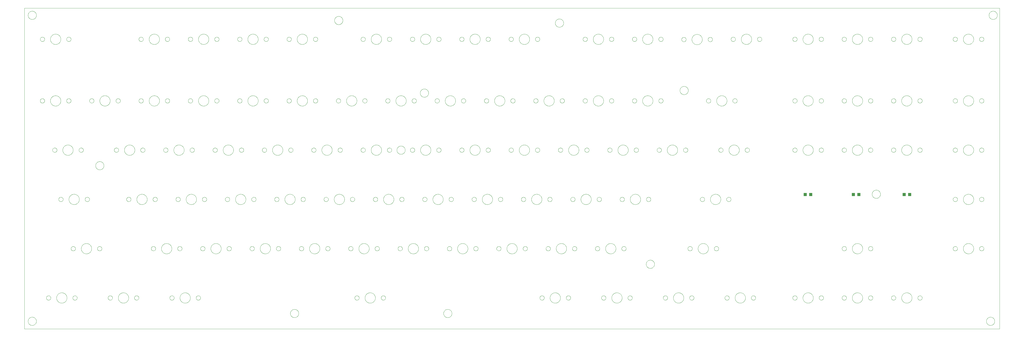
<source format=gtp>
G75*
%MOIN*%
%OFA0B0*%
%FSLAX25Y25*%
%IPPOS*%
%LPD*%
%AMOC8*
5,1,8,0,0,1.08239X$1,22.5*
%
%ADD10C,0.00000*%
%ADD11R,0.04724X0.04724*%
D10*
X0001300Y0001300D02*
X0001300Y0488505D01*
X1479646Y0488505D01*
X1479646Y0001300D01*
X0001300Y0001300D01*
X0006812Y0013111D02*
X0006814Y0013269D01*
X0006820Y0013427D01*
X0006830Y0013585D01*
X0006844Y0013743D01*
X0006862Y0013900D01*
X0006883Y0014057D01*
X0006909Y0014213D01*
X0006939Y0014369D01*
X0006972Y0014524D01*
X0007010Y0014677D01*
X0007051Y0014830D01*
X0007096Y0014982D01*
X0007145Y0015133D01*
X0007198Y0015282D01*
X0007254Y0015430D01*
X0007314Y0015576D01*
X0007378Y0015721D01*
X0007446Y0015864D01*
X0007517Y0016006D01*
X0007591Y0016146D01*
X0007669Y0016283D01*
X0007751Y0016419D01*
X0007835Y0016553D01*
X0007924Y0016684D01*
X0008015Y0016813D01*
X0008110Y0016940D01*
X0008207Y0017065D01*
X0008308Y0017187D01*
X0008412Y0017306D01*
X0008519Y0017423D01*
X0008629Y0017537D01*
X0008742Y0017648D01*
X0008857Y0017757D01*
X0008975Y0017862D01*
X0009096Y0017964D01*
X0009219Y0018064D01*
X0009345Y0018160D01*
X0009473Y0018253D01*
X0009603Y0018343D01*
X0009736Y0018429D01*
X0009871Y0018513D01*
X0010007Y0018592D01*
X0010146Y0018669D01*
X0010287Y0018741D01*
X0010429Y0018811D01*
X0010573Y0018876D01*
X0010719Y0018938D01*
X0010866Y0018996D01*
X0011015Y0019051D01*
X0011165Y0019102D01*
X0011316Y0019149D01*
X0011468Y0019192D01*
X0011621Y0019231D01*
X0011776Y0019267D01*
X0011931Y0019298D01*
X0012087Y0019326D01*
X0012243Y0019350D01*
X0012400Y0019370D01*
X0012558Y0019386D01*
X0012715Y0019398D01*
X0012874Y0019406D01*
X0013032Y0019410D01*
X0013190Y0019410D01*
X0013348Y0019406D01*
X0013507Y0019398D01*
X0013664Y0019386D01*
X0013822Y0019370D01*
X0013979Y0019350D01*
X0014135Y0019326D01*
X0014291Y0019298D01*
X0014446Y0019267D01*
X0014601Y0019231D01*
X0014754Y0019192D01*
X0014906Y0019149D01*
X0015057Y0019102D01*
X0015207Y0019051D01*
X0015356Y0018996D01*
X0015503Y0018938D01*
X0015649Y0018876D01*
X0015793Y0018811D01*
X0015935Y0018741D01*
X0016076Y0018669D01*
X0016215Y0018592D01*
X0016351Y0018513D01*
X0016486Y0018429D01*
X0016619Y0018343D01*
X0016749Y0018253D01*
X0016877Y0018160D01*
X0017003Y0018064D01*
X0017126Y0017964D01*
X0017247Y0017862D01*
X0017365Y0017757D01*
X0017480Y0017648D01*
X0017593Y0017537D01*
X0017703Y0017423D01*
X0017810Y0017306D01*
X0017914Y0017187D01*
X0018015Y0017065D01*
X0018112Y0016940D01*
X0018207Y0016813D01*
X0018298Y0016684D01*
X0018387Y0016553D01*
X0018471Y0016419D01*
X0018553Y0016283D01*
X0018631Y0016146D01*
X0018705Y0016006D01*
X0018776Y0015864D01*
X0018844Y0015721D01*
X0018908Y0015576D01*
X0018968Y0015430D01*
X0019024Y0015282D01*
X0019077Y0015133D01*
X0019126Y0014982D01*
X0019171Y0014830D01*
X0019212Y0014677D01*
X0019250Y0014524D01*
X0019283Y0014369D01*
X0019313Y0014213D01*
X0019339Y0014057D01*
X0019360Y0013900D01*
X0019378Y0013743D01*
X0019392Y0013585D01*
X0019402Y0013427D01*
X0019408Y0013269D01*
X0019410Y0013111D01*
X0019408Y0012953D01*
X0019402Y0012795D01*
X0019392Y0012637D01*
X0019378Y0012479D01*
X0019360Y0012322D01*
X0019339Y0012165D01*
X0019313Y0012009D01*
X0019283Y0011853D01*
X0019250Y0011698D01*
X0019212Y0011545D01*
X0019171Y0011392D01*
X0019126Y0011240D01*
X0019077Y0011089D01*
X0019024Y0010940D01*
X0018968Y0010792D01*
X0018908Y0010646D01*
X0018844Y0010501D01*
X0018776Y0010358D01*
X0018705Y0010216D01*
X0018631Y0010076D01*
X0018553Y0009939D01*
X0018471Y0009803D01*
X0018387Y0009669D01*
X0018298Y0009538D01*
X0018207Y0009409D01*
X0018112Y0009282D01*
X0018015Y0009157D01*
X0017914Y0009035D01*
X0017810Y0008916D01*
X0017703Y0008799D01*
X0017593Y0008685D01*
X0017480Y0008574D01*
X0017365Y0008465D01*
X0017247Y0008360D01*
X0017126Y0008258D01*
X0017003Y0008158D01*
X0016877Y0008062D01*
X0016749Y0007969D01*
X0016619Y0007879D01*
X0016486Y0007793D01*
X0016351Y0007709D01*
X0016215Y0007630D01*
X0016076Y0007553D01*
X0015935Y0007481D01*
X0015793Y0007411D01*
X0015649Y0007346D01*
X0015503Y0007284D01*
X0015356Y0007226D01*
X0015207Y0007171D01*
X0015057Y0007120D01*
X0014906Y0007073D01*
X0014754Y0007030D01*
X0014601Y0006991D01*
X0014446Y0006955D01*
X0014291Y0006924D01*
X0014135Y0006896D01*
X0013979Y0006872D01*
X0013822Y0006852D01*
X0013664Y0006836D01*
X0013507Y0006824D01*
X0013348Y0006816D01*
X0013190Y0006812D01*
X0013032Y0006812D01*
X0012874Y0006816D01*
X0012715Y0006824D01*
X0012558Y0006836D01*
X0012400Y0006852D01*
X0012243Y0006872D01*
X0012087Y0006896D01*
X0011931Y0006924D01*
X0011776Y0006955D01*
X0011621Y0006991D01*
X0011468Y0007030D01*
X0011316Y0007073D01*
X0011165Y0007120D01*
X0011015Y0007171D01*
X0010866Y0007226D01*
X0010719Y0007284D01*
X0010573Y0007346D01*
X0010429Y0007411D01*
X0010287Y0007481D01*
X0010146Y0007553D01*
X0010007Y0007630D01*
X0009871Y0007709D01*
X0009736Y0007793D01*
X0009603Y0007879D01*
X0009473Y0007969D01*
X0009345Y0008062D01*
X0009219Y0008158D01*
X0009096Y0008258D01*
X0008975Y0008360D01*
X0008857Y0008465D01*
X0008742Y0008574D01*
X0008629Y0008685D01*
X0008519Y0008799D01*
X0008412Y0008916D01*
X0008308Y0009035D01*
X0008207Y0009157D01*
X0008110Y0009282D01*
X0008015Y0009409D01*
X0007924Y0009538D01*
X0007835Y0009669D01*
X0007751Y0009803D01*
X0007669Y0009939D01*
X0007591Y0010076D01*
X0007517Y0010216D01*
X0007446Y0010358D01*
X0007378Y0010501D01*
X0007314Y0010646D01*
X0007254Y0010792D01*
X0007198Y0010940D01*
X0007145Y0011089D01*
X0007096Y0011240D01*
X0007051Y0011392D01*
X0007010Y0011545D01*
X0006972Y0011698D01*
X0006939Y0011853D01*
X0006909Y0012009D01*
X0006883Y0012165D01*
X0006862Y0012322D01*
X0006844Y0012479D01*
X0006830Y0012637D01*
X0006820Y0012795D01*
X0006814Y0012953D01*
X0006812Y0013111D01*
X0034548Y0048544D02*
X0034550Y0048659D01*
X0034556Y0048775D01*
X0034566Y0048890D01*
X0034580Y0049005D01*
X0034598Y0049119D01*
X0034620Y0049232D01*
X0034645Y0049345D01*
X0034675Y0049456D01*
X0034708Y0049567D01*
X0034745Y0049676D01*
X0034786Y0049784D01*
X0034831Y0049891D01*
X0034879Y0049996D01*
X0034931Y0050099D01*
X0034987Y0050200D01*
X0035046Y0050300D01*
X0035108Y0050397D01*
X0035174Y0050492D01*
X0035242Y0050585D01*
X0035314Y0050675D01*
X0035389Y0050763D01*
X0035468Y0050848D01*
X0035549Y0050930D01*
X0035632Y0051010D01*
X0035719Y0051086D01*
X0035808Y0051160D01*
X0035899Y0051230D01*
X0035993Y0051298D01*
X0036089Y0051362D01*
X0036188Y0051422D01*
X0036288Y0051479D01*
X0036390Y0051533D01*
X0036494Y0051583D01*
X0036600Y0051630D01*
X0036707Y0051673D01*
X0036816Y0051712D01*
X0036926Y0051747D01*
X0037037Y0051778D01*
X0037149Y0051806D01*
X0037262Y0051830D01*
X0037376Y0051850D01*
X0037491Y0051866D01*
X0037606Y0051878D01*
X0037721Y0051886D01*
X0037836Y0051890D01*
X0037952Y0051890D01*
X0038067Y0051886D01*
X0038182Y0051878D01*
X0038297Y0051866D01*
X0038412Y0051850D01*
X0038526Y0051830D01*
X0038639Y0051806D01*
X0038751Y0051778D01*
X0038862Y0051747D01*
X0038972Y0051712D01*
X0039081Y0051673D01*
X0039188Y0051630D01*
X0039294Y0051583D01*
X0039398Y0051533D01*
X0039500Y0051479D01*
X0039600Y0051422D01*
X0039699Y0051362D01*
X0039795Y0051298D01*
X0039889Y0051230D01*
X0039980Y0051160D01*
X0040069Y0051086D01*
X0040156Y0051010D01*
X0040239Y0050930D01*
X0040320Y0050848D01*
X0040399Y0050763D01*
X0040474Y0050675D01*
X0040546Y0050585D01*
X0040614Y0050492D01*
X0040680Y0050397D01*
X0040742Y0050300D01*
X0040801Y0050200D01*
X0040857Y0050099D01*
X0040909Y0049996D01*
X0040957Y0049891D01*
X0041002Y0049784D01*
X0041043Y0049676D01*
X0041080Y0049567D01*
X0041113Y0049456D01*
X0041143Y0049345D01*
X0041168Y0049232D01*
X0041190Y0049119D01*
X0041208Y0049005D01*
X0041222Y0048890D01*
X0041232Y0048775D01*
X0041238Y0048659D01*
X0041240Y0048544D01*
X0041238Y0048429D01*
X0041232Y0048313D01*
X0041222Y0048198D01*
X0041208Y0048083D01*
X0041190Y0047969D01*
X0041168Y0047856D01*
X0041143Y0047743D01*
X0041113Y0047632D01*
X0041080Y0047521D01*
X0041043Y0047412D01*
X0041002Y0047304D01*
X0040957Y0047197D01*
X0040909Y0047092D01*
X0040857Y0046989D01*
X0040801Y0046888D01*
X0040742Y0046788D01*
X0040680Y0046691D01*
X0040614Y0046596D01*
X0040546Y0046503D01*
X0040474Y0046413D01*
X0040399Y0046325D01*
X0040320Y0046240D01*
X0040239Y0046158D01*
X0040156Y0046078D01*
X0040069Y0046002D01*
X0039980Y0045928D01*
X0039889Y0045858D01*
X0039795Y0045790D01*
X0039699Y0045726D01*
X0039600Y0045666D01*
X0039500Y0045609D01*
X0039398Y0045555D01*
X0039294Y0045505D01*
X0039188Y0045458D01*
X0039081Y0045415D01*
X0038972Y0045376D01*
X0038862Y0045341D01*
X0038751Y0045310D01*
X0038639Y0045282D01*
X0038526Y0045258D01*
X0038412Y0045238D01*
X0038297Y0045222D01*
X0038182Y0045210D01*
X0038067Y0045202D01*
X0037952Y0045198D01*
X0037836Y0045198D01*
X0037721Y0045202D01*
X0037606Y0045210D01*
X0037491Y0045222D01*
X0037376Y0045238D01*
X0037262Y0045258D01*
X0037149Y0045282D01*
X0037037Y0045310D01*
X0036926Y0045341D01*
X0036816Y0045376D01*
X0036707Y0045415D01*
X0036600Y0045458D01*
X0036494Y0045505D01*
X0036390Y0045555D01*
X0036288Y0045609D01*
X0036188Y0045666D01*
X0036089Y0045726D01*
X0035993Y0045790D01*
X0035899Y0045858D01*
X0035808Y0045928D01*
X0035719Y0046002D01*
X0035632Y0046078D01*
X0035549Y0046158D01*
X0035468Y0046240D01*
X0035389Y0046325D01*
X0035314Y0046413D01*
X0035242Y0046503D01*
X0035174Y0046596D01*
X0035108Y0046691D01*
X0035046Y0046788D01*
X0034987Y0046888D01*
X0034931Y0046989D01*
X0034879Y0047092D01*
X0034831Y0047197D01*
X0034786Y0047304D01*
X0034745Y0047412D01*
X0034708Y0047521D01*
X0034675Y0047632D01*
X0034645Y0047743D01*
X0034620Y0047856D01*
X0034598Y0047969D01*
X0034580Y0048083D01*
X0034566Y0048198D01*
X0034556Y0048313D01*
X0034550Y0048429D01*
X0034548Y0048544D01*
X0050020Y0048544D02*
X0050022Y0048737D01*
X0050029Y0048930D01*
X0050041Y0049123D01*
X0050058Y0049316D01*
X0050079Y0049508D01*
X0050105Y0049699D01*
X0050136Y0049890D01*
X0050171Y0050080D01*
X0050211Y0050269D01*
X0050256Y0050457D01*
X0050305Y0050644D01*
X0050359Y0050830D01*
X0050417Y0051014D01*
X0050480Y0051197D01*
X0050548Y0051378D01*
X0050619Y0051557D01*
X0050696Y0051735D01*
X0050776Y0051911D01*
X0050861Y0052084D01*
X0050950Y0052256D01*
X0051043Y0052425D01*
X0051140Y0052592D01*
X0051242Y0052757D01*
X0051347Y0052919D01*
X0051456Y0053078D01*
X0051570Y0053235D01*
X0051687Y0053388D01*
X0051807Y0053539D01*
X0051932Y0053687D01*
X0052060Y0053832D01*
X0052191Y0053973D01*
X0052326Y0054112D01*
X0052465Y0054247D01*
X0052606Y0054378D01*
X0052751Y0054506D01*
X0052899Y0054631D01*
X0053050Y0054751D01*
X0053203Y0054868D01*
X0053360Y0054982D01*
X0053519Y0055091D01*
X0053681Y0055196D01*
X0053846Y0055298D01*
X0054013Y0055395D01*
X0054182Y0055488D01*
X0054354Y0055577D01*
X0054527Y0055662D01*
X0054703Y0055742D01*
X0054881Y0055819D01*
X0055060Y0055890D01*
X0055241Y0055958D01*
X0055424Y0056021D01*
X0055608Y0056079D01*
X0055794Y0056133D01*
X0055981Y0056182D01*
X0056169Y0056227D01*
X0056358Y0056267D01*
X0056548Y0056302D01*
X0056739Y0056333D01*
X0056930Y0056359D01*
X0057122Y0056380D01*
X0057315Y0056397D01*
X0057508Y0056409D01*
X0057701Y0056416D01*
X0057894Y0056418D01*
X0058087Y0056416D01*
X0058280Y0056409D01*
X0058473Y0056397D01*
X0058666Y0056380D01*
X0058858Y0056359D01*
X0059049Y0056333D01*
X0059240Y0056302D01*
X0059430Y0056267D01*
X0059619Y0056227D01*
X0059807Y0056182D01*
X0059994Y0056133D01*
X0060180Y0056079D01*
X0060364Y0056021D01*
X0060547Y0055958D01*
X0060728Y0055890D01*
X0060907Y0055819D01*
X0061085Y0055742D01*
X0061261Y0055662D01*
X0061434Y0055577D01*
X0061606Y0055488D01*
X0061775Y0055395D01*
X0061942Y0055298D01*
X0062107Y0055196D01*
X0062269Y0055091D01*
X0062428Y0054982D01*
X0062585Y0054868D01*
X0062738Y0054751D01*
X0062889Y0054631D01*
X0063037Y0054506D01*
X0063182Y0054378D01*
X0063323Y0054247D01*
X0063462Y0054112D01*
X0063597Y0053973D01*
X0063728Y0053832D01*
X0063856Y0053687D01*
X0063981Y0053539D01*
X0064101Y0053388D01*
X0064218Y0053235D01*
X0064332Y0053078D01*
X0064441Y0052919D01*
X0064546Y0052757D01*
X0064648Y0052592D01*
X0064745Y0052425D01*
X0064838Y0052256D01*
X0064927Y0052084D01*
X0065012Y0051911D01*
X0065092Y0051735D01*
X0065169Y0051557D01*
X0065240Y0051378D01*
X0065308Y0051197D01*
X0065371Y0051014D01*
X0065429Y0050830D01*
X0065483Y0050644D01*
X0065532Y0050457D01*
X0065577Y0050269D01*
X0065617Y0050080D01*
X0065652Y0049890D01*
X0065683Y0049699D01*
X0065709Y0049508D01*
X0065730Y0049316D01*
X0065747Y0049123D01*
X0065759Y0048930D01*
X0065766Y0048737D01*
X0065768Y0048544D01*
X0065766Y0048351D01*
X0065759Y0048158D01*
X0065747Y0047965D01*
X0065730Y0047772D01*
X0065709Y0047580D01*
X0065683Y0047389D01*
X0065652Y0047198D01*
X0065617Y0047008D01*
X0065577Y0046819D01*
X0065532Y0046631D01*
X0065483Y0046444D01*
X0065429Y0046258D01*
X0065371Y0046074D01*
X0065308Y0045891D01*
X0065240Y0045710D01*
X0065169Y0045531D01*
X0065092Y0045353D01*
X0065012Y0045177D01*
X0064927Y0045004D01*
X0064838Y0044832D01*
X0064745Y0044663D01*
X0064648Y0044496D01*
X0064546Y0044331D01*
X0064441Y0044169D01*
X0064332Y0044010D01*
X0064218Y0043853D01*
X0064101Y0043700D01*
X0063981Y0043549D01*
X0063856Y0043401D01*
X0063728Y0043256D01*
X0063597Y0043115D01*
X0063462Y0042976D01*
X0063323Y0042841D01*
X0063182Y0042710D01*
X0063037Y0042582D01*
X0062889Y0042457D01*
X0062738Y0042337D01*
X0062585Y0042220D01*
X0062428Y0042106D01*
X0062269Y0041997D01*
X0062107Y0041892D01*
X0061942Y0041790D01*
X0061775Y0041693D01*
X0061606Y0041600D01*
X0061434Y0041511D01*
X0061261Y0041426D01*
X0061085Y0041346D01*
X0060907Y0041269D01*
X0060728Y0041198D01*
X0060547Y0041130D01*
X0060364Y0041067D01*
X0060180Y0041009D01*
X0059994Y0040955D01*
X0059807Y0040906D01*
X0059619Y0040861D01*
X0059430Y0040821D01*
X0059240Y0040786D01*
X0059049Y0040755D01*
X0058858Y0040729D01*
X0058666Y0040708D01*
X0058473Y0040691D01*
X0058280Y0040679D01*
X0058087Y0040672D01*
X0057894Y0040670D01*
X0057701Y0040672D01*
X0057508Y0040679D01*
X0057315Y0040691D01*
X0057122Y0040708D01*
X0056930Y0040729D01*
X0056739Y0040755D01*
X0056548Y0040786D01*
X0056358Y0040821D01*
X0056169Y0040861D01*
X0055981Y0040906D01*
X0055794Y0040955D01*
X0055608Y0041009D01*
X0055424Y0041067D01*
X0055241Y0041130D01*
X0055060Y0041198D01*
X0054881Y0041269D01*
X0054703Y0041346D01*
X0054527Y0041426D01*
X0054354Y0041511D01*
X0054182Y0041600D01*
X0054013Y0041693D01*
X0053846Y0041790D01*
X0053681Y0041892D01*
X0053519Y0041997D01*
X0053360Y0042106D01*
X0053203Y0042220D01*
X0053050Y0042337D01*
X0052899Y0042457D01*
X0052751Y0042582D01*
X0052606Y0042710D01*
X0052465Y0042841D01*
X0052326Y0042976D01*
X0052191Y0043115D01*
X0052060Y0043256D01*
X0051932Y0043401D01*
X0051807Y0043549D01*
X0051687Y0043700D01*
X0051570Y0043853D01*
X0051456Y0044010D01*
X0051347Y0044169D01*
X0051242Y0044331D01*
X0051140Y0044496D01*
X0051043Y0044663D01*
X0050950Y0044832D01*
X0050861Y0045004D01*
X0050776Y0045177D01*
X0050696Y0045353D01*
X0050619Y0045531D01*
X0050548Y0045710D01*
X0050480Y0045891D01*
X0050417Y0046074D01*
X0050359Y0046258D01*
X0050305Y0046444D01*
X0050256Y0046631D01*
X0050211Y0046819D01*
X0050171Y0047008D01*
X0050136Y0047198D01*
X0050105Y0047389D01*
X0050079Y0047580D01*
X0050058Y0047772D01*
X0050041Y0047965D01*
X0050029Y0048158D01*
X0050022Y0048351D01*
X0050020Y0048544D01*
X0074548Y0048544D02*
X0074550Y0048659D01*
X0074556Y0048775D01*
X0074566Y0048890D01*
X0074580Y0049005D01*
X0074598Y0049119D01*
X0074620Y0049232D01*
X0074645Y0049345D01*
X0074675Y0049456D01*
X0074708Y0049567D01*
X0074745Y0049676D01*
X0074786Y0049784D01*
X0074831Y0049891D01*
X0074879Y0049996D01*
X0074931Y0050099D01*
X0074987Y0050200D01*
X0075046Y0050300D01*
X0075108Y0050397D01*
X0075174Y0050492D01*
X0075242Y0050585D01*
X0075314Y0050675D01*
X0075389Y0050763D01*
X0075468Y0050848D01*
X0075549Y0050930D01*
X0075632Y0051010D01*
X0075719Y0051086D01*
X0075808Y0051160D01*
X0075899Y0051230D01*
X0075993Y0051298D01*
X0076089Y0051362D01*
X0076188Y0051422D01*
X0076288Y0051479D01*
X0076390Y0051533D01*
X0076494Y0051583D01*
X0076600Y0051630D01*
X0076707Y0051673D01*
X0076816Y0051712D01*
X0076926Y0051747D01*
X0077037Y0051778D01*
X0077149Y0051806D01*
X0077262Y0051830D01*
X0077376Y0051850D01*
X0077491Y0051866D01*
X0077606Y0051878D01*
X0077721Y0051886D01*
X0077836Y0051890D01*
X0077952Y0051890D01*
X0078067Y0051886D01*
X0078182Y0051878D01*
X0078297Y0051866D01*
X0078412Y0051850D01*
X0078526Y0051830D01*
X0078639Y0051806D01*
X0078751Y0051778D01*
X0078862Y0051747D01*
X0078972Y0051712D01*
X0079081Y0051673D01*
X0079188Y0051630D01*
X0079294Y0051583D01*
X0079398Y0051533D01*
X0079500Y0051479D01*
X0079600Y0051422D01*
X0079699Y0051362D01*
X0079795Y0051298D01*
X0079889Y0051230D01*
X0079980Y0051160D01*
X0080069Y0051086D01*
X0080156Y0051010D01*
X0080239Y0050930D01*
X0080320Y0050848D01*
X0080399Y0050763D01*
X0080474Y0050675D01*
X0080546Y0050585D01*
X0080614Y0050492D01*
X0080680Y0050397D01*
X0080742Y0050300D01*
X0080801Y0050200D01*
X0080857Y0050099D01*
X0080909Y0049996D01*
X0080957Y0049891D01*
X0081002Y0049784D01*
X0081043Y0049676D01*
X0081080Y0049567D01*
X0081113Y0049456D01*
X0081143Y0049345D01*
X0081168Y0049232D01*
X0081190Y0049119D01*
X0081208Y0049005D01*
X0081222Y0048890D01*
X0081232Y0048775D01*
X0081238Y0048659D01*
X0081240Y0048544D01*
X0081238Y0048429D01*
X0081232Y0048313D01*
X0081222Y0048198D01*
X0081208Y0048083D01*
X0081190Y0047969D01*
X0081168Y0047856D01*
X0081143Y0047743D01*
X0081113Y0047632D01*
X0081080Y0047521D01*
X0081043Y0047412D01*
X0081002Y0047304D01*
X0080957Y0047197D01*
X0080909Y0047092D01*
X0080857Y0046989D01*
X0080801Y0046888D01*
X0080742Y0046788D01*
X0080680Y0046691D01*
X0080614Y0046596D01*
X0080546Y0046503D01*
X0080474Y0046413D01*
X0080399Y0046325D01*
X0080320Y0046240D01*
X0080239Y0046158D01*
X0080156Y0046078D01*
X0080069Y0046002D01*
X0079980Y0045928D01*
X0079889Y0045858D01*
X0079795Y0045790D01*
X0079699Y0045726D01*
X0079600Y0045666D01*
X0079500Y0045609D01*
X0079398Y0045555D01*
X0079294Y0045505D01*
X0079188Y0045458D01*
X0079081Y0045415D01*
X0078972Y0045376D01*
X0078862Y0045341D01*
X0078751Y0045310D01*
X0078639Y0045282D01*
X0078526Y0045258D01*
X0078412Y0045238D01*
X0078297Y0045222D01*
X0078182Y0045210D01*
X0078067Y0045202D01*
X0077952Y0045198D01*
X0077836Y0045198D01*
X0077721Y0045202D01*
X0077606Y0045210D01*
X0077491Y0045222D01*
X0077376Y0045238D01*
X0077262Y0045258D01*
X0077149Y0045282D01*
X0077037Y0045310D01*
X0076926Y0045341D01*
X0076816Y0045376D01*
X0076707Y0045415D01*
X0076600Y0045458D01*
X0076494Y0045505D01*
X0076390Y0045555D01*
X0076288Y0045609D01*
X0076188Y0045666D01*
X0076089Y0045726D01*
X0075993Y0045790D01*
X0075899Y0045858D01*
X0075808Y0045928D01*
X0075719Y0046002D01*
X0075632Y0046078D01*
X0075549Y0046158D01*
X0075468Y0046240D01*
X0075389Y0046325D01*
X0075314Y0046413D01*
X0075242Y0046503D01*
X0075174Y0046596D01*
X0075108Y0046691D01*
X0075046Y0046788D01*
X0074987Y0046888D01*
X0074931Y0046989D01*
X0074879Y0047092D01*
X0074831Y0047197D01*
X0074786Y0047304D01*
X0074745Y0047412D01*
X0074708Y0047521D01*
X0074675Y0047632D01*
X0074645Y0047743D01*
X0074620Y0047856D01*
X0074598Y0047969D01*
X0074580Y0048083D01*
X0074566Y0048198D01*
X0074556Y0048313D01*
X0074550Y0048429D01*
X0074548Y0048544D01*
X0128052Y0048544D02*
X0128054Y0048659D01*
X0128060Y0048775D01*
X0128070Y0048890D01*
X0128084Y0049005D01*
X0128102Y0049119D01*
X0128124Y0049232D01*
X0128149Y0049345D01*
X0128179Y0049456D01*
X0128212Y0049567D01*
X0128249Y0049676D01*
X0128290Y0049784D01*
X0128335Y0049891D01*
X0128383Y0049996D01*
X0128435Y0050099D01*
X0128491Y0050200D01*
X0128550Y0050300D01*
X0128612Y0050397D01*
X0128678Y0050492D01*
X0128746Y0050585D01*
X0128818Y0050675D01*
X0128893Y0050763D01*
X0128972Y0050848D01*
X0129053Y0050930D01*
X0129136Y0051010D01*
X0129223Y0051086D01*
X0129312Y0051160D01*
X0129403Y0051230D01*
X0129497Y0051298D01*
X0129593Y0051362D01*
X0129692Y0051422D01*
X0129792Y0051479D01*
X0129894Y0051533D01*
X0129998Y0051583D01*
X0130104Y0051630D01*
X0130211Y0051673D01*
X0130320Y0051712D01*
X0130430Y0051747D01*
X0130541Y0051778D01*
X0130653Y0051806D01*
X0130766Y0051830D01*
X0130880Y0051850D01*
X0130995Y0051866D01*
X0131110Y0051878D01*
X0131225Y0051886D01*
X0131340Y0051890D01*
X0131456Y0051890D01*
X0131571Y0051886D01*
X0131686Y0051878D01*
X0131801Y0051866D01*
X0131916Y0051850D01*
X0132030Y0051830D01*
X0132143Y0051806D01*
X0132255Y0051778D01*
X0132366Y0051747D01*
X0132476Y0051712D01*
X0132585Y0051673D01*
X0132692Y0051630D01*
X0132798Y0051583D01*
X0132902Y0051533D01*
X0133004Y0051479D01*
X0133104Y0051422D01*
X0133203Y0051362D01*
X0133299Y0051298D01*
X0133393Y0051230D01*
X0133484Y0051160D01*
X0133573Y0051086D01*
X0133660Y0051010D01*
X0133743Y0050930D01*
X0133824Y0050848D01*
X0133903Y0050763D01*
X0133978Y0050675D01*
X0134050Y0050585D01*
X0134118Y0050492D01*
X0134184Y0050397D01*
X0134246Y0050300D01*
X0134305Y0050200D01*
X0134361Y0050099D01*
X0134413Y0049996D01*
X0134461Y0049891D01*
X0134506Y0049784D01*
X0134547Y0049676D01*
X0134584Y0049567D01*
X0134617Y0049456D01*
X0134647Y0049345D01*
X0134672Y0049232D01*
X0134694Y0049119D01*
X0134712Y0049005D01*
X0134726Y0048890D01*
X0134736Y0048775D01*
X0134742Y0048659D01*
X0134744Y0048544D01*
X0134742Y0048429D01*
X0134736Y0048313D01*
X0134726Y0048198D01*
X0134712Y0048083D01*
X0134694Y0047969D01*
X0134672Y0047856D01*
X0134647Y0047743D01*
X0134617Y0047632D01*
X0134584Y0047521D01*
X0134547Y0047412D01*
X0134506Y0047304D01*
X0134461Y0047197D01*
X0134413Y0047092D01*
X0134361Y0046989D01*
X0134305Y0046888D01*
X0134246Y0046788D01*
X0134184Y0046691D01*
X0134118Y0046596D01*
X0134050Y0046503D01*
X0133978Y0046413D01*
X0133903Y0046325D01*
X0133824Y0046240D01*
X0133743Y0046158D01*
X0133660Y0046078D01*
X0133573Y0046002D01*
X0133484Y0045928D01*
X0133393Y0045858D01*
X0133299Y0045790D01*
X0133203Y0045726D01*
X0133104Y0045666D01*
X0133004Y0045609D01*
X0132902Y0045555D01*
X0132798Y0045505D01*
X0132692Y0045458D01*
X0132585Y0045415D01*
X0132476Y0045376D01*
X0132366Y0045341D01*
X0132255Y0045310D01*
X0132143Y0045282D01*
X0132030Y0045258D01*
X0131916Y0045238D01*
X0131801Y0045222D01*
X0131686Y0045210D01*
X0131571Y0045202D01*
X0131456Y0045198D01*
X0131340Y0045198D01*
X0131225Y0045202D01*
X0131110Y0045210D01*
X0130995Y0045222D01*
X0130880Y0045238D01*
X0130766Y0045258D01*
X0130653Y0045282D01*
X0130541Y0045310D01*
X0130430Y0045341D01*
X0130320Y0045376D01*
X0130211Y0045415D01*
X0130104Y0045458D01*
X0129998Y0045505D01*
X0129894Y0045555D01*
X0129792Y0045609D01*
X0129692Y0045666D01*
X0129593Y0045726D01*
X0129497Y0045790D01*
X0129403Y0045858D01*
X0129312Y0045928D01*
X0129223Y0046002D01*
X0129136Y0046078D01*
X0129053Y0046158D01*
X0128972Y0046240D01*
X0128893Y0046325D01*
X0128818Y0046413D01*
X0128746Y0046503D01*
X0128678Y0046596D01*
X0128612Y0046691D01*
X0128550Y0046788D01*
X0128491Y0046888D01*
X0128435Y0046989D01*
X0128383Y0047092D01*
X0128335Y0047197D01*
X0128290Y0047304D01*
X0128249Y0047412D01*
X0128212Y0047521D01*
X0128179Y0047632D01*
X0128149Y0047743D01*
X0128124Y0047856D01*
X0128102Y0047969D01*
X0128084Y0048083D01*
X0128070Y0048198D01*
X0128060Y0048313D01*
X0128054Y0048429D01*
X0128052Y0048544D01*
X0143524Y0048544D02*
X0143526Y0048737D01*
X0143533Y0048930D01*
X0143545Y0049123D01*
X0143562Y0049316D01*
X0143583Y0049508D01*
X0143609Y0049699D01*
X0143640Y0049890D01*
X0143675Y0050080D01*
X0143715Y0050269D01*
X0143760Y0050457D01*
X0143809Y0050644D01*
X0143863Y0050830D01*
X0143921Y0051014D01*
X0143984Y0051197D01*
X0144052Y0051378D01*
X0144123Y0051557D01*
X0144200Y0051735D01*
X0144280Y0051911D01*
X0144365Y0052084D01*
X0144454Y0052256D01*
X0144547Y0052425D01*
X0144644Y0052592D01*
X0144746Y0052757D01*
X0144851Y0052919D01*
X0144960Y0053078D01*
X0145074Y0053235D01*
X0145191Y0053388D01*
X0145311Y0053539D01*
X0145436Y0053687D01*
X0145564Y0053832D01*
X0145695Y0053973D01*
X0145830Y0054112D01*
X0145969Y0054247D01*
X0146110Y0054378D01*
X0146255Y0054506D01*
X0146403Y0054631D01*
X0146554Y0054751D01*
X0146707Y0054868D01*
X0146864Y0054982D01*
X0147023Y0055091D01*
X0147185Y0055196D01*
X0147350Y0055298D01*
X0147517Y0055395D01*
X0147686Y0055488D01*
X0147858Y0055577D01*
X0148031Y0055662D01*
X0148207Y0055742D01*
X0148385Y0055819D01*
X0148564Y0055890D01*
X0148745Y0055958D01*
X0148928Y0056021D01*
X0149112Y0056079D01*
X0149298Y0056133D01*
X0149485Y0056182D01*
X0149673Y0056227D01*
X0149862Y0056267D01*
X0150052Y0056302D01*
X0150243Y0056333D01*
X0150434Y0056359D01*
X0150626Y0056380D01*
X0150819Y0056397D01*
X0151012Y0056409D01*
X0151205Y0056416D01*
X0151398Y0056418D01*
X0151591Y0056416D01*
X0151784Y0056409D01*
X0151977Y0056397D01*
X0152170Y0056380D01*
X0152362Y0056359D01*
X0152553Y0056333D01*
X0152744Y0056302D01*
X0152934Y0056267D01*
X0153123Y0056227D01*
X0153311Y0056182D01*
X0153498Y0056133D01*
X0153684Y0056079D01*
X0153868Y0056021D01*
X0154051Y0055958D01*
X0154232Y0055890D01*
X0154411Y0055819D01*
X0154589Y0055742D01*
X0154765Y0055662D01*
X0154938Y0055577D01*
X0155110Y0055488D01*
X0155279Y0055395D01*
X0155446Y0055298D01*
X0155611Y0055196D01*
X0155773Y0055091D01*
X0155932Y0054982D01*
X0156089Y0054868D01*
X0156242Y0054751D01*
X0156393Y0054631D01*
X0156541Y0054506D01*
X0156686Y0054378D01*
X0156827Y0054247D01*
X0156966Y0054112D01*
X0157101Y0053973D01*
X0157232Y0053832D01*
X0157360Y0053687D01*
X0157485Y0053539D01*
X0157605Y0053388D01*
X0157722Y0053235D01*
X0157836Y0053078D01*
X0157945Y0052919D01*
X0158050Y0052757D01*
X0158152Y0052592D01*
X0158249Y0052425D01*
X0158342Y0052256D01*
X0158431Y0052084D01*
X0158516Y0051911D01*
X0158596Y0051735D01*
X0158673Y0051557D01*
X0158744Y0051378D01*
X0158812Y0051197D01*
X0158875Y0051014D01*
X0158933Y0050830D01*
X0158987Y0050644D01*
X0159036Y0050457D01*
X0159081Y0050269D01*
X0159121Y0050080D01*
X0159156Y0049890D01*
X0159187Y0049699D01*
X0159213Y0049508D01*
X0159234Y0049316D01*
X0159251Y0049123D01*
X0159263Y0048930D01*
X0159270Y0048737D01*
X0159272Y0048544D01*
X0159270Y0048351D01*
X0159263Y0048158D01*
X0159251Y0047965D01*
X0159234Y0047772D01*
X0159213Y0047580D01*
X0159187Y0047389D01*
X0159156Y0047198D01*
X0159121Y0047008D01*
X0159081Y0046819D01*
X0159036Y0046631D01*
X0158987Y0046444D01*
X0158933Y0046258D01*
X0158875Y0046074D01*
X0158812Y0045891D01*
X0158744Y0045710D01*
X0158673Y0045531D01*
X0158596Y0045353D01*
X0158516Y0045177D01*
X0158431Y0045004D01*
X0158342Y0044832D01*
X0158249Y0044663D01*
X0158152Y0044496D01*
X0158050Y0044331D01*
X0157945Y0044169D01*
X0157836Y0044010D01*
X0157722Y0043853D01*
X0157605Y0043700D01*
X0157485Y0043549D01*
X0157360Y0043401D01*
X0157232Y0043256D01*
X0157101Y0043115D01*
X0156966Y0042976D01*
X0156827Y0042841D01*
X0156686Y0042710D01*
X0156541Y0042582D01*
X0156393Y0042457D01*
X0156242Y0042337D01*
X0156089Y0042220D01*
X0155932Y0042106D01*
X0155773Y0041997D01*
X0155611Y0041892D01*
X0155446Y0041790D01*
X0155279Y0041693D01*
X0155110Y0041600D01*
X0154938Y0041511D01*
X0154765Y0041426D01*
X0154589Y0041346D01*
X0154411Y0041269D01*
X0154232Y0041198D01*
X0154051Y0041130D01*
X0153868Y0041067D01*
X0153684Y0041009D01*
X0153498Y0040955D01*
X0153311Y0040906D01*
X0153123Y0040861D01*
X0152934Y0040821D01*
X0152744Y0040786D01*
X0152553Y0040755D01*
X0152362Y0040729D01*
X0152170Y0040708D01*
X0151977Y0040691D01*
X0151784Y0040679D01*
X0151591Y0040672D01*
X0151398Y0040670D01*
X0151205Y0040672D01*
X0151012Y0040679D01*
X0150819Y0040691D01*
X0150626Y0040708D01*
X0150434Y0040729D01*
X0150243Y0040755D01*
X0150052Y0040786D01*
X0149862Y0040821D01*
X0149673Y0040861D01*
X0149485Y0040906D01*
X0149298Y0040955D01*
X0149112Y0041009D01*
X0148928Y0041067D01*
X0148745Y0041130D01*
X0148564Y0041198D01*
X0148385Y0041269D01*
X0148207Y0041346D01*
X0148031Y0041426D01*
X0147858Y0041511D01*
X0147686Y0041600D01*
X0147517Y0041693D01*
X0147350Y0041790D01*
X0147185Y0041892D01*
X0147023Y0041997D01*
X0146864Y0042106D01*
X0146707Y0042220D01*
X0146554Y0042337D01*
X0146403Y0042457D01*
X0146255Y0042582D01*
X0146110Y0042710D01*
X0145969Y0042841D01*
X0145830Y0042976D01*
X0145695Y0043115D01*
X0145564Y0043256D01*
X0145436Y0043401D01*
X0145311Y0043549D01*
X0145191Y0043700D01*
X0145074Y0043853D01*
X0144960Y0044010D01*
X0144851Y0044169D01*
X0144746Y0044331D01*
X0144644Y0044496D01*
X0144547Y0044663D01*
X0144454Y0044832D01*
X0144365Y0045004D01*
X0144280Y0045177D01*
X0144200Y0045353D01*
X0144123Y0045531D01*
X0144052Y0045710D01*
X0143984Y0045891D01*
X0143921Y0046074D01*
X0143863Y0046258D01*
X0143809Y0046444D01*
X0143760Y0046631D01*
X0143715Y0046819D01*
X0143675Y0047008D01*
X0143640Y0047198D01*
X0143609Y0047389D01*
X0143583Y0047580D01*
X0143562Y0047772D01*
X0143545Y0047965D01*
X0143533Y0048158D01*
X0143526Y0048351D01*
X0143524Y0048544D01*
X0168052Y0048544D02*
X0168054Y0048659D01*
X0168060Y0048775D01*
X0168070Y0048890D01*
X0168084Y0049005D01*
X0168102Y0049119D01*
X0168124Y0049232D01*
X0168149Y0049345D01*
X0168179Y0049456D01*
X0168212Y0049567D01*
X0168249Y0049676D01*
X0168290Y0049784D01*
X0168335Y0049891D01*
X0168383Y0049996D01*
X0168435Y0050099D01*
X0168491Y0050200D01*
X0168550Y0050300D01*
X0168612Y0050397D01*
X0168678Y0050492D01*
X0168746Y0050585D01*
X0168818Y0050675D01*
X0168893Y0050763D01*
X0168972Y0050848D01*
X0169053Y0050930D01*
X0169136Y0051010D01*
X0169223Y0051086D01*
X0169312Y0051160D01*
X0169403Y0051230D01*
X0169497Y0051298D01*
X0169593Y0051362D01*
X0169692Y0051422D01*
X0169792Y0051479D01*
X0169894Y0051533D01*
X0169998Y0051583D01*
X0170104Y0051630D01*
X0170211Y0051673D01*
X0170320Y0051712D01*
X0170430Y0051747D01*
X0170541Y0051778D01*
X0170653Y0051806D01*
X0170766Y0051830D01*
X0170880Y0051850D01*
X0170995Y0051866D01*
X0171110Y0051878D01*
X0171225Y0051886D01*
X0171340Y0051890D01*
X0171456Y0051890D01*
X0171571Y0051886D01*
X0171686Y0051878D01*
X0171801Y0051866D01*
X0171916Y0051850D01*
X0172030Y0051830D01*
X0172143Y0051806D01*
X0172255Y0051778D01*
X0172366Y0051747D01*
X0172476Y0051712D01*
X0172585Y0051673D01*
X0172692Y0051630D01*
X0172798Y0051583D01*
X0172902Y0051533D01*
X0173004Y0051479D01*
X0173104Y0051422D01*
X0173203Y0051362D01*
X0173299Y0051298D01*
X0173393Y0051230D01*
X0173484Y0051160D01*
X0173573Y0051086D01*
X0173660Y0051010D01*
X0173743Y0050930D01*
X0173824Y0050848D01*
X0173903Y0050763D01*
X0173978Y0050675D01*
X0174050Y0050585D01*
X0174118Y0050492D01*
X0174184Y0050397D01*
X0174246Y0050300D01*
X0174305Y0050200D01*
X0174361Y0050099D01*
X0174413Y0049996D01*
X0174461Y0049891D01*
X0174506Y0049784D01*
X0174547Y0049676D01*
X0174584Y0049567D01*
X0174617Y0049456D01*
X0174647Y0049345D01*
X0174672Y0049232D01*
X0174694Y0049119D01*
X0174712Y0049005D01*
X0174726Y0048890D01*
X0174736Y0048775D01*
X0174742Y0048659D01*
X0174744Y0048544D01*
X0174742Y0048429D01*
X0174736Y0048313D01*
X0174726Y0048198D01*
X0174712Y0048083D01*
X0174694Y0047969D01*
X0174672Y0047856D01*
X0174647Y0047743D01*
X0174617Y0047632D01*
X0174584Y0047521D01*
X0174547Y0047412D01*
X0174506Y0047304D01*
X0174461Y0047197D01*
X0174413Y0047092D01*
X0174361Y0046989D01*
X0174305Y0046888D01*
X0174246Y0046788D01*
X0174184Y0046691D01*
X0174118Y0046596D01*
X0174050Y0046503D01*
X0173978Y0046413D01*
X0173903Y0046325D01*
X0173824Y0046240D01*
X0173743Y0046158D01*
X0173660Y0046078D01*
X0173573Y0046002D01*
X0173484Y0045928D01*
X0173393Y0045858D01*
X0173299Y0045790D01*
X0173203Y0045726D01*
X0173104Y0045666D01*
X0173004Y0045609D01*
X0172902Y0045555D01*
X0172798Y0045505D01*
X0172692Y0045458D01*
X0172585Y0045415D01*
X0172476Y0045376D01*
X0172366Y0045341D01*
X0172255Y0045310D01*
X0172143Y0045282D01*
X0172030Y0045258D01*
X0171916Y0045238D01*
X0171801Y0045222D01*
X0171686Y0045210D01*
X0171571Y0045202D01*
X0171456Y0045198D01*
X0171340Y0045198D01*
X0171225Y0045202D01*
X0171110Y0045210D01*
X0170995Y0045222D01*
X0170880Y0045238D01*
X0170766Y0045258D01*
X0170653Y0045282D01*
X0170541Y0045310D01*
X0170430Y0045341D01*
X0170320Y0045376D01*
X0170211Y0045415D01*
X0170104Y0045458D01*
X0169998Y0045505D01*
X0169894Y0045555D01*
X0169792Y0045609D01*
X0169692Y0045666D01*
X0169593Y0045726D01*
X0169497Y0045790D01*
X0169403Y0045858D01*
X0169312Y0045928D01*
X0169223Y0046002D01*
X0169136Y0046078D01*
X0169053Y0046158D01*
X0168972Y0046240D01*
X0168893Y0046325D01*
X0168818Y0046413D01*
X0168746Y0046503D01*
X0168678Y0046596D01*
X0168612Y0046691D01*
X0168550Y0046788D01*
X0168491Y0046888D01*
X0168435Y0046989D01*
X0168383Y0047092D01*
X0168335Y0047197D01*
X0168290Y0047304D01*
X0168249Y0047412D01*
X0168212Y0047521D01*
X0168179Y0047632D01*
X0168149Y0047743D01*
X0168124Y0047856D01*
X0168102Y0047969D01*
X0168084Y0048083D01*
X0168070Y0048198D01*
X0168060Y0048313D01*
X0168054Y0048429D01*
X0168052Y0048544D01*
X0221556Y0048544D02*
X0221558Y0048659D01*
X0221564Y0048775D01*
X0221574Y0048890D01*
X0221588Y0049005D01*
X0221606Y0049119D01*
X0221628Y0049232D01*
X0221653Y0049345D01*
X0221683Y0049456D01*
X0221716Y0049567D01*
X0221753Y0049676D01*
X0221794Y0049784D01*
X0221839Y0049891D01*
X0221887Y0049996D01*
X0221939Y0050099D01*
X0221995Y0050200D01*
X0222054Y0050300D01*
X0222116Y0050397D01*
X0222182Y0050492D01*
X0222250Y0050585D01*
X0222322Y0050675D01*
X0222397Y0050763D01*
X0222476Y0050848D01*
X0222557Y0050930D01*
X0222640Y0051010D01*
X0222727Y0051086D01*
X0222816Y0051160D01*
X0222907Y0051230D01*
X0223001Y0051298D01*
X0223097Y0051362D01*
X0223196Y0051422D01*
X0223296Y0051479D01*
X0223398Y0051533D01*
X0223502Y0051583D01*
X0223608Y0051630D01*
X0223715Y0051673D01*
X0223824Y0051712D01*
X0223934Y0051747D01*
X0224045Y0051778D01*
X0224157Y0051806D01*
X0224270Y0051830D01*
X0224384Y0051850D01*
X0224499Y0051866D01*
X0224614Y0051878D01*
X0224729Y0051886D01*
X0224844Y0051890D01*
X0224960Y0051890D01*
X0225075Y0051886D01*
X0225190Y0051878D01*
X0225305Y0051866D01*
X0225420Y0051850D01*
X0225534Y0051830D01*
X0225647Y0051806D01*
X0225759Y0051778D01*
X0225870Y0051747D01*
X0225980Y0051712D01*
X0226089Y0051673D01*
X0226196Y0051630D01*
X0226302Y0051583D01*
X0226406Y0051533D01*
X0226508Y0051479D01*
X0226608Y0051422D01*
X0226707Y0051362D01*
X0226803Y0051298D01*
X0226897Y0051230D01*
X0226988Y0051160D01*
X0227077Y0051086D01*
X0227164Y0051010D01*
X0227247Y0050930D01*
X0227328Y0050848D01*
X0227407Y0050763D01*
X0227482Y0050675D01*
X0227554Y0050585D01*
X0227622Y0050492D01*
X0227688Y0050397D01*
X0227750Y0050300D01*
X0227809Y0050200D01*
X0227865Y0050099D01*
X0227917Y0049996D01*
X0227965Y0049891D01*
X0228010Y0049784D01*
X0228051Y0049676D01*
X0228088Y0049567D01*
X0228121Y0049456D01*
X0228151Y0049345D01*
X0228176Y0049232D01*
X0228198Y0049119D01*
X0228216Y0049005D01*
X0228230Y0048890D01*
X0228240Y0048775D01*
X0228246Y0048659D01*
X0228248Y0048544D01*
X0228246Y0048429D01*
X0228240Y0048313D01*
X0228230Y0048198D01*
X0228216Y0048083D01*
X0228198Y0047969D01*
X0228176Y0047856D01*
X0228151Y0047743D01*
X0228121Y0047632D01*
X0228088Y0047521D01*
X0228051Y0047412D01*
X0228010Y0047304D01*
X0227965Y0047197D01*
X0227917Y0047092D01*
X0227865Y0046989D01*
X0227809Y0046888D01*
X0227750Y0046788D01*
X0227688Y0046691D01*
X0227622Y0046596D01*
X0227554Y0046503D01*
X0227482Y0046413D01*
X0227407Y0046325D01*
X0227328Y0046240D01*
X0227247Y0046158D01*
X0227164Y0046078D01*
X0227077Y0046002D01*
X0226988Y0045928D01*
X0226897Y0045858D01*
X0226803Y0045790D01*
X0226707Y0045726D01*
X0226608Y0045666D01*
X0226508Y0045609D01*
X0226406Y0045555D01*
X0226302Y0045505D01*
X0226196Y0045458D01*
X0226089Y0045415D01*
X0225980Y0045376D01*
X0225870Y0045341D01*
X0225759Y0045310D01*
X0225647Y0045282D01*
X0225534Y0045258D01*
X0225420Y0045238D01*
X0225305Y0045222D01*
X0225190Y0045210D01*
X0225075Y0045202D01*
X0224960Y0045198D01*
X0224844Y0045198D01*
X0224729Y0045202D01*
X0224614Y0045210D01*
X0224499Y0045222D01*
X0224384Y0045238D01*
X0224270Y0045258D01*
X0224157Y0045282D01*
X0224045Y0045310D01*
X0223934Y0045341D01*
X0223824Y0045376D01*
X0223715Y0045415D01*
X0223608Y0045458D01*
X0223502Y0045505D01*
X0223398Y0045555D01*
X0223296Y0045609D01*
X0223196Y0045666D01*
X0223097Y0045726D01*
X0223001Y0045790D01*
X0222907Y0045858D01*
X0222816Y0045928D01*
X0222727Y0046002D01*
X0222640Y0046078D01*
X0222557Y0046158D01*
X0222476Y0046240D01*
X0222397Y0046325D01*
X0222322Y0046413D01*
X0222250Y0046503D01*
X0222182Y0046596D01*
X0222116Y0046691D01*
X0222054Y0046788D01*
X0221995Y0046888D01*
X0221939Y0046989D01*
X0221887Y0047092D01*
X0221839Y0047197D01*
X0221794Y0047304D01*
X0221753Y0047412D01*
X0221716Y0047521D01*
X0221683Y0047632D01*
X0221653Y0047743D01*
X0221628Y0047856D01*
X0221606Y0047969D01*
X0221588Y0048083D01*
X0221574Y0048198D01*
X0221564Y0048313D01*
X0221558Y0048429D01*
X0221556Y0048544D01*
X0237028Y0048544D02*
X0237030Y0048737D01*
X0237037Y0048930D01*
X0237049Y0049123D01*
X0237066Y0049316D01*
X0237087Y0049508D01*
X0237113Y0049699D01*
X0237144Y0049890D01*
X0237179Y0050080D01*
X0237219Y0050269D01*
X0237264Y0050457D01*
X0237313Y0050644D01*
X0237367Y0050830D01*
X0237425Y0051014D01*
X0237488Y0051197D01*
X0237556Y0051378D01*
X0237627Y0051557D01*
X0237704Y0051735D01*
X0237784Y0051911D01*
X0237869Y0052084D01*
X0237958Y0052256D01*
X0238051Y0052425D01*
X0238148Y0052592D01*
X0238250Y0052757D01*
X0238355Y0052919D01*
X0238464Y0053078D01*
X0238578Y0053235D01*
X0238695Y0053388D01*
X0238815Y0053539D01*
X0238940Y0053687D01*
X0239068Y0053832D01*
X0239199Y0053973D01*
X0239334Y0054112D01*
X0239473Y0054247D01*
X0239614Y0054378D01*
X0239759Y0054506D01*
X0239907Y0054631D01*
X0240058Y0054751D01*
X0240211Y0054868D01*
X0240368Y0054982D01*
X0240527Y0055091D01*
X0240689Y0055196D01*
X0240854Y0055298D01*
X0241021Y0055395D01*
X0241190Y0055488D01*
X0241362Y0055577D01*
X0241535Y0055662D01*
X0241711Y0055742D01*
X0241889Y0055819D01*
X0242068Y0055890D01*
X0242249Y0055958D01*
X0242432Y0056021D01*
X0242616Y0056079D01*
X0242802Y0056133D01*
X0242989Y0056182D01*
X0243177Y0056227D01*
X0243366Y0056267D01*
X0243556Y0056302D01*
X0243747Y0056333D01*
X0243938Y0056359D01*
X0244130Y0056380D01*
X0244323Y0056397D01*
X0244516Y0056409D01*
X0244709Y0056416D01*
X0244902Y0056418D01*
X0245095Y0056416D01*
X0245288Y0056409D01*
X0245481Y0056397D01*
X0245674Y0056380D01*
X0245866Y0056359D01*
X0246057Y0056333D01*
X0246248Y0056302D01*
X0246438Y0056267D01*
X0246627Y0056227D01*
X0246815Y0056182D01*
X0247002Y0056133D01*
X0247188Y0056079D01*
X0247372Y0056021D01*
X0247555Y0055958D01*
X0247736Y0055890D01*
X0247915Y0055819D01*
X0248093Y0055742D01*
X0248269Y0055662D01*
X0248442Y0055577D01*
X0248614Y0055488D01*
X0248783Y0055395D01*
X0248950Y0055298D01*
X0249115Y0055196D01*
X0249277Y0055091D01*
X0249436Y0054982D01*
X0249593Y0054868D01*
X0249746Y0054751D01*
X0249897Y0054631D01*
X0250045Y0054506D01*
X0250190Y0054378D01*
X0250331Y0054247D01*
X0250470Y0054112D01*
X0250605Y0053973D01*
X0250736Y0053832D01*
X0250864Y0053687D01*
X0250989Y0053539D01*
X0251109Y0053388D01*
X0251226Y0053235D01*
X0251340Y0053078D01*
X0251449Y0052919D01*
X0251554Y0052757D01*
X0251656Y0052592D01*
X0251753Y0052425D01*
X0251846Y0052256D01*
X0251935Y0052084D01*
X0252020Y0051911D01*
X0252100Y0051735D01*
X0252177Y0051557D01*
X0252248Y0051378D01*
X0252316Y0051197D01*
X0252379Y0051014D01*
X0252437Y0050830D01*
X0252491Y0050644D01*
X0252540Y0050457D01*
X0252585Y0050269D01*
X0252625Y0050080D01*
X0252660Y0049890D01*
X0252691Y0049699D01*
X0252717Y0049508D01*
X0252738Y0049316D01*
X0252755Y0049123D01*
X0252767Y0048930D01*
X0252774Y0048737D01*
X0252776Y0048544D01*
X0252774Y0048351D01*
X0252767Y0048158D01*
X0252755Y0047965D01*
X0252738Y0047772D01*
X0252717Y0047580D01*
X0252691Y0047389D01*
X0252660Y0047198D01*
X0252625Y0047008D01*
X0252585Y0046819D01*
X0252540Y0046631D01*
X0252491Y0046444D01*
X0252437Y0046258D01*
X0252379Y0046074D01*
X0252316Y0045891D01*
X0252248Y0045710D01*
X0252177Y0045531D01*
X0252100Y0045353D01*
X0252020Y0045177D01*
X0251935Y0045004D01*
X0251846Y0044832D01*
X0251753Y0044663D01*
X0251656Y0044496D01*
X0251554Y0044331D01*
X0251449Y0044169D01*
X0251340Y0044010D01*
X0251226Y0043853D01*
X0251109Y0043700D01*
X0250989Y0043549D01*
X0250864Y0043401D01*
X0250736Y0043256D01*
X0250605Y0043115D01*
X0250470Y0042976D01*
X0250331Y0042841D01*
X0250190Y0042710D01*
X0250045Y0042582D01*
X0249897Y0042457D01*
X0249746Y0042337D01*
X0249593Y0042220D01*
X0249436Y0042106D01*
X0249277Y0041997D01*
X0249115Y0041892D01*
X0248950Y0041790D01*
X0248783Y0041693D01*
X0248614Y0041600D01*
X0248442Y0041511D01*
X0248269Y0041426D01*
X0248093Y0041346D01*
X0247915Y0041269D01*
X0247736Y0041198D01*
X0247555Y0041130D01*
X0247372Y0041067D01*
X0247188Y0041009D01*
X0247002Y0040955D01*
X0246815Y0040906D01*
X0246627Y0040861D01*
X0246438Y0040821D01*
X0246248Y0040786D01*
X0246057Y0040755D01*
X0245866Y0040729D01*
X0245674Y0040708D01*
X0245481Y0040691D01*
X0245288Y0040679D01*
X0245095Y0040672D01*
X0244902Y0040670D01*
X0244709Y0040672D01*
X0244516Y0040679D01*
X0244323Y0040691D01*
X0244130Y0040708D01*
X0243938Y0040729D01*
X0243747Y0040755D01*
X0243556Y0040786D01*
X0243366Y0040821D01*
X0243177Y0040861D01*
X0242989Y0040906D01*
X0242802Y0040955D01*
X0242616Y0041009D01*
X0242432Y0041067D01*
X0242249Y0041130D01*
X0242068Y0041198D01*
X0241889Y0041269D01*
X0241711Y0041346D01*
X0241535Y0041426D01*
X0241362Y0041511D01*
X0241190Y0041600D01*
X0241021Y0041693D01*
X0240854Y0041790D01*
X0240689Y0041892D01*
X0240527Y0041997D01*
X0240368Y0042106D01*
X0240211Y0042220D01*
X0240058Y0042337D01*
X0239907Y0042457D01*
X0239759Y0042582D01*
X0239614Y0042710D01*
X0239473Y0042841D01*
X0239334Y0042976D01*
X0239199Y0043115D01*
X0239068Y0043256D01*
X0238940Y0043401D01*
X0238815Y0043549D01*
X0238695Y0043700D01*
X0238578Y0043853D01*
X0238464Y0044010D01*
X0238355Y0044169D01*
X0238250Y0044331D01*
X0238148Y0044496D01*
X0238051Y0044663D01*
X0237958Y0044832D01*
X0237869Y0045004D01*
X0237784Y0045177D01*
X0237704Y0045353D01*
X0237627Y0045531D01*
X0237556Y0045710D01*
X0237488Y0045891D01*
X0237425Y0046074D01*
X0237367Y0046258D01*
X0237313Y0046444D01*
X0237264Y0046631D01*
X0237219Y0046819D01*
X0237179Y0047008D01*
X0237144Y0047198D01*
X0237113Y0047389D01*
X0237087Y0047580D01*
X0237066Y0047772D01*
X0237049Y0047965D01*
X0237037Y0048158D01*
X0237030Y0048351D01*
X0237028Y0048544D01*
X0261556Y0048544D02*
X0261558Y0048659D01*
X0261564Y0048775D01*
X0261574Y0048890D01*
X0261588Y0049005D01*
X0261606Y0049119D01*
X0261628Y0049232D01*
X0261653Y0049345D01*
X0261683Y0049456D01*
X0261716Y0049567D01*
X0261753Y0049676D01*
X0261794Y0049784D01*
X0261839Y0049891D01*
X0261887Y0049996D01*
X0261939Y0050099D01*
X0261995Y0050200D01*
X0262054Y0050300D01*
X0262116Y0050397D01*
X0262182Y0050492D01*
X0262250Y0050585D01*
X0262322Y0050675D01*
X0262397Y0050763D01*
X0262476Y0050848D01*
X0262557Y0050930D01*
X0262640Y0051010D01*
X0262727Y0051086D01*
X0262816Y0051160D01*
X0262907Y0051230D01*
X0263001Y0051298D01*
X0263097Y0051362D01*
X0263196Y0051422D01*
X0263296Y0051479D01*
X0263398Y0051533D01*
X0263502Y0051583D01*
X0263608Y0051630D01*
X0263715Y0051673D01*
X0263824Y0051712D01*
X0263934Y0051747D01*
X0264045Y0051778D01*
X0264157Y0051806D01*
X0264270Y0051830D01*
X0264384Y0051850D01*
X0264499Y0051866D01*
X0264614Y0051878D01*
X0264729Y0051886D01*
X0264844Y0051890D01*
X0264960Y0051890D01*
X0265075Y0051886D01*
X0265190Y0051878D01*
X0265305Y0051866D01*
X0265420Y0051850D01*
X0265534Y0051830D01*
X0265647Y0051806D01*
X0265759Y0051778D01*
X0265870Y0051747D01*
X0265980Y0051712D01*
X0266089Y0051673D01*
X0266196Y0051630D01*
X0266302Y0051583D01*
X0266406Y0051533D01*
X0266508Y0051479D01*
X0266608Y0051422D01*
X0266707Y0051362D01*
X0266803Y0051298D01*
X0266897Y0051230D01*
X0266988Y0051160D01*
X0267077Y0051086D01*
X0267164Y0051010D01*
X0267247Y0050930D01*
X0267328Y0050848D01*
X0267407Y0050763D01*
X0267482Y0050675D01*
X0267554Y0050585D01*
X0267622Y0050492D01*
X0267688Y0050397D01*
X0267750Y0050300D01*
X0267809Y0050200D01*
X0267865Y0050099D01*
X0267917Y0049996D01*
X0267965Y0049891D01*
X0268010Y0049784D01*
X0268051Y0049676D01*
X0268088Y0049567D01*
X0268121Y0049456D01*
X0268151Y0049345D01*
X0268176Y0049232D01*
X0268198Y0049119D01*
X0268216Y0049005D01*
X0268230Y0048890D01*
X0268240Y0048775D01*
X0268246Y0048659D01*
X0268248Y0048544D01*
X0268246Y0048429D01*
X0268240Y0048313D01*
X0268230Y0048198D01*
X0268216Y0048083D01*
X0268198Y0047969D01*
X0268176Y0047856D01*
X0268151Y0047743D01*
X0268121Y0047632D01*
X0268088Y0047521D01*
X0268051Y0047412D01*
X0268010Y0047304D01*
X0267965Y0047197D01*
X0267917Y0047092D01*
X0267865Y0046989D01*
X0267809Y0046888D01*
X0267750Y0046788D01*
X0267688Y0046691D01*
X0267622Y0046596D01*
X0267554Y0046503D01*
X0267482Y0046413D01*
X0267407Y0046325D01*
X0267328Y0046240D01*
X0267247Y0046158D01*
X0267164Y0046078D01*
X0267077Y0046002D01*
X0266988Y0045928D01*
X0266897Y0045858D01*
X0266803Y0045790D01*
X0266707Y0045726D01*
X0266608Y0045666D01*
X0266508Y0045609D01*
X0266406Y0045555D01*
X0266302Y0045505D01*
X0266196Y0045458D01*
X0266089Y0045415D01*
X0265980Y0045376D01*
X0265870Y0045341D01*
X0265759Y0045310D01*
X0265647Y0045282D01*
X0265534Y0045258D01*
X0265420Y0045238D01*
X0265305Y0045222D01*
X0265190Y0045210D01*
X0265075Y0045202D01*
X0264960Y0045198D01*
X0264844Y0045198D01*
X0264729Y0045202D01*
X0264614Y0045210D01*
X0264499Y0045222D01*
X0264384Y0045238D01*
X0264270Y0045258D01*
X0264157Y0045282D01*
X0264045Y0045310D01*
X0263934Y0045341D01*
X0263824Y0045376D01*
X0263715Y0045415D01*
X0263608Y0045458D01*
X0263502Y0045505D01*
X0263398Y0045555D01*
X0263296Y0045609D01*
X0263196Y0045666D01*
X0263097Y0045726D01*
X0263001Y0045790D01*
X0262907Y0045858D01*
X0262816Y0045928D01*
X0262727Y0046002D01*
X0262640Y0046078D01*
X0262557Y0046158D01*
X0262476Y0046240D01*
X0262397Y0046325D01*
X0262322Y0046413D01*
X0262250Y0046503D01*
X0262182Y0046596D01*
X0262116Y0046691D01*
X0262054Y0046788D01*
X0261995Y0046888D01*
X0261939Y0046989D01*
X0261887Y0047092D01*
X0261839Y0047197D01*
X0261794Y0047304D01*
X0261753Y0047412D01*
X0261716Y0047521D01*
X0261683Y0047632D01*
X0261653Y0047743D01*
X0261628Y0047856D01*
X0261606Y0047969D01*
X0261588Y0048083D01*
X0261574Y0048198D01*
X0261564Y0048313D01*
X0261558Y0048429D01*
X0261556Y0048544D01*
X0404450Y0024922D02*
X0404452Y0025080D01*
X0404458Y0025238D01*
X0404468Y0025396D01*
X0404482Y0025554D01*
X0404500Y0025711D01*
X0404521Y0025868D01*
X0404547Y0026024D01*
X0404577Y0026180D01*
X0404610Y0026335D01*
X0404648Y0026488D01*
X0404689Y0026641D01*
X0404734Y0026793D01*
X0404783Y0026944D01*
X0404836Y0027093D01*
X0404892Y0027241D01*
X0404952Y0027387D01*
X0405016Y0027532D01*
X0405084Y0027675D01*
X0405155Y0027817D01*
X0405229Y0027957D01*
X0405307Y0028094D01*
X0405389Y0028230D01*
X0405473Y0028364D01*
X0405562Y0028495D01*
X0405653Y0028624D01*
X0405748Y0028751D01*
X0405845Y0028876D01*
X0405946Y0028998D01*
X0406050Y0029117D01*
X0406157Y0029234D01*
X0406267Y0029348D01*
X0406380Y0029459D01*
X0406495Y0029568D01*
X0406613Y0029673D01*
X0406734Y0029775D01*
X0406857Y0029875D01*
X0406983Y0029971D01*
X0407111Y0030064D01*
X0407241Y0030154D01*
X0407374Y0030240D01*
X0407509Y0030324D01*
X0407645Y0030403D01*
X0407784Y0030480D01*
X0407925Y0030552D01*
X0408067Y0030622D01*
X0408211Y0030687D01*
X0408357Y0030749D01*
X0408504Y0030807D01*
X0408653Y0030862D01*
X0408803Y0030913D01*
X0408954Y0030960D01*
X0409106Y0031003D01*
X0409259Y0031042D01*
X0409414Y0031078D01*
X0409569Y0031109D01*
X0409725Y0031137D01*
X0409881Y0031161D01*
X0410038Y0031181D01*
X0410196Y0031197D01*
X0410353Y0031209D01*
X0410512Y0031217D01*
X0410670Y0031221D01*
X0410828Y0031221D01*
X0410986Y0031217D01*
X0411145Y0031209D01*
X0411302Y0031197D01*
X0411460Y0031181D01*
X0411617Y0031161D01*
X0411773Y0031137D01*
X0411929Y0031109D01*
X0412084Y0031078D01*
X0412239Y0031042D01*
X0412392Y0031003D01*
X0412544Y0030960D01*
X0412695Y0030913D01*
X0412845Y0030862D01*
X0412994Y0030807D01*
X0413141Y0030749D01*
X0413287Y0030687D01*
X0413431Y0030622D01*
X0413573Y0030552D01*
X0413714Y0030480D01*
X0413853Y0030403D01*
X0413989Y0030324D01*
X0414124Y0030240D01*
X0414257Y0030154D01*
X0414387Y0030064D01*
X0414515Y0029971D01*
X0414641Y0029875D01*
X0414764Y0029775D01*
X0414885Y0029673D01*
X0415003Y0029568D01*
X0415118Y0029459D01*
X0415231Y0029348D01*
X0415341Y0029234D01*
X0415448Y0029117D01*
X0415552Y0028998D01*
X0415653Y0028876D01*
X0415750Y0028751D01*
X0415845Y0028624D01*
X0415936Y0028495D01*
X0416025Y0028364D01*
X0416109Y0028230D01*
X0416191Y0028094D01*
X0416269Y0027957D01*
X0416343Y0027817D01*
X0416414Y0027675D01*
X0416482Y0027532D01*
X0416546Y0027387D01*
X0416606Y0027241D01*
X0416662Y0027093D01*
X0416715Y0026944D01*
X0416764Y0026793D01*
X0416809Y0026641D01*
X0416850Y0026488D01*
X0416888Y0026335D01*
X0416921Y0026180D01*
X0416951Y0026024D01*
X0416977Y0025868D01*
X0416998Y0025711D01*
X0417016Y0025554D01*
X0417030Y0025396D01*
X0417040Y0025238D01*
X0417046Y0025080D01*
X0417048Y0024922D01*
X0417046Y0024764D01*
X0417040Y0024606D01*
X0417030Y0024448D01*
X0417016Y0024290D01*
X0416998Y0024133D01*
X0416977Y0023976D01*
X0416951Y0023820D01*
X0416921Y0023664D01*
X0416888Y0023509D01*
X0416850Y0023356D01*
X0416809Y0023203D01*
X0416764Y0023051D01*
X0416715Y0022900D01*
X0416662Y0022751D01*
X0416606Y0022603D01*
X0416546Y0022457D01*
X0416482Y0022312D01*
X0416414Y0022169D01*
X0416343Y0022027D01*
X0416269Y0021887D01*
X0416191Y0021750D01*
X0416109Y0021614D01*
X0416025Y0021480D01*
X0415936Y0021349D01*
X0415845Y0021220D01*
X0415750Y0021093D01*
X0415653Y0020968D01*
X0415552Y0020846D01*
X0415448Y0020727D01*
X0415341Y0020610D01*
X0415231Y0020496D01*
X0415118Y0020385D01*
X0415003Y0020276D01*
X0414885Y0020171D01*
X0414764Y0020069D01*
X0414641Y0019969D01*
X0414515Y0019873D01*
X0414387Y0019780D01*
X0414257Y0019690D01*
X0414124Y0019604D01*
X0413989Y0019520D01*
X0413853Y0019441D01*
X0413714Y0019364D01*
X0413573Y0019292D01*
X0413431Y0019222D01*
X0413287Y0019157D01*
X0413141Y0019095D01*
X0412994Y0019037D01*
X0412845Y0018982D01*
X0412695Y0018931D01*
X0412544Y0018884D01*
X0412392Y0018841D01*
X0412239Y0018802D01*
X0412084Y0018766D01*
X0411929Y0018735D01*
X0411773Y0018707D01*
X0411617Y0018683D01*
X0411460Y0018663D01*
X0411302Y0018647D01*
X0411145Y0018635D01*
X0410986Y0018627D01*
X0410828Y0018623D01*
X0410670Y0018623D01*
X0410512Y0018627D01*
X0410353Y0018635D01*
X0410196Y0018647D01*
X0410038Y0018663D01*
X0409881Y0018683D01*
X0409725Y0018707D01*
X0409569Y0018735D01*
X0409414Y0018766D01*
X0409259Y0018802D01*
X0409106Y0018841D01*
X0408954Y0018884D01*
X0408803Y0018931D01*
X0408653Y0018982D01*
X0408504Y0019037D01*
X0408357Y0019095D01*
X0408211Y0019157D01*
X0408067Y0019222D01*
X0407925Y0019292D01*
X0407784Y0019364D01*
X0407645Y0019441D01*
X0407509Y0019520D01*
X0407374Y0019604D01*
X0407241Y0019690D01*
X0407111Y0019780D01*
X0406983Y0019873D01*
X0406857Y0019969D01*
X0406734Y0020069D01*
X0406613Y0020171D01*
X0406495Y0020276D01*
X0406380Y0020385D01*
X0406267Y0020496D01*
X0406157Y0020610D01*
X0406050Y0020727D01*
X0405946Y0020846D01*
X0405845Y0020968D01*
X0405748Y0021093D01*
X0405653Y0021220D01*
X0405562Y0021349D01*
X0405473Y0021480D01*
X0405389Y0021614D01*
X0405307Y0021750D01*
X0405229Y0021887D01*
X0405155Y0022027D01*
X0405084Y0022169D01*
X0405016Y0022312D01*
X0404952Y0022457D01*
X0404892Y0022603D01*
X0404836Y0022751D01*
X0404783Y0022900D01*
X0404734Y0023051D01*
X0404689Y0023203D01*
X0404648Y0023356D01*
X0404610Y0023509D01*
X0404577Y0023664D01*
X0404547Y0023820D01*
X0404521Y0023976D01*
X0404500Y0024133D01*
X0404482Y0024290D01*
X0404468Y0024448D01*
X0404458Y0024606D01*
X0404452Y0024764D01*
X0404450Y0024922D01*
X0502068Y0048544D02*
X0502070Y0048659D01*
X0502076Y0048775D01*
X0502086Y0048890D01*
X0502100Y0049005D01*
X0502118Y0049119D01*
X0502140Y0049232D01*
X0502165Y0049345D01*
X0502195Y0049456D01*
X0502228Y0049567D01*
X0502265Y0049676D01*
X0502306Y0049784D01*
X0502351Y0049891D01*
X0502399Y0049996D01*
X0502451Y0050099D01*
X0502507Y0050200D01*
X0502566Y0050300D01*
X0502628Y0050397D01*
X0502694Y0050492D01*
X0502762Y0050585D01*
X0502834Y0050675D01*
X0502909Y0050763D01*
X0502988Y0050848D01*
X0503069Y0050930D01*
X0503152Y0051010D01*
X0503239Y0051086D01*
X0503328Y0051160D01*
X0503419Y0051230D01*
X0503513Y0051298D01*
X0503609Y0051362D01*
X0503708Y0051422D01*
X0503808Y0051479D01*
X0503910Y0051533D01*
X0504014Y0051583D01*
X0504120Y0051630D01*
X0504227Y0051673D01*
X0504336Y0051712D01*
X0504446Y0051747D01*
X0504557Y0051778D01*
X0504669Y0051806D01*
X0504782Y0051830D01*
X0504896Y0051850D01*
X0505011Y0051866D01*
X0505126Y0051878D01*
X0505241Y0051886D01*
X0505356Y0051890D01*
X0505472Y0051890D01*
X0505587Y0051886D01*
X0505702Y0051878D01*
X0505817Y0051866D01*
X0505932Y0051850D01*
X0506046Y0051830D01*
X0506159Y0051806D01*
X0506271Y0051778D01*
X0506382Y0051747D01*
X0506492Y0051712D01*
X0506601Y0051673D01*
X0506708Y0051630D01*
X0506814Y0051583D01*
X0506918Y0051533D01*
X0507020Y0051479D01*
X0507120Y0051422D01*
X0507219Y0051362D01*
X0507315Y0051298D01*
X0507409Y0051230D01*
X0507500Y0051160D01*
X0507589Y0051086D01*
X0507676Y0051010D01*
X0507759Y0050930D01*
X0507840Y0050848D01*
X0507919Y0050763D01*
X0507994Y0050675D01*
X0508066Y0050585D01*
X0508134Y0050492D01*
X0508200Y0050397D01*
X0508262Y0050300D01*
X0508321Y0050200D01*
X0508377Y0050099D01*
X0508429Y0049996D01*
X0508477Y0049891D01*
X0508522Y0049784D01*
X0508563Y0049676D01*
X0508600Y0049567D01*
X0508633Y0049456D01*
X0508663Y0049345D01*
X0508688Y0049232D01*
X0508710Y0049119D01*
X0508728Y0049005D01*
X0508742Y0048890D01*
X0508752Y0048775D01*
X0508758Y0048659D01*
X0508760Y0048544D01*
X0508758Y0048429D01*
X0508752Y0048313D01*
X0508742Y0048198D01*
X0508728Y0048083D01*
X0508710Y0047969D01*
X0508688Y0047856D01*
X0508663Y0047743D01*
X0508633Y0047632D01*
X0508600Y0047521D01*
X0508563Y0047412D01*
X0508522Y0047304D01*
X0508477Y0047197D01*
X0508429Y0047092D01*
X0508377Y0046989D01*
X0508321Y0046888D01*
X0508262Y0046788D01*
X0508200Y0046691D01*
X0508134Y0046596D01*
X0508066Y0046503D01*
X0507994Y0046413D01*
X0507919Y0046325D01*
X0507840Y0046240D01*
X0507759Y0046158D01*
X0507676Y0046078D01*
X0507589Y0046002D01*
X0507500Y0045928D01*
X0507409Y0045858D01*
X0507315Y0045790D01*
X0507219Y0045726D01*
X0507120Y0045666D01*
X0507020Y0045609D01*
X0506918Y0045555D01*
X0506814Y0045505D01*
X0506708Y0045458D01*
X0506601Y0045415D01*
X0506492Y0045376D01*
X0506382Y0045341D01*
X0506271Y0045310D01*
X0506159Y0045282D01*
X0506046Y0045258D01*
X0505932Y0045238D01*
X0505817Y0045222D01*
X0505702Y0045210D01*
X0505587Y0045202D01*
X0505472Y0045198D01*
X0505356Y0045198D01*
X0505241Y0045202D01*
X0505126Y0045210D01*
X0505011Y0045222D01*
X0504896Y0045238D01*
X0504782Y0045258D01*
X0504669Y0045282D01*
X0504557Y0045310D01*
X0504446Y0045341D01*
X0504336Y0045376D01*
X0504227Y0045415D01*
X0504120Y0045458D01*
X0504014Y0045505D01*
X0503910Y0045555D01*
X0503808Y0045609D01*
X0503708Y0045666D01*
X0503609Y0045726D01*
X0503513Y0045790D01*
X0503419Y0045858D01*
X0503328Y0045928D01*
X0503239Y0046002D01*
X0503152Y0046078D01*
X0503069Y0046158D01*
X0502988Y0046240D01*
X0502909Y0046325D01*
X0502834Y0046413D01*
X0502762Y0046503D01*
X0502694Y0046596D01*
X0502628Y0046691D01*
X0502566Y0046788D01*
X0502507Y0046888D01*
X0502451Y0046989D01*
X0502399Y0047092D01*
X0502351Y0047197D01*
X0502306Y0047304D01*
X0502265Y0047412D01*
X0502228Y0047521D01*
X0502195Y0047632D01*
X0502165Y0047743D01*
X0502140Y0047856D01*
X0502118Y0047969D01*
X0502100Y0048083D01*
X0502086Y0048198D01*
X0502076Y0048313D01*
X0502070Y0048429D01*
X0502068Y0048544D01*
X0517540Y0048544D02*
X0517542Y0048737D01*
X0517549Y0048930D01*
X0517561Y0049123D01*
X0517578Y0049316D01*
X0517599Y0049508D01*
X0517625Y0049699D01*
X0517656Y0049890D01*
X0517691Y0050080D01*
X0517731Y0050269D01*
X0517776Y0050457D01*
X0517825Y0050644D01*
X0517879Y0050830D01*
X0517937Y0051014D01*
X0518000Y0051197D01*
X0518068Y0051378D01*
X0518139Y0051557D01*
X0518216Y0051735D01*
X0518296Y0051911D01*
X0518381Y0052084D01*
X0518470Y0052256D01*
X0518563Y0052425D01*
X0518660Y0052592D01*
X0518762Y0052757D01*
X0518867Y0052919D01*
X0518976Y0053078D01*
X0519090Y0053235D01*
X0519207Y0053388D01*
X0519327Y0053539D01*
X0519452Y0053687D01*
X0519580Y0053832D01*
X0519711Y0053973D01*
X0519846Y0054112D01*
X0519985Y0054247D01*
X0520126Y0054378D01*
X0520271Y0054506D01*
X0520419Y0054631D01*
X0520570Y0054751D01*
X0520723Y0054868D01*
X0520880Y0054982D01*
X0521039Y0055091D01*
X0521201Y0055196D01*
X0521366Y0055298D01*
X0521533Y0055395D01*
X0521702Y0055488D01*
X0521874Y0055577D01*
X0522047Y0055662D01*
X0522223Y0055742D01*
X0522401Y0055819D01*
X0522580Y0055890D01*
X0522761Y0055958D01*
X0522944Y0056021D01*
X0523128Y0056079D01*
X0523314Y0056133D01*
X0523501Y0056182D01*
X0523689Y0056227D01*
X0523878Y0056267D01*
X0524068Y0056302D01*
X0524259Y0056333D01*
X0524450Y0056359D01*
X0524642Y0056380D01*
X0524835Y0056397D01*
X0525028Y0056409D01*
X0525221Y0056416D01*
X0525414Y0056418D01*
X0525607Y0056416D01*
X0525800Y0056409D01*
X0525993Y0056397D01*
X0526186Y0056380D01*
X0526378Y0056359D01*
X0526569Y0056333D01*
X0526760Y0056302D01*
X0526950Y0056267D01*
X0527139Y0056227D01*
X0527327Y0056182D01*
X0527514Y0056133D01*
X0527700Y0056079D01*
X0527884Y0056021D01*
X0528067Y0055958D01*
X0528248Y0055890D01*
X0528427Y0055819D01*
X0528605Y0055742D01*
X0528781Y0055662D01*
X0528954Y0055577D01*
X0529126Y0055488D01*
X0529295Y0055395D01*
X0529462Y0055298D01*
X0529627Y0055196D01*
X0529789Y0055091D01*
X0529948Y0054982D01*
X0530105Y0054868D01*
X0530258Y0054751D01*
X0530409Y0054631D01*
X0530557Y0054506D01*
X0530702Y0054378D01*
X0530843Y0054247D01*
X0530982Y0054112D01*
X0531117Y0053973D01*
X0531248Y0053832D01*
X0531376Y0053687D01*
X0531501Y0053539D01*
X0531621Y0053388D01*
X0531738Y0053235D01*
X0531852Y0053078D01*
X0531961Y0052919D01*
X0532066Y0052757D01*
X0532168Y0052592D01*
X0532265Y0052425D01*
X0532358Y0052256D01*
X0532447Y0052084D01*
X0532532Y0051911D01*
X0532612Y0051735D01*
X0532689Y0051557D01*
X0532760Y0051378D01*
X0532828Y0051197D01*
X0532891Y0051014D01*
X0532949Y0050830D01*
X0533003Y0050644D01*
X0533052Y0050457D01*
X0533097Y0050269D01*
X0533137Y0050080D01*
X0533172Y0049890D01*
X0533203Y0049699D01*
X0533229Y0049508D01*
X0533250Y0049316D01*
X0533267Y0049123D01*
X0533279Y0048930D01*
X0533286Y0048737D01*
X0533288Y0048544D01*
X0533286Y0048351D01*
X0533279Y0048158D01*
X0533267Y0047965D01*
X0533250Y0047772D01*
X0533229Y0047580D01*
X0533203Y0047389D01*
X0533172Y0047198D01*
X0533137Y0047008D01*
X0533097Y0046819D01*
X0533052Y0046631D01*
X0533003Y0046444D01*
X0532949Y0046258D01*
X0532891Y0046074D01*
X0532828Y0045891D01*
X0532760Y0045710D01*
X0532689Y0045531D01*
X0532612Y0045353D01*
X0532532Y0045177D01*
X0532447Y0045004D01*
X0532358Y0044832D01*
X0532265Y0044663D01*
X0532168Y0044496D01*
X0532066Y0044331D01*
X0531961Y0044169D01*
X0531852Y0044010D01*
X0531738Y0043853D01*
X0531621Y0043700D01*
X0531501Y0043549D01*
X0531376Y0043401D01*
X0531248Y0043256D01*
X0531117Y0043115D01*
X0530982Y0042976D01*
X0530843Y0042841D01*
X0530702Y0042710D01*
X0530557Y0042582D01*
X0530409Y0042457D01*
X0530258Y0042337D01*
X0530105Y0042220D01*
X0529948Y0042106D01*
X0529789Y0041997D01*
X0529627Y0041892D01*
X0529462Y0041790D01*
X0529295Y0041693D01*
X0529126Y0041600D01*
X0528954Y0041511D01*
X0528781Y0041426D01*
X0528605Y0041346D01*
X0528427Y0041269D01*
X0528248Y0041198D01*
X0528067Y0041130D01*
X0527884Y0041067D01*
X0527700Y0041009D01*
X0527514Y0040955D01*
X0527327Y0040906D01*
X0527139Y0040861D01*
X0526950Y0040821D01*
X0526760Y0040786D01*
X0526569Y0040755D01*
X0526378Y0040729D01*
X0526186Y0040708D01*
X0525993Y0040691D01*
X0525800Y0040679D01*
X0525607Y0040672D01*
X0525414Y0040670D01*
X0525221Y0040672D01*
X0525028Y0040679D01*
X0524835Y0040691D01*
X0524642Y0040708D01*
X0524450Y0040729D01*
X0524259Y0040755D01*
X0524068Y0040786D01*
X0523878Y0040821D01*
X0523689Y0040861D01*
X0523501Y0040906D01*
X0523314Y0040955D01*
X0523128Y0041009D01*
X0522944Y0041067D01*
X0522761Y0041130D01*
X0522580Y0041198D01*
X0522401Y0041269D01*
X0522223Y0041346D01*
X0522047Y0041426D01*
X0521874Y0041511D01*
X0521702Y0041600D01*
X0521533Y0041693D01*
X0521366Y0041790D01*
X0521201Y0041892D01*
X0521039Y0041997D01*
X0520880Y0042106D01*
X0520723Y0042220D01*
X0520570Y0042337D01*
X0520419Y0042457D01*
X0520271Y0042582D01*
X0520126Y0042710D01*
X0519985Y0042841D01*
X0519846Y0042976D01*
X0519711Y0043115D01*
X0519580Y0043256D01*
X0519452Y0043401D01*
X0519327Y0043549D01*
X0519207Y0043700D01*
X0519090Y0043853D01*
X0518976Y0044010D01*
X0518867Y0044169D01*
X0518762Y0044331D01*
X0518660Y0044496D01*
X0518563Y0044663D01*
X0518470Y0044832D01*
X0518381Y0045004D01*
X0518296Y0045177D01*
X0518216Y0045353D01*
X0518139Y0045531D01*
X0518068Y0045710D01*
X0518000Y0045891D01*
X0517937Y0046074D01*
X0517879Y0046258D01*
X0517825Y0046444D01*
X0517776Y0046631D01*
X0517731Y0046819D01*
X0517691Y0047008D01*
X0517656Y0047198D01*
X0517625Y0047389D01*
X0517599Y0047580D01*
X0517578Y0047772D01*
X0517561Y0047965D01*
X0517549Y0048158D01*
X0517542Y0048351D01*
X0517540Y0048544D01*
X0542068Y0048544D02*
X0542070Y0048659D01*
X0542076Y0048775D01*
X0542086Y0048890D01*
X0542100Y0049005D01*
X0542118Y0049119D01*
X0542140Y0049232D01*
X0542165Y0049345D01*
X0542195Y0049456D01*
X0542228Y0049567D01*
X0542265Y0049676D01*
X0542306Y0049784D01*
X0542351Y0049891D01*
X0542399Y0049996D01*
X0542451Y0050099D01*
X0542507Y0050200D01*
X0542566Y0050300D01*
X0542628Y0050397D01*
X0542694Y0050492D01*
X0542762Y0050585D01*
X0542834Y0050675D01*
X0542909Y0050763D01*
X0542988Y0050848D01*
X0543069Y0050930D01*
X0543152Y0051010D01*
X0543239Y0051086D01*
X0543328Y0051160D01*
X0543419Y0051230D01*
X0543513Y0051298D01*
X0543609Y0051362D01*
X0543708Y0051422D01*
X0543808Y0051479D01*
X0543910Y0051533D01*
X0544014Y0051583D01*
X0544120Y0051630D01*
X0544227Y0051673D01*
X0544336Y0051712D01*
X0544446Y0051747D01*
X0544557Y0051778D01*
X0544669Y0051806D01*
X0544782Y0051830D01*
X0544896Y0051850D01*
X0545011Y0051866D01*
X0545126Y0051878D01*
X0545241Y0051886D01*
X0545356Y0051890D01*
X0545472Y0051890D01*
X0545587Y0051886D01*
X0545702Y0051878D01*
X0545817Y0051866D01*
X0545932Y0051850D01*
X0546046Y0051830D01*
X0546159Y0051806D01*
X0546271Y0051778D01*
X0546382Y0051747D01*
X0546492Y0051712D01*
X0546601Y0051673D01*
X0546708Y0051630D01*
X0546814Y0051583D01*
X0546918Y0051533D01*
X0547020Y0051479D01*
X0547120Y0051422D01*
X0547219Y0051362D01*
X0547315Y0051298D01*
X0547409Y0051230D01*
X0547500Y0051160D01*
X0547589Y0051086D01*
X0547676Y0051010D01*
X0547759Y0050930D01*
X0547840Y0050848D01*
X0547919Y0050763D01*
X0547994Y0050675D01*
X0548066Y0050585D01*
X0548134Y0050492D01*
X0548200Y0050397D01*
X0548262Y0050300D01*
X0548321Y0050200D01*
X0548377Y0050099D01*
X0548429Y0049996D01*
X0548477Y0049891D01*
X0548522Y0049784D01*
X0548563Y0049676D01*
X0548600Y0049567D01*
X0548633Y0049456D01*
X0548663Y0049345D01*
X0548688Y0049232D01*
X0548710Y0049119D01*
X0548728Y0049005D01*
X0548742Y0048890D01*
X0548752Y0048775D01*
X0548758Y0048659D01*
X0548760Y0048544D01*
X0548758Y0048429D01*
X0548752Y0048313D01*
X0548742Y0048198D01*
X0548728Y0048083D01*
X0548710Y0047969D01*
X0548688Y0047856D01*
X0548663Y0047743D01*
X0548633Y0047632D01*
X0548600Y0047521D01*
X0548563Y0047412D01*
X0548522Y0047304D01*
X0548477Y0047197D01*
X0548429Y0047092D01*
X0548377Y0046989D01*
X0548321Y0046888D01*
X0548262Y0046788D01*
X0548200Y0046691D01*
X0548134Y0046596D01*
X0548066Y0046503D01*
X0547994Y0046413D01*
X0547919Y0046325D01*
X0547840Y0046240D01*
X0547759Y0046158D01*
X0547676Y0046078D01*
X0547589Y0046002D01*
X0547500Y0045928D01*
X0547409Y0045858D01*
X0547315Y0045790D01*
X0547219Y0045726D01*
X0547120Y0045666D01*
X0547020Y0045609D01*
X0546918Y0045555D01*
X0546814Y0045505D01*
X0546708Y0045458D01*
X0546601Y0045415D01*
X0546492Y0045376D01*
X0546382Y0045341D01*
X0546271Y0045310D01*
X0546159Y0045282D01*
X0546046Y0045258D01*
X0545932Y0045238D01*
X0545817Y0045222D01*
X0545702Y0045210D01*
X0545587Y0045202D01*
X0545472Y0045198D01*
X0545356Y0045198D01*
X0545241Y0045202D01*
X0545126Y0045210D01*
X0545011Y0045222D01*
X0544896Y0045238D01*
X0544782Y0045258D01*
X0544669Y0045282D01*
X0544557Y0045310D01*
X0544446Y0045341D01*
X0544336Y0045376D01*
X0544227Y0045415D01*
X0544120Y0045458D01*
X0544014Y0045505D01*
X0543910Y0045555D01*
X0543808Y0045609D01*
X0543708Y0045666D01*
X0543609Y0045726D01*
X0543513Y0045790D01*
X0543419Y0045858D01*
X0543328Y0045928D01*
X0543239Y0046002D01*
X0543152Y0046078D01*
X0543069Y0046158D01*
X0542988Y0046240D01*
X0542909Y0046325D01*
X0542834Y0046413D01*
X0542762Y0046503D01*
X0542694Y0046596D01*
X0542628Y0046691D01*
X0542566Y0046788D01*
X0542507Y0046888D01*
X0542451Y0046989D01*
X0542399Y0047092D01*
X0542351Y0047197D01*
X0542306Y0047304D01*
X0542265Y0047412D01*
X0542228Y0047521D01*
X0542195Y0047632D01*
X0542165Y0047743D01*
X0542140Y0047856D01*
X0542118Y0047969D01*
X0542100Y0048083D01*
X0542086Y0048198D01*
X0542076Y0048313D01*
X0542070Y0048429D01*
X0542068Y0048544D01*
X0636733Y0024922D02*
X0636735Y0025080D01*
X0636741Y0025238D01*
X0636751Y0025396D01*
X0636765Y0025554D01*
X0636783Y0025711D01*
X0636804Y0025868D01*
X0636830Y0026024D01*
X0636860Y0026180D01*
X0636893Y0026335D01*
X0636931Y0026488D01*
X0636972Y0026641D01*
X0637017Y0026793D01*
X0637066Y0026944D01*
X0637119Y0027093D01*
X0637175Y0027241D01*
X0637235Y0027387D01*
X0637299Y0027532D01*
X0637367Y0027675D01*
X0637438Y0027817D01*
X0637512Y0027957D01*
X0637590Y0028094D01*
X0637672Y0028230D01*
X0637756Y0028364D01*
X0637845Y0028495D01*
X0637936Y0028624D01*
X0638031Y0028751D01*
X0638128Y0028876D01*
X0638229Y0028998D01*
X0638333Y0029117D01*
X0638440Y0029234D01*
X0638550Y0029348D01*
X0638663Y0029459D01*
X0638778Y0029568D01*
X0638896Y0029673D01*
X0639017Y0029775D01*
X0639140Y0029875D01*
X0639266Y0029971D01*
X0639394Y0030064D01*
X0639524Y0030154D01*
X0639657Y0030240D01*
X0639792Y0030324D01*
X0639928Y0030403D01*
X0640067Y0030480D01*
X0640208Y0030552D01*
X0640350Y0030622D01*
X0640494Y0030687D01*
X0640640Y0030749D01*
X0640787Y0030807D01*
X0640936Y0030862D01*
X0641086Y0030913D01*
X0641237Y0030960D01*
X0641389Y0031003D01*
X0641542Y0031042D01*
X0641697Y0031078D01*
X0641852Y0031109D01*
X0642008Y0031137D01*
X0642164Y0031161D01*
X0642321Y0031181D01*
X0642479Y0031197D01*
X0642636Y0031209D01*
X0642795Y0031217D01*
X0642953Y0031221D01*
X0643111Y0031221D01*
X0643269Y0031217D01*
X0643428Y0031209D01*
X0643585Y0031197D01*
X0643743Y0031181D01*
X0643900Y0031161D01*
X0644056Y0031137D01*
X0644212Y0031109D01*
X0644367Y0031078D01*
X0644522Y0031042D01*
X0644675Y0031003D01*
X0644827Y0030960D01*
X0644978Y0030913D01*
X0645128Y0030862D01*
X0645277Y0030807D01*
X0645424Y0030749D01*
X0645570Y0030687D01*
X0645714Y0030622D01*
X0645856Y0030552D01*
X0645997Y0030480D01*
X0646136Y0030403D01*
X0646272Y0030324D01*
X0646407Y0030240D01*
X0646540Y0030154D01*
X0646670Y0030064D01*
X0646798Y0029971D01*
X0646924Y0029875D01*
X0647047Y0029775D01*
X0647168Y0029673D01*
X0647286Y0029568D01*
X0647401Y0029459D01*
X0647514Y0029348D01*
X0647624Y0029234D01*
X0647731Y0029117D01*
X0647835Y0028998D01*
X0647936Y0028876D01*
X0648033Y0028751D01*
X0648128Y0028624D01*
X0648219Y0028495D01*
X0648308Y0028364D01*
X0648392Y0028230D01*
X0648474Y0028094D01*
X0648552Y0027957D01*
X0648626Y0027817D01*
X0648697Y0027675D01*
X0648765Y0027532D01*
X0648829Y0027387D01*
X0648889Y0027241D01*
X0648945Y0027093D01*
X0648998Y0026944D01*
X0649047Y0026793D01*
X0649092Y0026641D01*
X0649133Y0026488D01*
X0649171Y0026335D01*
X0649204Y0026180D01*
X0649234Y0026024D01*
X0649260Y0025868D01*
X0649281Y0025711D01*
X0649299Y0025554D01*
X0649313Y0025396D01*
X0649323Y0025238D01*
X0649329Y0025080D01*
X0649331Y0024922D01*
X0649329Y0024764D01*
X0649323Y0024606D01*
X0649313Y0024448D01*
X0649299Y0024290D01*
X0649281Y0024133D01*
X0649260Y0023976D01*
X0649234Y0023820D01*
X0649204Y0023664D01*
X0649171Y0023509D01*
X0649133Y0023356D01*
X0649092Y0023203D01*
X0649047Y0023051D01*
X0648998Y0022900D01*
X0648945Y0022751D01*
X0648889Y0022603D01*
X0648829Y0022457D01*
X0648765Y0022312D01*
X0648697Y0022169D01*
X0648626Y0022027D01*
X0648552Y0021887D01*
X0648474Y0021750D01*
X0648392Y0021614D01*
X0648308Y0021480D01*
X0648219Y0021349D01*
X0648128Y0021220D01*
X0648033Y0021093D01*
X0647936Y0020968D01*
X0647835Y0020846D01*
X0647731Y0020727D01*
X0647624Y0020610D01*
X0647514Y0020496D01*
X0647401Y0020385D01*
X0647286Y0020276D01*
X0647168Y0020171D01*
X0647047Y0020069D01*
X0646924Y0019969D01*
X0646798Y0019873D01*
X0646670Y0019780D01*
X0646540Y0019690D01*
X0646407Y0019604D01*
X0646272Y0019520D01*
X0646136Y0019441D01*
X0645997Y0019364D01*
X0645856Y0019292D01*
X0645714Y0019222D01*
X0645570Y0019157D01*
X0645424Y0019095D01*
X0645277Y0019037D01*
X0645128Y0018982D01*
X0644978Y0018931D01*
X0644827Y0018884D01*
X0644675Y0018841D01*
X0644522Y0018802D01*
X0644367Y0018766D01*
X0644212Y0018735D01*
X0644056Y0018707D01*
X0643900Y0018683D01*
X0643743Y0018663D01*
X0643585Y0018647D01*
X0643428Y0018635D01*
X0643269Y0018627D01*
X0643111Y0018623D01*
X0642953Y0018623D01*
X0642795Y0018627D01*
X0642636Y0018635D01*
X0642479Y0018647D01*
X0642321Y0018663D01*
X0642164Y0018683D01*
X0642008Y0018707D01*
X0641852Y0018735D01*
X0641697Y0018766D01*
X0641542Y0018802D01*
X0641389Y0018841D01*
X0641237Y0018884D01*
X0641086Y0018931D01*
X0640936Y0018982D01*
X0640787Y0019037D01*
X0640640Y0019095D01*
X0640494Y0019157D01*
X0640350Y0019222D01*
X0640208Y0019292D01*
X0640067Y0019364D01*
X0639928Y0019441D01*
X0639792Y0019520D01*
X0639657Y0019604D01*
X0639524Y0019690D01*
X0639394Y0019780D01*
X0639266Y0019873D01*
X0639140Y0019969D01*
X0639017Y0020069D01*
X0638896Y0020171D01*
X0638778Y0020276D01*
X0638663Y0020385D01*
X0638550Y0020496D01*
X0638440Y0020610D01*
X0638333Y0020727D01*
X0638229Y0020846D01*
X0638128Y0020968D01*
X0638031Y0021093D01*
X0637936Y0021220D01*
X0637845Y0021349D01*
X0637756Y0021480D01*
X0637672Y0021614D01*
X0637590Y0021750D01*
X0637512Y0021887D01*
X0637438Y0022027D01*
X0637367Y0022169D01*
X0637299Y0022312D01*
X0637235Y0022457D01*
X0637175Y0022603D01*
X0637119Y0022751D01*
X0637066Y0022900D01*
X0637017Y0023051D01*
X0636972Y0023203D01*
X0636931Y0023356D01*
X0636893Y0023509D01*
X0636860Y0023664D01*
X0636830Y0023820D01*
X0636804Y0023976D01*
X0636783Y0024133D01*
X0636765Y0024290D01*
X0636751Y0024448D01*
X0636741Y0024606D01*
X0636735Y0024764D01*
X0636733Y0024922D01*
X0782580Y0048544D02*
X0782582Y0048659D01*
X0782588Y0048775D01*
X0782598Y0048890D01*
X0782612Y0049005D01*
X0782630Y0049119D01*
X0782652Y0049232D01*
X0782677Y0049345D01*
X0782707Y0049456D01*
X0782740Y0049567D01*
X0782777Y0049676D01*
X0782818Y0049784D01*
X0782863Y0049891D01*
X0782911Y0049996D01*
X0782963Y0050099D01*
X0783019Y0050200D01*
X0783078Y0050300D01*
X0783140Y0050397D01*
X0783206Y0050492D01*
X0783274Y0050585D01*
X0783346Y0050675D01*
X0783421Y0050763D01*
X0783500Y0050848D01*
X0783581Y0050930D01*
X0783664Y0051010D01*
X0783751Y0051086D01*
X0783840Y0051160D01*
X0783931Y0051230D01*
X0784025Y0051298D01*
X0784121Y0051362D01*
X0784220Y0051422D01*
X0784320Y0051479D01*
X0784422Y0051533D01*
X0784526Y0051583D01*
X0784632Y0051630D01*
X0784739Y0051673D01*
X0784848Y0051712D01*
X0784958Y0051747D01*
X0785069Y0051778D01*
X0785181Y0051806D01*
X0785294Y0051830D01*
X0785408Y0051850D01*
X0785523Y0051866D01*
X0785638Y0051878D01*
X0785753Y0051886D01*
X0785868Y0051890D01*
X0785984Y0051890D01*
X0786099Y0051886D01*
X0786214Y0051878D01*
X0786329Y0051866D01*
X0786444Y0051850D01*
X0786558Y0051830D01*
X0786671Y0051806D01*
X0786783Y0051778D01*
X0786894Y0051747D01*
X0787004Y0051712D01*
X0787113Y0051673D01*
X0787220Y0051630D01*
X0787326Y0051583D01*
X0787430Y0051533D01*
X0787532Y0051479D01*
X0787632Y0051422D01*
X0787731Y0051362D01*
X0787827Y0051298D01*
X0787921Y0051230D01*
X0788012Y0051160D01*
X0788101Y0051086D01*
X0788188Y0051010D01*
X0788271Y0050930D01*
X0788352Y0050848D01*
X0788431Y0050763D01*
X0788506Y0050675D01*
X0788578Y0050585D01*
X0788646Y0050492D01*
X0788712Y0050397D01*
X0788774Y0050300D01*
X0788833Y0050200D01*
X0788889Y0050099D01*
X0788941Y0049996D01*
X0788989Y0049891D01*
X0789034Y0049784D01*
X0789075Y0049676D01*
X0789112Y0049567D01*
X0789145Y0049456D01*
X0789175Y0049345D01*
X0789200Y0049232D01*
X0789222Y0049119D01*
X0789240Y0049005D01*
X0789254Y0048890D01*
X0789264Y0048775D01*
X0789270Y0048659D01*
X0789272Y0048544D01*
X0789270Y0048429D01*
X0789264Y0048313D01*
X0789254Y0048198D01*
X0789240Y0048083D01*
X0789222Y0047969D01*
X0789200Y0047856D01*
X0789175Y0047743D01*
X0789145Y0047632D01*
X0789112Y0047521D01*
X0789075Y0047412D01*
X0789034Y0047304D01*
X0788989Y0047197D01*
X0788941Y0047092D01*
X0788889Y0046989D01*
X0788833Y0046888D01*
X0788774Y0046788D01*
X0788712Y0046691D01*
X0788646Y0046596D01*
X0788578Y0046503D01*
X0788506Y0046413D01*
X0788431Y0046325D01*
X0788352Y0046240D01*
X0788271Y0046158D01*
X0788188Y0046078D01*
X0788101Y0046002D01*
X0788012Y0045928D01*
X0787921Y0045858D01*
X0787827Y0045790D01*
X0787731Y0045726D01*
X0787632Y0045666D01*
X0787532Y0045609D01*
X0787430Y0045555D01*
X0787326Y0045505D01*
X0787220Y0045458D01*
X0787113Y0045415D01*
X0787004Y0045376D01*
X0786894Y0045341D01*
X0786783Y0045310D01*
X0786671Y0045282D01*
X0786558Y0045258D01*
X0786444Y0045238D01*
X0786329Y0045222D01*
X0786214Y0045210D01*
X0786099Y0045202D01*
X0785984Y0045198D01*
X0785868Y0045198D01*
X0785753Y0045202D01*
X0785638Y0045210D01*
X0785523Y0045222D01*
X0785408Y0045238D01*
X0785294Y0045258D01*
X0785181Y0045282D01*
X0785069Y0045310D01*
X0784958Y0045341D01*
X0784848Y0045376D01*
X0784739Y0045415D01*
X0784632Y0045458D01*
X0784526Y0045505D01*
X0784422Y0045555D01*
X0784320Y0045609D01*
X0784220Y0045666D01*
X0784121Y0045726D01*
X0784025Y0045790D01*
X0783931Y0045858D01*
X0783840Y0045928D01*
X0783751Y0046002D01*
X0783664Y0046078D01*
X0783581Y0046158D01*
X0783500Y0046240D01*
X0783421Y0046325D01*
X0783346Y0046413D01*
X0783274Y0046503D01*
X0783206Y0046596D01*
X0783140Y0046691D01*
X0783078Y0046788D01*
X0783019Y0046888D01*
X0782963Y0046989D01*
X0782911Y0047092D01*
X0782863Y0047197D01*
X0782818Y0047304D01*
X0782777Y0047412D01*
X0782740Y0047521D01*
X0782707Y0047632D01*
X0782677Y0047743D01*
X0782652Y0047856D01*
X0782630Y0047969D01*
X0782612Y0048083D01*
X0782598Y0048198D01*
X0782588Y0048313D01*
X0782582Y0048429D01*
X0782580Y0048544D01*
X0798052Y0048544D02*
X0798054Y0048737D01*
X0798061Y0048930D01*
X0798073Y0049123D01*
X0798090Y0049316D01*
X0798111Y0049508D01*
X0798137Y0049699D01*
X0798168Y0049890D01*
X0798203Y0050080D01*
X0798243Y0050269D01*
X0798288Y0050457D01*
X0798337Y0050644D01*
X0798391Y0050830D01*
X0798449Y0051014D01*
X0798512Y0051197D01*
X0798580Y0051378D01*
X0798651Y0051557D01*
X0798728Y0051735D01*
X0798808Y0051911D01*
X0798893Y0052084D01*
X0798982Y0052256D01*
X0799075Y0052425D01*
X0799172Y0052592D01*
X0799274Y0052757D01*
X0799379Y0052919D01*
X0799488Y0053078D01*
X0799602Y0053235D01*
X0799719Y0053388D01*
X0799839Y0053539D01*
X0799964Y0053687D01*
X0800092Y0053832D01*
X0800223Y0053973D01*
X0800358Y0054112D01*
X0800497Y0054247D01*
X0800638Y0054378D01*
X0800783Y0054506D01*
X0800931Y0054631D01*
X0801082Y0054751D01*
X0801235Y0054868D01*
X0801392Y0054982D01*
X0801551Y0055091D01*
X0801713Y0055196D01*
X0801878Y0055298D01*
X0802045Y0055395D01*
X0802214Y0055488D01*
X0802386Y0055577D01*
X0802559Y0055662D01*
X0802735Y0055742D01*
X0802913Y0055819D01*
X0803092Y0055890D01*
X0803273Y0055958D01*
X0803456Y0056021D01*
X0803640Y0056079D01*
X0803826Y0056133D01*
X0804013Y0056182D01*
X0804201Y0056227D01*
X0804390Y0056267D01*
X0804580Y0056302D01*
X0804771Y0056333D01*
X0804962Y0056359D01*
X0805154Y0056380D01*
X0805347Y0056397D01*
X0805540Y0056409D01*
X0805733Y0056416D01*
X0805926Y0056418D01*
X0806119Y0056416D01*
X0806312Y0056409D01*
X0806505Y0056397D01*
X0806698Y0056380D01*
X0806890Y0056359D01*
X0807081Y0056333D01*
X0807272Y0056302D01*
X0807462Y0056267D01*
X0807651Y0056227D01*
X0807839Y0056182D01*
X0808026Y0056133D01*
X0808212Y0056079D01*
X0808396Y0056021D01*
X0808579Y0055958D01*
X0808760Y0055890D01*
X0808939Y0055819D01*
X0809117Y0055742D01*
X0809293Y0055662D01*
X0809466Y0055577D01*
X0809638Y0055488D01*
X0809807Y0055395D01*
X0809974Y0055298D01*
X0810139Y0055196D01*
X0810301Y0055091D01*
X0810460Y0054982D01*
X0810617Y0054868D01*
X0810770Y0054751D01*
X0810921Y0054631D01*
X0811069Y0054506D01*
X0811214Y0054378D01*
X0811355Y0054247D01*
X0811494Y0054112D01*
X0811629Y0053973D01*
X0811760Y0053832D01*
X0811888Y0053687D01*
X0812013Y0053539D01*
X0812133Y0053388D01*
X0812250Y0053235D01*
X0812364Y0053078D01*
X0812473Y0052919D01*
X0812578Y0052757D01*
X0812680Y0052592D01*
X0812777Y0052425D01*
X0812870Y0052256D01*
X0812959Y0052084D01*
X0813044Y0051911D01*
X0813124Y0051735D01*
X0813201Y0051557D01*
X0813272Y0051378D01*
X0813340Y0051197D01*
X0813403Y0051014D01*
X0813461Y0050830D01*
X0813515Y0050644D01*
X0813564Y0050457D01*
X0813609Y0050269D01*
X0813649Y0050080D01*
X0813684Y0049890D01*
X0813715Y0049699D01*
X0813741Y0049508D01*
X0813762Y0049316D01*
X0813779Y0049123D01*
X0813791Y0048930D01*
X0813798Y0048737D01*
X0813800Y0048544D01*
X0813798Y0048351D01*
X0813791Y0048158D01*
X0813779Y0047965D01*
X0813762Y0047772D01*
X0813741Y0047580D01*
X0813715Y0047389D01*
X0813684Y0047198D01*
X0813649Y0047008D01*
X0813609Y0046819D01*
X0813564Y0046631D01*
X0813515Y0046444D01*
X0813461Y0046258D01*
X0813403Y0046074D01*
X0813340Y0045891D01*
X0813272Y0045710D01*
X0813201Y0045531D01*
X0813124Y0045353D01*
X0813044Y0045177D01*
X0812959Y0045004D01*
X0812870Y0044832D01*
X0812777Y0044663D01*
X0812680Y0044496D01*
X0812578Y0044331D01*
X0812473Y0044169D01*
X0812364Y0044010D01*
X0812250Y0043853D01*
X0812133Y0043700D01*
X0812013Y0043549D01*
X0811888Y0043401D01*
X0811760Y0043256D01*
X0811629Y0043115D01*
X0811494Y0042976D01*
X0811355Y0042841D01*
X0811214Y0042710D01*
X0811069Y0042582D01*
X0810921Y0042457D01*
X0810770Y0042337D01*
X0810617Y0042220D01*
X0810460Y0042106D01*
X0810301Y0041997D01*
X0810139Y0041892D01*
X0809974Y0041790D01*
X0809807Y0041693D01*
X0809638Y0041600D01*
X0809466Y0041511D01*
X0809293Y0041426D01*
X0809117Y0041346D01*
X0808939Y0041269D01*
X0808760Y0041198D01*
X0808579Y0041130D01*
X0808396Y0041067D01*
X0808212Y0041009D01*
X0808026Y0040955D01*
X0807839Y0040906D01*
X0807651Y0040861D01*
X0807462Y0040821D01*
X0807272Y0040786D01*
X0807081Y0040755D01*
X0806890Y0040729D01*
X0806698Y0040708D01*
X0806505Y0040691D01*
X0806312Y0040679D01*
X0806119Y0040672D01*
X0805926Y0040670D01*
X0805733Y0040672D01*
X0805540Y0040679D01*
X0805347Y0040691D01*
X0805154Y0040708D01*
X0804962Y0040729D01*
X0804771Y0040755D01*
X0804580Y0040786D01*
X0804390Y0040821D01*
X0804201Y0040861D01*
X0804013Y0040906D01*
X0803826Y0040955D01*
X0803640Y0041009D01*
X0803456Y0041067D01*
X0803273Y0041130D01*
X0803092Y0041198D01*
X0802913Y0041269D01*
X0802735Y0041346D01*
X0802559Y0041426D01*
X0802386Y0041511D01*
X0802214Y0041600D01*
X0802045Y0041693D01*
X0801878Y0041790D01*
X0801713Y0041892D01*
X0801551Y0041997D01*
X0801392Y0042106D01*
X0801235Y0042220D01*
X0801082Y0042337D01*
X0800931Y0042457D01*
X0800783Y0042582D01*
X0800638Y0042710D01*
X0800497Y0042841D01*
X0800358Y0042976D01*
X0800223Y0043115D01*
X0800092Y0043256D01*
X0799964Y0043401D01*
X0799839Y0043549D01*
X0799719Y0043700D01*
X0799602Y0043853D01*
X0799488Y0044010D01*
X0799379Y0044169D01*
X0799274Y0044331D01*
X0799172Y0044496D01*
X0799075Y0044663D01*
X0798982Y0044832D01*
X0798893Y0045004D01*
X0798808Y0045177D01*
X0798728Y0045353D01*
X0798651Y0045531D01*
X0798580Y0045710D01*
X0798512Y0045891D01*
X0798449Y0046074D01*
X0798391Y0046258D01*
X0798337Y0046444D01*
X0798288Y0046631D01*
X0798243Y0046819D01*
X0798203Y0047008D01*
X0798168Y0047198D01*
X0798137Y0047389D01*
X0798111Y0047580D01*
X0798090Y0047772D01*
X0798073Y0047965D01*
X0798061Y0048158D01*
X0798054Y0048351D01*
X0798052Y0048544D01*
X0822580Y0048544D02*
X0822582Y0048659D01*
X0822588Y0048775D01*
X0822598Y0048890D01*
X0822612Y0049005D01*
X0822630Y0049119D01*
X0822652Y0049232D01*
X0822677Y0049345D01*
X0822707Y0049456D01*
X0822740Y0049567D01*
X0822777Y0049676D01*
X0822818Y0049784D01*
X0822863Y0049891D01*
X0822911Y0049996D01*
X0822963Y0050099D01*
X0823019Y0050200D01*
X0823078Y0050300D01*
X0823140Y0050397D01*
X0823206Y0050492D01*
X0823274Y0050585D01*
X0823346Y0050675D01*
X0823421Y0050763D01*
X0823500Y0050848D01*
X0823581Y0050930D01*
X0823664Y0051010D01*
X0823751Y0051086D01*
X0823840Y0051160D01*
X0823931Y0051230D01*
X0824025Y0051298D01*
X0824121Y0051362D01*
X0824220Y0051422D01*
X0824320Y0051479D01*
X0824422Y0051533D01*
X0824526Y0051583D01*
X0824632Y0051630D01*
X0824739Y0051673D01*
X0824848Y0051712D01*
X0824958Y0051747D01*
X0825069Y0051778D01*
X0825181Y0051806D01*
X0825294Y0051830D01*
X0825408Y0051850D01*
X0825523Y0051866D01*
X0825638Y0051878D01*
X0825753Y0051886D01*
X0825868Y0051890D01*
X0825984Y0051890D01*
X0826099Y0051886D01*
X0826214Y0051878D01*
X0826329Y0051866D01*
X0826444Y0051850D01*
X0826558Y0051830D01*
X0826671Y0051806D01*
X0826783Y0051778D01*
X0826894Y0051747D01*
X0827004Y0051712D01*
X0827113Y0051673D01*
X0827220Y0051630D01*
X0827326Y0051583D01*
X0827430Y0051533D01*
X0827532Y0051479D01*
X0827632Y0051422D01*
X0827731Y0051362D01*
X0827827Y0051298D01*
X0827921Y0051230D01*
X0828012Y0051160D01*
X0828101Y0051086D01*
X0828188Y0051010D01*
X0828271Y0050930D01*
X0828352Y0050848D01*
X0828431Y0050763D01*
X0828506Y0050675D01*
X0828578Y0050585D01*
X0828646Y0050492D01*
X0828712Y0050397D01*
X0828774Y0050300D01*
X0828833Y0050200D01*
X0828889Y0050099D01*
X0828941Y0049996D01*
X0828989Y0049891D01*
X0829034Y0049784D01*
X0829075Y0049676D01*
X0829112Y0049567D01*
X0829145Y0049456D01*
X0829175Y0049345D01*
X0829200Y0049232D01*
X0829222Y0049119D01*
X0829240Y0049005D01*
X0829254Y0048890D01*
X0829264Y0048775D01*
X0829270Y0048659D01*
X0829272Y0048544D01*
X0829270Y0048429D01*
X0829264Y0048313D01*
X0829254Y0048198D01*
X0829240Y0048083D01*
X0829222Y0047969D01*
X0829200Y0047856D01*
X0829175Y0047743D01*
X0829145Y0047632D01*
X0829112Y0047521D01*
X0829075Y0047412D01*
X0829034Y0047304D01*
X0828989Y0047197D01*
X0828941Y0047092D01*
X0828889Y0046989D01*
X0828833Y0046888D01*
X0828774Y0046788D01*
X0828712Y0046691D01*
X0828646Y0046596D01*
X0828578Y0046503D01*
X0828506Y0046413D01*
X0828431Y0046325D01*
X0828352Y0046240D01*
X0828271Y0046158D01*
X0828188Y0046078D01*
X0828101Y0046002D01*
X0828012Y0045928D01*
X0827921Y0045858D01*
X0827827Y0045790D01*
X0827731Y0045726D01*
X0827632Y0045666D01*
X0827532Y0045609D01*
X0827430Y0045555D01*
X0827326Y0045505D01*
X0827220Y0045458D01*
X0827113Y0045415D01*
X0827004Y0045376D01*
X0826894Y0045341D01*
X0826783Y0045310D01*
X0826671Y0045282D01*
X0826558Y0045258D01*
X0826444Y0045238D01*
X0826329Y0045222D01*
X0826214Y0045210D01*
X0826099Y0045202D01*
X0825984Y0045198D01*
X0825868Y0045198D01*
X0825753Y0045202D01*
X0825638Y0045210D01*
X0825523Y0045222D01*
X0825408Y0045238D01*
X0825294Y0045258D01*
X0825181Y0045282D01*
X0825069Y0045310D01*
X0824958Y0045341D01*
X0824848Y0045376D01*
X0824739Y0045415D01*
X0824632Y0045458D01*
X0824526Y0045505D01*
X0824422Y0045555D01*
X0824320Y0045609D01*
X0824220Y0045666D01*
X0824121Y0045726D01*
X0824025Y0045790D01*
X0823931Y0045858D01*
X0823840Y0045928D01*
X0823751Y0046002D01*
X0823664Y0046078D01*
X0823581Y0046158D01*
X0823500Y0046240D01*
X0823421Y0046325D01*
X0823346Y0046413D01*
X0823274Y0046503D01*
X0823206Y0046596D01*
X0823140Y0046691D01*
X0823078Y0046788D01*
X0823019Y0046888D01*
X0822963Y0046989D01*
X0822911Y0047092D01*
X0822863Y0047197D01*
X0822818Y0047304D01*
X0822777Y0047412D01*
X0822740Y0047521D01*
X0822707Y0047632D01*
X0822677Y0047743D01*
X0822652Y0047856D01*
X0822630Y0047969D01*
X0822612Y0048083D01*
X0822598Y0048198D01*
X0822588Y0048313D01*
X0822582Y0048429D01*
X0822580Y0048544D01*
X0876084Y0048544D02*
X0876086Y0048659D01*
X0876092Y0048775D01*
X0876102Y0048890D01*
X0876116Y0049005D01*
X0876134Y0049119D01*
X0876156Y0049232D01*
X0876181Y0049345D01*
X0876211Y0049456D01*
X0876244Y0049567D01*
X0876281Y0049676D01*
X0876322Y0049784D01*
X0876367Y0049891D01*
X0876415Y0049996D01*
X0876467Y0050099D01*
X0876523Y0050200D01*
X0876582Y0050300D01*
X0876644Y0050397D01*
X0876710Y0050492D01*
X0876778Y0050585D01*
X0876850Y0050675D01*
X0876925Y0050763D01*
X0877004Y0050848D01*
X0877085Y0050930D01*
X0877168Y0051010D01*
X0877255Y0051086D01*
X0877344Y0051160D01*
X0877435Y0051230D01*
X0877529Y0051298D01*
X0877625Y0051362D01*
X0877724Y0051422D01*
X0877824Y0051479D01*
X0877926Y0051533D01*
X0878030Y0051583D01*
X0878136Y0051630D01*
X0878243Y0051673D01*
X0878352Y0051712D01*
X0878462Y0051747D01*
X0878573Y0051778D01*
X0878685Y0051806D01*
X0878798Y0051830D01*
X0878912Y0051850D01*
X0879027Y0051866D01*
X0879142Y0051878D01*
X0879257Y0051886D01*
X0879372Y0051890D01*
X0879488Y0051890D01*
X0879603Y0051886D01*
X0879718Y0051878D01*
X0879833Y0051866D01*
X0879948Y0051850D01*
X0880062Y0051830D01*
X0880175Y0051806D01*
X0880287Y0051778D01*
X0880398Y0051747D01*
X0880508Y0051712D01*
X0880617Y0051673D01*
X0880724Y0051630D01*
X0880830Y0051583D01*
X0880934Y0051533D01*
X0881036Y0051479D01*
X0881136Y0051422D01*
X0881235Y0051362D01*
X0881331Y0051298D01*
X0881425Y0051230D01*
X0881516Y0051160D01*
X0881605Y0051086D01*
X0881692Y0051010D01*
X0881775Y0050930D01*
X0881856Y0050848D01*
X0881935Y0050763D01*
X0882010Y0050675D01*
X0882082Y0050585D01*
X0882150Y0050492D01*
X0882216Y0050397D01*
X0882278Y0050300D01*
X0882337Y0050200D01*
X0882393Y0050099D01*
X0882445Y0049996D01*
X0882493Y0049891D01*
X0882538Y0049784D01*
X0882579Y0049676D01*
X0882616Y0049567D01*
X0882649Y0049456D01*
X0882679Y0049345D01*
X0882704Y0049232D01*
X0882726Y0049119D01*
X0882744Y0049005D01*
X0882758Y0048890D01*
X0882768Y0048775D01*
X0882774Y0048659D01*
X0882776Y0048544D01*
X0882774Y0048429D01*
X0882768Y0048313D01*
X0882758Y0048198D01*
X0882744Y0048083D01*
X0882726Y0047969D01*
X0882704Y0047856D01*
X0882679Y0047743D01*
X0882649Y0047632D01*
X0882616Y0047521D01*
X0882579Y0047412D01*
X0882538Y0047304D01*
X0882493Y0047197D01*
X0882445Y0047092D01*
X0882393Y0046989D01*
X0882337Y0046888D01*
X0882278Y0046788D01*
X0882216Y0046691D01*
X0882150Y0046596D01*
X0882082Y0046503D01*
X0882010Y0046413D01*
X0881935Y0046325D01*
X0881856Y0046240D01*
X0881775Y0046158D01*
X0881692Y0046078D01*
X0881605Y0046002D01*
X0881516Y0045928D01*
X0881425Y0045858D01*
X0881331Y0045790D01*
X0881235Y0045726D01*
X0881136Y0045666D01*
X0881036Y0045609D01*
X0880934Y0045555D01*
X0880830Y0045505D01*
X0880724Y0045458D01*
X0880617Y0045415D01*
X0880508Y0045376D01*
X0880398Y0045341D01*
X0880287Y0045310D01*
X0880175Y0045282D01*
X0880062Y0045258D01*
X0879948Y0045238D01*
X0879833Y0045222D01*
X0879718Y0045210D01*
X0879603Y0045202D01*
X0879488Y0045198D01*
X0879372Y0045198D01*
X0879257Y0045202D01*
X0879142Y0045210D01*
X0879027Y0045222D01*
X0878912Y0045238D01*
X0878798Y0045258D01*
X0878685Y0045282D01*
X0878573Y0045310D01*
X0878462Y0045341D01*
X0878352Y0045376D01*
X0878243Y0045415D01*
X0878136Y0045458D01*
X0878030Y0045505D01*
X0877926Y0045555D01*
X0877824Y0045609D01*
X0877724Y0045666D01*
X0877625Y0045726D01*
X0877529Y0045790D01*
X0877435Y0045858D01*
X0877344Y0045928D01*
X0877255Y0046002D01*
X0877168Y0046078D01*
X0877085Y0046158D01*
X0877004Y0046240D01*
X0876925Y0046325D01*
X0876850Y0046413D01*
X0876778Y0046503D01*
X0876710Y0046596D01*
X0876644Y0046691D01*
X0876582Y0046788D01*
X0876523Y0046888D01*
X0876467Y0046989D01*
X0876415Y0047092D01*
X0876367Y0047197D01*
X0876322Y0047304D01*
X0876281Y0047412D01*
X0876244Y0047521D01*
X0876211Y0047632D01*
X0876181Y0047743D01*
X0876156Y0047856D01*
X0876134Y0047969D01*
X0876116Y0048083D01*
X0876102Y0048198D01*
X0876092Y0048313D01*
X0876086Y0048429D01*
X0876084Y0048544D01*
X0891556Y0048544D02*
X0891558Y0048737D01*
X0891565Y0048930D01*
X0891577Y0049123D01*
X0891594Y0049316D01*
X0891615Y0049508D01*
X0891641Y0049699D01*
X0891672Y0049890D01*
X0891707Y0050080D01*
X0891747Y0050269D01*
X0891792Y0050457D01*
X0891841Y0050644D01*
X0891895Y0050830D01*
X0891953Y0051014D01*
X0892016Y0051197D01*
X0892084Y0051378D01*
X0892155Y0051557D01*
X0892232Y0051735D01*
X0892312Y0051911D01*
X0892397Y0052084D01*
X0892486Y0052256D01*
X0892579Y0052425D01*
X0892676Y0052592D01*
X0892778Y0052757D01*
X0892883Y0052919D01*
X0892992Y0053078D01*
X0893106Y0053235D01*
X0893223Y0053388D01*
X0893343Y0053539D01*
X0893468Y0053687D01*
X0893596Y0053832D01*
X0893727Y0053973D01*
X0893862Y0054112D01*
X0894001Y0054247D01*
X0894142Y0054378D01*
X0894287Y0054506D01*
X0894435Y0054631D01*
X0894586Y0054751D01*
X0894739Y0054868D01*
X0894896Y0054982D01*
X0895055Y0055091D01*
X0895217Y0055196D01*
X0895382Y0055298D01*
X0895549Y0055395D01*
X0895718Y0055488D01*
X0895890Y0055577D01*
X0896063Y0055662D01*
X0896239Y0055742D01*
X0896417Y0055819D01*
X0896596Y0055890D01*
X0896777Y0055958D01*
X0896960Y0056021D01*
X0897144Y0056079D01*
X0897330Y0056133D01*
X0897517Y0056182D01*
X0897705Y0056227D01*
X0897894Y0056267D01*
X0898084Y0056302D01*
X0898275Y0056333D01*
X0898466Y0056359D01*
X0898658Y0056380D01*
X0898851Y0056397D01*
X0899044Y0056409D01*
X0899237Y0056416D01*
X0899430Y0056418D01*
X0899623Y0056416D01*
X0899816Y0056409D01*
X0900009Y0056397D01*
X0900202Y0056380D01*
X0900394Y0056359D01*
X0900585Y0056333D01*
X0900776Y0056302D01*
X0900966Y0056267D01*
X0901155Y0056227D01*
X0901343Y0056182D01*
X0901530Y0056133D01*
X0901716Y0056079D01*
X0901900Y0056021D01*
X0902083Y0055958D01*
X0902264Y0055890D01*
X0902443Y0055819D01*
X0902621Y0055742D01*
X0902797Y0055662D01*
X0902970Y0055577D01*
X0903142Y0055488D01*
X0903311Y0055395D01*
X0903478Y0055298D01*
X0903643Y0055196D01*
X0903805Y0055091D01*
X0903964Y0054982D01*
X0904121Y0054868D01*
X0904274Y0054751D01*
X0904425Y0054631D01*
X0904573Y0054506D01*
X0904718Y0054378D01*
X0904859Y0054247D01*
X0904998Y0054112D01*
X0905133Y0053973D01*
X0905264Y0053832D01*
X0905392Y0053687D01*
X0905517Y0053539D01*
X0905637Y0053388D01*
X0905754Y0053235D01*
X0905868Y0053078D01*
X0905977Y0052919D01*
X0906082Y0052757D01*
X0906184Y0052592D01*
X0906281Y0052425D01*
X0906374Y0052256D01*
X0906463Y0052084D01*
X0906548Y0051911D01*
X0906628Y0051735D01*
X0906705Y0051557D01*
X0906776Y0051378D01*
X0906844Y0051197D01*
X0906907Y0051014D01*
X0906965Y0050830D01*
X0907019Y0050644D01*
X0907068Y0050457D01*
X0907113Y0050269D01*
X0907153Y0050080D01*
X0907188Y0049890D01*
X0907219Y0049699D01*
X0907245Y0049508D01*
X0907266Y0049316D01*
X0907283Y0049123D01*
X0907295Y0048930D01*
X0907302Y0048737D01*
X0907304Y0048544D01*
X0907302Y0048351D01*
X0907295Y0048158D01*
X0907283Y0047965D01*
X0907266Y0047772D01*
X0907245Y0047580D01*
X0907219Y0047389D01*
X0907188Y0047198D01*
X0907153Y0047008D01*
X0907113Y0046819D01*
X0907068Y0046631D01*
X0907019Y0046444D01*
X0906965Y0046258D01*
X0906907Y0046074D01*
X0906844Y0045891D01*
X0906776Y0045710D01*
X0906705Y0045531D01*
X0906628Y0045353D01*
X0906548Y0045177D01*
X0906463Y0045004D01*
X0906374Y0044832D01*
X0906281Y0044663D01*
X0906184Y0044496D01*
X0906082Y0044331D01*
X0905977Y0044169D01*
X0905868Y0044010D01*
X0905754Y0043853D01*
X0905637Y0043700D01*
X0905517Y0043549D01*
X0905392Y0043401D01*
X0905264Y0043256D01*
X0905133Y0043115D01*
X0904998Y0042976D01*
X0904859Y0042841D01*
X0904718Y0042710D01*
X0904573Y0042582D01*
X0904425Y0042457D01*
X0904274Y0042337D01*
X0904121Y0042220D01*
X0903964Y0042106D01*
X0903805Y0041997D01*
X0903643Y0041892D01*
X0903478Y0041790D01*
X0903311Y0041693D01*
X0903142Y0041600D01*
X0902970Y0041511D01*
X0902797Y0041426D01*
X0902621Y0041346D01*
X0902443Y0041269D01*
X0902264Y0041198D01*
X0902083Y0041130D01*
X0901900Y0041067D01*
X0901716Y0041009D01*
X0901530Y0040955D01*
X0901343Y0040906D01*
X0901155Y0040861D01*
X0900966Y0040821D01*
X0900776Y0040786D01*
X0900585Y0040755D01*
X0900394Y0040729D01*
X0900202Y0040708D01*
X0900009Y0040691D01*
X0899816Y0040679D01*
X0899623Y0040672D01*
X0899430Y0040670D01*
X0899237Y0040672D01*
X0899044Y0040679D01*
X0898851Y0040691D01*
X0898658Y0040708D01*
X0898466Y0040729D01*
X0898275Y0040755D01*
X0898084Y0040786D01*
X0897894Y0040821D01*
X0897705Y0040861D01*
X0897517Y0040906D01*
X0897330Y0040955D01*
X0897144Y0041009D01*
X0896960Y0041067D01*
X0896777Y0041130D01*
X0896596Y0041198D01*
X0896417Y0041269D01*
X0896239Y0041346D01*
X0896063Y0041426D01*
X0895890Y0041511D01*
X0895718Y0041600D01*
X0895549Y0041693D01*
X0895382Y0041790D01*
X0895217Y0041892D01*
X0895055Y0041997D01*
X0894896Y0042106D01*
X0894739Y0042220D01*
X0894586Y0042337D01*
X0894435Y0042457D01*
X0894287Y0042582D01*
X0894142Y0042710D01*
X0894001Y0042841D01*
X0893862Y0042976D01*
X0893727Y0043115D01*
X0893596Y0043256D01*
X0893468Y0043401D01*
X0893343Y0043549D01*
X0893223Y0043700D01*
X0893106Y0043853D01*
X0892992Y0044010D01*
X0892883Y0044169D01*
X0892778Y0044331D01*
X0892676Y0044496D01*
X0892579Y0044663D01*
X0892486Y0044832D01*
X0892397Y0045004D01*
X0892312Y0045177D01*
X0892232Y0045353D01*
X0892155Y0045531D01*
X0892084Y0045710D01*
X0892016Y0045891D01*
X0891953Y0046074D01*
X0891895Y0046258D01*
X0891841Y0046444D01*
X0891792Y0046631D01*
X0891747Y0046819D01*
X0891707Y0047008D01*
X0891672Y0047198D01*
X0891641Y0047389D01*
X0891615Y0047580D01*
X0891594Y0047772D01*
X0891577Y0047965D01*
X0891565Y0048158D01*
X0891558Y0048351D01*
X0891556Y0048544D01*
X0916084Y0048544D02*
X0916086Y0048659D01*
X0916092Y0048775D01*
X0916102Y0048890D01*
X0916116Y0049005D01*
X0916134Y0049119D01*
X0916156Y0049232D01*
X0916181Y0049345D01*
X0916211Y0049456D01*
X0916244Y0049567D01*
X0916281Y0049676D01*
X0916322Y0049784D01*
X0916367Y0049891D01*
X0916415Y0049996D01*
X0916467Y0050099D01*
X0916523Y0050200D01*
X0916582Y0050300D01*
X0916644Y0050397D01*
X0916710Y0050492D01*
X0916778Y0050585D01*
X0916850Y0050675D01*
X0916925Y0050763D01*
X0917004Y0050848D01*
X0917085Y0050930D01*
X0917168Y0051010D01*
X0917255Y0051086D01*
X0917344Y0051160D01*
X0917435Y0051230D01*
X0917529Y0051298D01*
X0917625Y0051362D01*
X0917724Y0051422D01*
X0917824Y0051479D01*
X0917926Y0051533D01*
X0918030Y0051583D01*
X0918136Y0051630D01*
X0918243Y0051673D01*
X0918352Y0051712D01*
X0918462Y0051747D01*
X0918573Y0051778D01*
X0918685Y0051806D01*
X0918798Y0051830D01*
X0918912Y0051850D01*
X0919027Y0051866D01*
X0919142Y0051878D01*
X0919257Y0051886D01*
X0919372Y0051890D01*
X0919488Y0051890D01*
X0919603Y0051886D01*
X0919718Y0051878D01*
X0919833Y0051866D01*
X0919948Y0051850D01*
X0920062Y0051830D01*
X0920175Y0051806D01*
X0920287Y0051778D01*
X0920398Y0051747D01*
X0920508Y0051712D01*
X0920617Y0051673D01*
X0920724Y0051630D01*
X0920830Y0051583D01*
X0920934Y0051533D01*
X0921036Y0051479D01*
X0921136Y0051422D01*
X0921235Y0051362D01*
X0921331Y0051298D01*
X0921425Y0051230D01*
X0921516Y0051160D01*
X0921605Y0051086D01*
X0921692Y0051010D01*
X0921775Y0050930D01*
X0921856Y0050848D01*
X0921935Y0050763D01*
X0922010Y0050675D01*
X0922082Y0050585D01*
X0922150Y0050492D01*
X0922216Y0050397D01*
X0922278Y0050300D01*
X0922337Y0050200D01*
X0922393Y0050099D01*
X0922445Y0049996D01*
X0922493Y0049891D01*
X0922538Y0049784D01*
X0922579Y0049676D01*
X0922616Y0049567D01*
X0922649Y0049456D01*
X0922679Y0049345D01*
X0922704Y0049232D01*
X0922726Y0049119D01*
X0922744Y0049005D01*
X0922758Y0048890D01*
X0922768Y0048775D01*
X0922774Y0048659D01*
X0922776Y0048544D01*
X0922774Y0048429D01*
X0922768Y0048313D01*
X0922758Y0048198D01*
X0922744Y0048083D01*
X0922726Y0047969D01*
X0922704Y0047856D01*
X0922679Y0047743D01*
X0922649Y0047632D01*
X0922616Y0047521D01*
X0922579Y0047412D01*
X0922538Y0047304D01*
X0922493Y0047197D01*
X0922445Y0047092D01*
X0922393Y0046989D01*
X0922337Y0046888D01*
X0922278Y0046788D01*
X0922216Y0046691D01*
X0922150Y0046596D01*
X0922082Y0046503D01*
X0922010Y0046413D01*
X0921935Y0046325D01*
X0921856Y0046240D01*
X0921775Y0046158D01*
X0921692Y0046078D01*
X0921605Y0046002D01*
X0921516Y0045928D01*
X0921425Y0045858D01*
X0921331Y0045790D01*
X0921235Y0045726D01*
X0921136Y0045666D01*
X0921036Y0045609D01*
X0920934Y0045555D01*
X0920830Y0045505D01*
X0920724Y0045458D01*
X0920617Y0045415D01*
X0920508Y0045376D01*
X0920398Y0045341D01*
X0920287Y0045310D01*
X0920175Y0045282D01*
X0920062Y0045258D01*
X0919948Y0045238D01*
X0919833Y0045222D01*
X0919718Y0045210D01*
X0919603Y0045202D01*
X0919488Y0045198D01*
X0919372Y0045198D01*
X0919257Y0045202D01*
X0919142Y0045210D01*
X0919027Y0045222D01*
X0918912Y0045238D01*
X0918798Y0045258D01*
X0918685Y0045282D01*
X0918573Y0045310D01*
X0918462Y0045341D01*
X0918352Y0045376D01*
X0918243Y0045415D01*
X0918136Y0045458D01*
X0918030Y0045505D01*
X0917926Y0045555D01*
X0917824Y0045609D01*
X0917724Y0045666D01*
X0917625Y0045726D01*
X0917529Y0045790D01*
X0917435Y0045858D01*
X0917344Y0045928D01*
X0917255Y0046002D01*
X0917168Y0046078D01*
X0917085Y0046158D01*
X0917004Y0046240D01*
X0916925Y0046325D01*
X0916850Y0046413D01*
X0916778Y0046503D01*
X0916710Y0046596D01*
X0916644Y0046691D01*
X0916582Y0046788D01*
X0916523Y0046888D01*
X0916467Y0046989D01*
X0916415Y0047092D01*
X0916367Y0047197D01*
X0916322Y0047304D01*
X0916281Y0047412D01*
X0916244Y0047521D01*
X0916211Y0047632D01*
X0916181Y0047743D01*
X0916156Y0047856D01*
X0916134Y0047969D01*
X0916116Y0048083D01*
X0916102Y0048198D01*
X0916092Y0048313D01*
X0916086Y0048429D01*
X0916084Y0048544D01*
X0969588Y0048544D02*
X0969590Y0048659D01*
X0969596Y0048775D01*
X0969606Y0048890D01*
X0969620Y0049005D01*
X0969638Y0049119D01*
X0969660Y0049232D01*
X0969685Y0049345D01*
X0969715Y0049456D01*
X0969748Y0049567D01*
X0969785Y0049676D01*
X0969826Y0049784D01*
X0969871Y0049891D01*
X0969919Y0049996D01*
X0969971Y0050099D01*
X0970027Y0050200D01*
X0970086Y0050300D01*
X0970148Y0050397D01*
X0970214Y0050492D01*
X0970282Y0050585D01*
X0970354Y0050675D01*
X0970429Y0050763D01*
X0970508Y0050848D01*
X0970589Y0050930D01*
X0970672Y0051010D01*
X0970759Y0051086D01*
X0970848Y0051160D01*
X0970939Y0051230D01*
X0971033Y0051298D01*
X0971129Y0051362D01*
X0971228Y0051422D01*
X0971328Y0051479D01*
X0971430Y0051533D01*
X0971534Y0051583D01*
X0971640Y0051630D01*
X0971747Y0051673D01*
X0971856Y0051712D01*
X0971966Y0051747D01*
X0972077Y0051778D01*
X0972189Y0051806D01*
X0972302Y0051830D01*
X0972416Y0051850D01*
X0972531Y0051866D01*
X0972646Y0051878D01*
X0972761Y0051886D01*
X0972876Y0051890D01*
X0972992Y0051890D01*
X0973107Y0051886D01*
X0973222Y0051878D01*
X0973337Y0051866D01*
X0973452Y0051850D01*
X0973566Y0051830D01*
X0973679Y0051806D01*
X0973791Y0051778D01*
X0973902Y0051747D01*
X0974012Y0051712D01*
X0974121Y0051673D01*
X0974228Y0051630D01*
X0974334Y0051583D01*
X0974438Y0051533D01*
X0974540Y0051479D01*
X0974640Y0051422D01*
X0974739Y0051362D01*
X0974835Y0051298D01*
X0974929Y0051230D01*
X0975020Y0051160D01*
X0975109Y0051086D01*
X0975196Y0051010D01*
X0975279Y0050930D01*
X0975360Y0050848D01*
X0975439Y0050763D01*
X0975514Y0050675D01*
X0975586Y0050585D01*
X0975654Y0050492D01*
X0975720Y0050397D01*
X0975782Y0050300D01*
X0975841Y0050200D01*
X0975897Y0050099D01*
X0975949Y0049996D01*
X0975997Y0049891D01*
X0976042Y0049784D01*
X0976083Y0049676D01*
X0976120Y0049567D01*
X0976153Y0049456D01*
X0976183Y0049345D01*
X0976208Y0049232D01*
X0976230Y0049119D01*
X0976248Y0049005D01*
X0976262Y0048890D01*
X0976272Y0048775D01*
X0976278Y0048659D01*
X0976280Y0048544D01*
X0976278Y0048429D01*
X0976272Y0048313D01*
X0976262Y0048198D01*
X0976248Y0048083D01*
X0976230Y0047969D01*
X0976208Y0047856D01*
X0976183Y0047743D01*
X0976153Y0047632D01*
X0976120Y0047521D01*
X0976083Y0047412D01*
X0976042Y0047304D01*
X0975997Y0047197D01*
X0975949Y0047092D01*
X0975897Y0046989D01*
X0975841Y0046888D01*
X0975782Y0046788D01*
X0975720Y0046691D01*
X0975654Y0046596D01*
X0975586Y0046503D01*
X0975514Y0046413D01*
X0975439Y0046325D01*
X0975360Y0046240D01*
X0975279Y0046158D01*
X0975196Y0046078D01*
X0975109Y0046002D01*
X0975020Y0045928D01*
X0974929Y0045858D01*
X0974835Y0045790D01*
X0974739Y0045726D01*
X0974640Y0045666D01*
X0974540Y0045609D01*
X0974438Y0045555D01*
X0974334Y0045505D01*
X0974228Y0045458D01*
X0974121Y0045415D01*
X0974012Y0045376D01*
X0973902Y0045341D01*
X0973791Y0045310D01*
X0973679Y0045282D01*
X0973566Y0045258D01*
X0973452Y0045238D01*
X0973337Y0045222D01*
X0973222Y0045210D01*
X0973107Y0045202D01*
X0972992Y0045198D01*
X0972876Y0045198D01*
X0972761Y0045202D01*
X0972646Y0045210D01*
X0972531Y0045222D01*
X0972416Y0045238D01*
X0972302Y0045258D01*
X0972189Y0045282D01*
X0972077Y0045310D01*
X0971966Y0045341D01*
X0971856Y0045376D01*
X0971747Y0045415D01*
X0971640Y0045458D01*
X0971534Y0045505D01*
X0971430Y0045555D01*
X0971328Y0045609D01*
X0971228Y0045666D01*
X0971129Y0045726D01*
X0971033Y0045790D01*
X0970939Y0045858D01*
X0970848Y0045928D01*
X0970759Y0046002D01*
X0970672Y0046078D01*
X0970589Y0046158D01*
X0970508Y0046240D01*
X0970429Y0046325D01*
X0970354Y0046413D01*
X0970282Y0046503D01*
X0970214Y0046596D01*
X0970148Y0046691D01*
X0970086Y0046788D01*
X0970027Y0046888D01*
X0969971Y0046989D01*
X0969919Y0047092D01*
X0969871Y0047197D01*
X0969826Y0047304D01*
X0969785Y0047412D01*
X0969748Y0047521D01*
X0969715Y0047632D01*
X0969685Y0047743D01*
X0969660Y0047856D01*
X0969638Y0047969D01*
X0969620Y0048083D01*
X0969606Y0048198D01*
X0969596Y0048313D01*
X0969590Y0048429D01*
X0969588Y0048544D01*
X0985060Y0048544D02*
X0985062Y0048737D01*
X0985069Y0048930D01*
X0985081Y0049123D01*
X0985098Y0049316D01*
X0985119Y0049508D01*
X0985145Y0049699D01*
X0985176Y0049890D01*
X0985211Y0050080D01*
X0985251Y0050269D01*
X0985296Y0050457D01*
X0985345Y0050644D01*
X0985399Y0050830D01*
X0985457Y0051014D01*
X0985520Y0051197D01*
X0985588Y0051378D01*
X0985659Y0051557D01*
X0985736Y0051735D01*
X0985816Y0051911D01*
X0985901Y0052084D01*
X0985990Y0052256D01*
X0986083Y0052425D01*
X0986180Y0052592D01*
X0986282Y0052757D01*
X0986387Y0052919D01*
X0986496Y0053078D01*
X0986610Y0053235D01*
X0986727Y0053388D01*
X0986847Y0053539D01*
X0986972Y0053687D01*
X0987100Y0053832D01*
X0987231Y0053973D01*
X0987366Y0054112D01*
X0987505Y0054247D01*
X0987646Y0054378D01*
X0987791Y0054506D01*
X0987939Y0054631D01*
X0988090Y0054751D01*
X0988243Y0054868D01*
X0988400Y0054982D01*
X0988559Y0055091D01*
X0988721Y0055196D01*
X0988886Y0055298D01*
X0989053Y0055395D01*
X0989222Y0055488D01*
X0989394Y0055577D01*
X0989567Y0055662D01*
X0989743Y0055742D01*
X0989921Y0055819D01*
X0990100Y0055890D01*
X0990281Y0055958D01*
X0990464Y0056021D01*
X0990648Y0056079D01*
X0990834Y0056133D01*
X0991021Y0056182D01*
X0991209Y0056227D01*
X0991398Y0056267D01*
X0991588Y0056302D01*
X0991779Y0056333D01*
X0991970Y0056359D01*
X0992162Y0056380D01*
X0992355Y0056397D01*
X0992548Y0056409D01*
X0992741Y0056416D01*
X0992934Y0056418D01*
X0993127Y0056416D01*
X0993320Y0056409D01*
X0993513Y0056397D01*
X0993706Y0056380D01*
X0993898Y0056359D01*
X0994089Y0056333D01*
X0994280Y0056302D01*
X0994470Y0056267D01*
X0994659Y0056227D01*
X0994847Y0056182D01*
X0995034Y0056133D01*
X0995220Y0056079D01*
X0995404Y0056021D01*
X0995587Y0055958D01*
X0995768Y0055890D01*
X0995947Y0055819D01*
X0996125Y0055742D01*
X0996301Y0055662D01*
X0996474Y0055577D01*
X0996646Y0055488D01*
X0996815Y0055395D01*
X0996982Y0055298D01*
X0997147Y0055196D01*
X0997309Y0055091D01*
X0997468Y0054982D01*
X0997625Y0054868D01*
X0997778Y0054751D01*
X0997929Y0054631D01*
X0998077Y0054506D01*
X0998222Y0054378D01*
X0998363Y0054247D01*
X0998502Y0054112D01*
X0998637Y0053973D01*
X0998768Y0053832D01*
X0998896Y0053687D01*
X0999021Y0053539D01*
X0999141Y0053388D01*
X0999258Y0053235D01*
X0999372Y0053078D01*
X0999481Y0052919D01*
X0999586Y0052757D01*
X0999688Y0052592D01*
X0999785Y0052425D01*
X0999878Y0052256D01*
X0999967Y0052084D01*
X1000052Y0051911D01*
X1000132Y0051735D01*
X1000209Y0051557D01*
X1000280Y0051378D01*
X1000348Y0051197D01*
X1000411Y0051014D01*
X1000469Y0050830D01*
X1000523Y0050644D01*
X1000572Y0050457D01*
X1000617Y0050269D01*
X1000657Y0050080D01*
X1000692Y0049890D01*
X1000723Y0049699D01*
X1000749Y0049508D01*
X1000770Y0049316D01*
X1000787Y0049123D01*
X1000799Y0048930D01*
X1000806Y0048737D01*
X1000808Y0048544D01*
X1000806Y0048351D01*
X1000799Y0048158D01*
X1000787Y0047965D01*
X1000770Y0047772D01*
X1000749Y0047580D01*
X1000723Y0047389D01*
X1000692Y0047198D01*
X1000657Y0047008D01*
X1000617Y0046819D01*
X1000572Y0046631D01*
X1000523Y0046444D01*
X1000469Y0046258D01*
X1000411Y0046074D01*
X1000348Y0045891D01*
X1000280Y0045710D01*
X1000209Y0045531D01*
X1000132Y0045353D01*
X1000052Y0045177D01*
X0999967Y0045004D01*
X0999878Y0044832D01*
X0999785Y0044663D01*
X0999688Y0044496D01*
X0999586Y0044331D01*
X0999481Y0044169D01*
X0999372Y0044010D01*
X0999258Y0043853D01*
X0999141Y0043700D01*
X0999021Y0043549D01*
X0998896Y0043401D01*
X0998768Y0043256D01*
X0998637Y0043115D01*
X0998502Y0042976D01*
X0998363Y0042841D01*
X0998222Y0042710D01*
X0998077Y0042582D01*
X0997929Y0042457D01*
X0997778Y0042337D01*
X0997625Y0042220D01*
X0997468Y0042106D01*
X0997309Y0041997D01*
X0997147Y0041892D01*
X0996982Y0041790D01*
X0996815Y0041693D01*
X0996646Y0041600D01*
X0996474Y0041511D01*
X0996301Y0041426D01*
X0996125Y0041346D01*
X0995947Y0041269D01*
X0995768Y0041198D01*
X0995587Y0041130D01*
X0995404Y0041067D01*
X0995220Y0041009D01*
X0995034Y0040955D01*
X0994847Y0040906D01*
X0994659Y0040861D01*
X0994470Y0040821D01*
X0994280Y0040786D01*
X0994089Y0040755D01*
X0993898Y0040729D01*
X0993706Y0040708D01*
X0993513Y0040691D01*
X0993320Y0040679D01*
X0993127Y0040672D01*
X0992934Y0040670D01*
X0992741Y0040672D01*
X0992548Y0040679D01*
X0992355Y0040691D01*
X0992162Y0040708D01*
X0991970Y0040729D01*
X0991779Y0040755D01*
X0991588Y0040786D01*
X0991398Y0040821D01*
X0991209Y0040861D01*
X0991021Y0040906D01*
X0990834Y0040955D01*
X0990648Y0041009D01*
X0990464Y0041067D01*
X0990281Y0041130D01*
X0990100Y0041198D01*
X0989921Y0041269D01*
X0989743Y0041346D01*
X0989567Y0041426D01*
X0989394Y0041511D01*
X0989222Y0041600D01*
X0989053Y0041693D01*
X0988886Y0041790D01*
X0988721Y0041892D01*
X0988559Y0041997D01*
X0988400Y0042106D01*
X0988243Y0042220D01*
X0988090Y0042337D01*
X0987939Y0042457D01*
X0987791Y0042582D01*
X0987646Y0042710D01*
X0987505Y0042841D01*
X0987366Y0042976D01*
X0987231Y0043115D01*
X0987100Y0043256D01*
X0986972Y0043401D01*
X0986847Y0043549D01*
X0986727Y0043700D01*
X0986610Y0043853D01*
X0986496Y0044010D01*
X0986387Y0044169D01*
X0986282Y0044331D01*
X0986180Y0044496D01*
X0986083Y0044663D01*
X0985990Y0044832D01*
X0985901Y0045004D01*
X0985816Y0045177D01*
X0985736Y0045353D01*
X0985659Y0045531D01*
X0985588Y0045710D01*
X0985520Y0045891D01*
X0985457Y0046074D01*
X0985399Y0046258D01*
X0985345Y0046444D01*
X0985296Y0046631D01*
X0985251Y0046819D01*
X0985211Y0047008D01*
X0985176Y0047198D01*
X0985145Y0047389D01*
X0985119Y0047580D01*
X0985098Y0047772D01*
X0985081Y0047965D01*
X0985069Y0048158D01*
X0985062Y0048351D01*
X0985060Y0048544D01*
X1009588Y0048544D02*
X1009590Y0048659D01*
X1009596Y0048775D01*
X1009606Y0048890D01*
X1009620Y0049005D01*
X1009638Y0049119D01*
X1009660Y0049232D01*
X1009685Y0049345D01*
X1009715Y0049456D01*
X1009748Y0049567D01*
X1009785Y0049676D01*
X1009826Y0049784D01*
X1009871Y0049891D01*
X1009919Y0049996D01*
X1009971Y0050099D01*
X1010027Y0050200D01*
X1010086Y0050300D01*
X1010148Y0050397D01*
X1010214Y0050492D01*
X1010282Y0050585D01*
X1010354Y0050675D01*
X1010429Y0050763D01*
X1010508Y0050848D01*
X1010589Y0050930D01*
X1010672Y0051010D01*
X1010759Y0051086D01*
X1010848Y0051160D01*
X1010939Y0051230D01*
X1011033Y0051298D01*
X1011129Y0051362D01*
X1011228Y0051422D01*
X1011328Y0051479D01*
X1011430Y0051533D01*
X1011534Y0051583D01*
X1011640Y0051630D01*
X1011747Y0051673D01*
X1011856Y0051712D01*
X1011966Y0051747D01*
X1012077Y0051778D01*
X1012189Y0051806D01*
X1012302Y0051830D01*
X1012416Y0051850D01*
X1012531Y0051866D01*
X1012646Y0051878D01*
X1012761Y0051886D01*
X1012876Y0051890D01*
X1012992Y0051890D01*
X1013107Y0051886D01*
X1013222Y0051878D01*
X1013337Y0051866D01*
X1013452Y0051850D01*
X1013566Y0051830D01*
X1013679Y0051806D01*
X1013791Y0051778D01*
X1013902Y0051747D01*
X1014012Y0051712D01*
X1014121Y0051673D01*
X1014228Y0051630D01*
X1014334Y0051583D01*
X1014438Y0051533D01*
X1014540Y0051479D01*
X1014640Y0051422D01*
X1014739Y0051362D01*
X1014835Y0051298D01*
X1014929Y0051230D01*
X1015020Y0051160D01*
X1015109Y0051086D01*
X1015196Y0051010D01*
X1015279Y0050930D01*
X1015360Y0050848D01*
X1015439Y0050763D01*
X1015514Y0050675D01*
X1015586Y0050585D01*
X1015654Y0050492D01*
X1015720Y0050397D01*
X1015782Y0050300D01*
X1015841Y0050200D01*
X1015897Y0050099D01*
X1015949Y0049996D01*
X1015997Y0049891D01*
X1016042Y0049784D01*
X1016083Y0049676D01*
X1016120Y0049567D01*
X1016153Y0049456D01*
X1016183Y0049345D01*
X1016208Y0049232D01*
X1016230Y0049119D01*
X1016248Y0049005D01*
X1016262Y0048890D01*
X1016272Y0048775D01*
X1016278Y0048659D01*
X1016280Y0048544D01*
X1016278Y0048429D01*
X1016272Y0048313D01*
X1016262Y0048198D01*
X1016248Y0048083D01*
X1016230Y0047969D01*
X1016208Y0047856D01*
X1016183Y0047743D01*
X1016153Y0047632D01*
X1016120Y0047521D01*
X1016083Y0047412D01*
X1016042Y0047304D01*
X1015997Y0047197D01*
X1015949Y0047092D01*
X1015897Y0046989D01*
X1015841Y0046888D01*
X1015782Y0046788D01*
X1015720Y0046691D01*
X1015654Y0046596D01*
X1015586Y0046503D01*
X1015514Y0046413D01*
X1015439Y0046325D01*
X1015360Y0046240D01*
X1015279Y0046158D01*
X1015196Y0046078D01*
X1015109Y0046002D01*
X1015020Y0045928D01*
X1014929Y0045858D01*
X1014835Y0045790D01*
X1014739Y0045726D01*
X1014640Y0045666D01*
X1014540Y0045609D01*
X1014438Y0045555D01*
X1014334Y0045505D01*
X1014228Y0045458D01*
X1014121Y0045415D01*
X1014012Y0045376D01*
X1013902Y0045341D01*
X1013791Y0045310D01*
X1013679Y0045282D01*
X1013566Y0045258D01*
X1013452Y0045238D01*
X1013337Y0045222D01*
X1013222Y0045210D01*
X1013107Y0045202D01*
X1012992Y0045198D01*
X1012876Y0045198D01*
X1012761Y0045202D01*
X1012646Y0045210D01*
X1012531Y0045222D01*
X1012416Y0045238D01*
X1012302Y0045258D01*
X1012189Y0045282D01*
X1012077Y0045310D01*
X1011966Y0045341D01*
X1011856Y0045376D01*
X1011747Y0045415D01*
X1011640Y0045458D01*
X1011534Y0045505D01*
X1011430Y0045555D01*
X1011328Y0045609D01*
X1011228Y0045666D01*
X1011129Y0045726D01*
X1011033Y0045790D01*
X1010939Y0045858D01*
X1010848Y0045928D01*
X1010759Y0046002D01*
X1010672Y0046078D01*
X1010589Y0046158D01*
X1010508Y0046240D01*
X1010429Y0046325D01*
X1010354Y0046413D01*
X1010282Y0046503D01*
X1010214Y0046596D01*
X1010148Y0046691D01*
X1010086Y0046788D01*
X1010027Y0046888D01*
X1009971Y0046989D01*
X1009919Y0047092D01*
X1009871Y0047197D01*
X1009826Y0047304D01*
X1009785Y0047412D01*
X1009748Y0047521D01*
X1009715Y0047632D01*
X1009685Y0047743D01*
X1009660Y0047856D01*
X1009638Y0047969D01*
X1009620Y0048083D01*
X1009606Y0048198D01*
X1009596Y0048313D01*
X1009590Y0048429D01*
X1009588Y0048544D01*
X1063092Y0048544D02*
X1063094Y0048659D01*
X1063100Y0048775D01*
X1063110Y0048890D01*
X1063124Y0049005D01*
X1063142Y0049119D01*
X1063164Y0049232D01*
X1063189Y0049345D01*
X1063219Y0049456D01*
X1063252Y0049567D01*
X1063289Y0049676D01*
X1063330Y0049784D01*
X1063375Y0049891D01*
X1063423Y0049996D01*
X1063475Y0050099D01*
X1063531Y0050200D01*
X1063590Y0050300D01*
X1063652Y0050397D01*
X1063718Y0050492D01*
X1063786Y0050585D01*
X1063858Y0050675D01*
X1063933Y0050763D01*
X1064012Y0050848D01*
X1064093Y0050930D01*
X1064176Y0051010D01*
X1064263Y0051086D01*
X1064352Y0051160D01*
X1064443Y0051230D01*
X1064537Y0051298D01*
X1064633Y0051362D01*
X1064732Y0051422D01*
X1064832Y0051479D01*
X1064934Y0051533D01*
X1065038Y0051583D01*
X1065144Y0051630D01*
X1065251Y0051673D01*
X1065360Y0051712D01*
X1065470Y0051747D01*
X1065581Y0051778D01*
X1065693Y0051806D01*
X1065806Y0051830D01*
X1065920Y0051850D01*
X1066035Y0051866D01*
X1066150Y0051878D01*
X1066265Y0051886D01*
X1066380Y0051890D01*
X1066496Y0051890D01*
X1066611Y0051886D01*
X1066726Y0051878D01*
X1066841Y0051866D01*
X1066956Y0051850D01*
X1067070Y0051830D01*
X1067183Y0051806D01*
X1067295Y0051778D01*
X1067406Y0051747D01*
X1067516Y0051712D01*
X1067625Y0051673D01*
X1067732Y0051630D01*
X1067838Y0051583D01*
X1067942Y0051533D01*
X1068044Y0051479D01*
X1068144Y0051422D01*
X1068243Y0051362D01*
X1068339Y0051298D01*
X1068433Y0051230D01*
X1068524Y0051160D01*
X1068613Y0051086D01*
X1068700Y0051010D01*
X1068783Y0050930D01*
X1068864Y0050848D01*
X1068943Y0050763D01*
X1069018Y0050675D01*
X1069090Y0050585D01*
X1069158Y0050492D01*
X1069224Y0050397D01*
X1069286Y0050300D01*
X1069345Y0050200D01*
X1069401Y0050099D01*
X1069453Y0049996D01*
X1069501Y0049891D01*
X1069546Y0049784D01*
X1069587Y0049676D01*
X1069624Y0049567D01*
X1069657Y0049456D01*
X1069687Y0049345D01*
X1069712Y0049232D01*
X1069734Y0049119D01*
X1069752Y0049005D01*
X1069766Y0048890D01*
X1069776Y0048775D01*
X1069782Y0048659D01*
X1069784Y0048544D01*
X1069782Y0048429D01*
X1069776Y0048313D01*
X1069766Y0048198D01*
X1069752Y0048083D01*
X1069734Y0047969D01*
X1069712Y0047856D01*
X1069687Y0047743D01*
X1069657Y0047632D01*
X1069624Y0047521D01*
X1069587Y0047412D01*
X1069546Y0047304D01*
X1069501Y0047197D01*
X1069453Y0047092D01*
X1069401Y0046989D01*
X1069345Y0046888D01*
X1069286Y0046788D01*
X1069224Y0046691D01*
X1069158Y0046596D01*
X1069090Y0046503D01*
X1069018Y0046413D01*
X1068943Y0046325D01*
X1068864Y0046240D01*
X1068783Y0046158D01*
X1068700Y0046078D01*
X1068613Y0046002D01*
X1068524Y0045928D01*
X1068433Y0045858D01*
X1068339Y0045790D01*
X1068243Y0045726D01*
X1068144Y0045666D01*
X1068044Y0045609D01*
X1067942Y0045555D01*
X1067838Y0045505D01*
X1067732Y0045458D01*
X1067625Y0045415D01*
X1067516Y0045376D01*
X1067406Y0045341D01*
X1067295Y0045310D01*
X1067183Y0045282D01*
X1067070Y0045258D01*
X1066956Y0045238D01*
X1066841Y0045222D01*
X1066726Y0045210D01*
X1066611Y0045202D01*
X1066496Y0045198D01*
X1066380Y0045198D01*
X1066265Y0045202D01*
X1066150Y0045210D01*
X1066035Y0045222D01*
X1065920Y0045238D01*
X1065806Y0045258D01*
X1065693Y0045282D01*
X1065581Y0045310D01*
X1065470Y0045341D01*
X1065360Y0045376D01*
X1065251Y0045415D01*
X1065144Y0045458D01*
X1065038Y0045505D01*
X1064934Y0045555D01*
X1064832Y0045609D01*
X1064732Y0045666D01*
X1064633Y0045726D01*
X1064537Y0045790D01*
X1064443Y0045858D01*
X1064352Y0045928D01*
X1064263Y0046002D01*
X1064176Y0046078D01*
X1064093Y0046158D01*
X1064012Y0046240D01*
X1063933Y0046325D01*
X1063858Y0046413D01*
X1063786Y0046503D01*
X1063718Y0046596D01*
X1063652Y0046691D01*
X1063590Y0046788D01*
X1063531Y0046888D01*
X1063475Y0046989D01*
X1063423Y0047092D01*
X1063375Y0047197D01*
X1063330Y0047304D01*
X1063289Y0047412D01*
X1063252Y0047521D01*
X1063219Y0047632D01*
X1063189Y0047743D01*
X1063164Y0047856D01*
X1063142Y0047969D01*
X1063124Y0048083D01*
X1063110Y0048198D01*
X1063100Y0048313D01*
X1063094Y0048429D01*
X1063092Y0048544D01*
X1078564Y0048544D02*
X1078566Y0048737D01*
X1078573Y0048930D01*
X1078585Y0049123D01*
X1078602Y0049316D01*
X1078623Y0049508D01*
X1078649Y0049699D01*
X1078680Y0049890D01*
X1078715Y0050080D01*
X1078755Y0050269D01*
X1078800Y0050457D01*
X1078849Y0050644D01*
X1078903Y0050830D01*
X1078961Y0051014D01*
X1079024Y0051197D01*
X1079092Y0051378D01*
X1079163Y0051557D01*
X1079240Y0051735D01*
X1079320Y0051911D01*
X1079405Y0052084D01*
X1079494Y0052256D01*
X1079587Y0052425D01*
X1079684Y0052592D01*
X1079786Y0052757D01*
X1079891Y0052919D01*
X1080000Y0053078D01*
X1080114Y0053235D01*
X1080231Y0053388D01*
X1080351Y0053539D01*
X1080476Y0053687D01*
X1080604Y0053832D01*
X1080735Y0053973D01*
X1080870Y0054112D01*
X1081009Y0054247D01*
X1081150Y0054378D01*
X1081295Y0054506D01*
X1081443Y0054631D01*
X1081594Y0054751D01*
X1081747Y0054868D01*
X1081904Y0054982D01*
X1082063Y0055091D01*
X1082225Y0055196D01*
X1082390Y0055298D01*
X1082557Y0055395D01*
X1082726Y0055488D01*
X1082898Y0055577D01*
X1083071Y0055662D01*
X1083247Y0055742D01*
X1083425Y0055819D01*
X1083604Y0055890D01*
X1083785Y0055958D01*
X1083968Y0056021D01*
X1084152Y0056079D01*
X1084338Y0056133D01*
X1084525Y0056182D01*
X1084713Y0056227D01*
X1084902Y0056267D01*
X1085092Y0056302D01*
X1085283Y0056333D01*
X1085474Y0056359D01*
X1085666Y0056380D01*
X1085859Y0056397D01*
X1086052Y0056409D01*
X1086245Y0056416D01*
X1086438Y0056418D01*
X1086631Y0056416D01*
X1086824Y0056409D01*
X1087017Y0056397D01*
X1087210Y0056380D01*
X1087402Y0056359D01*
X1087593Y0056333D01*
X1087784Y0056302D01*
X1087974Y0056267D01*
X1088163Y0056227D01*
X1088351Y0056182D01*
X1088538Y0056133D01*
X1088724Y0056079D01*
X1088908Y0056021D01*
X1089091Y0055958D01*
X1089272Y0055890D01*
X1089451Y0055819D01*
X1089629Y0055742D01*
X1089805Y0055662D01*
X1089978Y0055577D01*
X1090150Y0055488D01*
X1090319Y0055395D01*
X1090486Y0055298D01*
X1090651Y0055196D01*
X1090813Y0055091D01*
X1090972Y0054982D01*
X1091129Y0054868D01*
X1091282Y0054751D01*
X1091433Y0054631D01*
X1091581Y0054506D01*
X1091726Y0054378D01*
X1091867Y0054247D01*
X1092006Y0054112D01*
X1092141Y0053973D01*
X1092272Y0053832D01*
X1092400Y0053687D01*
X1092525Y0053539D01*
X1092645Y0053388D01*
X1092762Y0053235D01*
X1092876Y0053078D01*
X1092985Y0052919D01*
X1093090Y0052757D01*
X1093192Y0052592D01*
X1093289Y0052425D01*
X1093382Y0052256D01*
X1093471Y0052084D01*
X1093556Y0051911D01*
X1093636Y0051735D01*
X1093713Y0051557D01*
X1093784Y0051378D01*
X1093852Y0051197D01*
X1093915Y0051014D01*
X1093973Y0050830D01*
X1094027Y0050644D01*
X1094076Y0050457D01*
X1094121Y0050269D01*
X1094161Y0050080D01*
X1094196Y0049890D01*
X1094227Y0049699D01*
X1094253Y0049508D01*
X1094274Y0049316D01*
X1094291Y0049123D01*
X1094303Y0048930D01*
X1094310Y0048737D01*
X1094312Y0048544D01*
X1094310Y0048351D01*
X1094303Y0048158D01*
X1094291Y0047965D01*
X1094274Y0047772D01*
X1094253Y0047580D01*
X1094227Y0047389D01*
X1094196Y0047198D01*
X1094161Y0047008D01*
X1094121Y0046819D01*
X1094076Y0046631D01*
X1094027Y0046444D01*
X1093973Y0046258D01*
X1093915Y0046074D01*
X1093852Y0045891D01*
X1093784Y0045710D01*
X1093713Y0045531D01*
X1093636Y0045353D01*
X1093556Y0045177D01*
X1093471Y0045004D01*
X1093382Y0044832D01*
X1093289Y0044663D01*
X1093192Y0044496D01*
X1093090Y0044331D01*
X1092985Y0044169D01*
X1092876Y0044010D01*
X1092762Y0043853D01*
X1092645Y0043700D01*
X1092525Y0043549D01*
X1092400Y0043401D01*
X1092272Y0043256D01*
X1092141Y0043115D01*
X1092006Y0042976D01*
X1091867Y0042841D01*
X1091726Y0042710D01*
X1091581Y0042582D01*
X1091433Y0042457D01*
X1091282Y0042337D01*
X1091129Y0042220D01*
X1090972Y0042106D01*
X1090813Y0041997D01*
X1090651Y0041892D01*
X1090486Y0041790D01*
X1090319Y0041693D01*
X1090150Y0041600D01*
X1089978Y0041511D01*
X1089805Y0041426D01*
X1089629Y0041346D01*
X1089451Y0041269D01*
X1089272Y0041198D01*
X1089091Y0041130D01*
X1088908Y0041067D01*
X1088724Y0041009D01*
X1088538Y0040955D01*
X1088351Y0040906D01*
X1088163Y0040861D01*
X1087974Y0040821D01*
X1087784Y0040786D01*
X1087593Y0040755D01*
X1087402Y0040729D01*
X1087210Y0040708D01*
X1087017Y0040691D01*
X1086824Y0040679D01*
X1086631Y0040672D01*
X1086438Y0040670D01*
X1086245Y0040672D01*
X1086052Y0040679D01*
X1085859Y0040691D01*
X1085666Y0040708D01*
X1085474Y0040729D01*
X1085283Y0040755D01*
X1085092Y0040786D01*
X1084902Y0040821D01*
X1084713Y0040861D01*
X1084525Y0040906D01*
X1084338Y0040955D01*
X1084152Y0041009D01*
X1083968Y0041067D01*
X1083785Y0041130D01*
X1083604Y0041198D01*
X1083425Y0041269D01*
X1083247Y0041346D01*
X1083071Y0041426D01*
X1082898Y0041511D01*
X1082726Y0041600D01*
X1082557Y0041693D01*
X1082390Y0041790D01*
X1082225Y0041892D01*
X1082063Y0041997D01*
X1081904Y0042106D01*
X1081747Y0042220D01*
X1081594Y0042337D01*
X1081443Y0042457D01*
X1081295Y0042582D01*
X1081150Y0042710D01*
X1081009Y0042841D01*
X1080870Y0042976D01*
X1080735Y0043115D01*
X1080604Y0043256D01*
X1080476Y0043401D01*
X1080351Y0043549D01*
X1080231Y0043700D01*
X1080114Y0043853D01*
X1080000Y0044010D01*
X1079891Y0044169D01*
X1079786Y0044331D01*
X1079684Y0044496D01*
X1079587Y0044663D01*
X1079494Y0044832D01*
X1079405Y0045004D01*
X1079320Y0045177D01*
X1079240Y0045353D01*
X1079163Y0045531D01*
X1079092Y0045710D01*
X1079024Y0045891D01*
X1078961Y0046074D01*
X1078903Y0046258D01*
X1078849Y0046444D01*
X1078800Y0046631D01*
X1078755Y0046819D01*
X1078715Y0047008D01*
X1078680Y0047198D01*
X1078649Y0047389D01*
X1078623Y0047580D01*
X1078602Y0047772D01*
X1078585Y0047965D01*
X1078573Y0048158D01*
X1078566Y0048351D01*
X1078564Y0048544D01*
X1103092Y0048544D02*
X1103094Y0048659D01*
X1103100Y0048775D01*
X1103110Y0048890D01*
X1103124Y0049005D01*
X1103142Y0049119D01*
X1103164Y0049232D01*
X1103189Y0049345D01*
X1103219Y0049456D01*
X1103252Y0049567D01*
X1103289Y0049676D01*
X1103330Y0049784D01*
X1103375Y0049891D01*
X1103423Y0049996D01*
X1103475Y0050099D01*
X1103531Y0050200D01*
X1103590Y0050300D01*
X1103652Y0050397D01*
X1103718Y0050492D01*
X1103786Y0050585D01*
X1103858Y0050675D01*
X1103933Y0050763D01*
X1104012Y0050848D01*
X1104093Y0050930D01*
X1104176Y0051010D01*
X1104263Y0051086D01*
X1104352Y0051160D01*
X1104443Y0051230D01*
X1104537Y0051298D01*
X1104633Y0051362D01*
X1104732Y0051422D01*
X1104832Y0051479D01*
X1104934Y0051533D01*
X1105038Y0051583D01*
X1105144Y0051630D01*
X1105251Y0051673D01*
X1105360Y0051712D01*
X1105470Y0051747D01*
X1105581Y0051778D01*
X1105693Y0051806D01*
X1105806Y0051830D01*
X1105920Y0051850D01*
X1106035Y0051866D01*
X1106150Y0051878D01*
X1106265Y0051886D01*
X1106380Y0051890D01*
X1106496Y0051890D01*
X1106611Y0051886D01*
X1106726Y0051878D01*
X1106841Y0051866D01*
X1106956Y0051850D01*
X1107070Y0051830D01*
X1107183Y0051806D01*
X1107295Y0051778D01*
X1107406Y0051747D01*
X1107516Y0051712D01*
X1107625Y0051673D01*
X1107732Y0051630D01*
X1107838Y0051583D01*
X1107942Y0051533D01*
X1108044Y0051479D01*
X1108144Y0051422D01*
X1108243Y0051362D01*
X1108339Y0051298D01*
X1108433Y0051230D01*
X1108524Y0051160D01*
X1108613Y0051086D01*
X1108700Y0051010D01*
X1108783Y0050930D01*
X1108864Y0050848D01*
X1108943Y0050763D01*
X1109018Y0050675D01*
X1109090Y0050585D01*
X1109158Y0050492D01*
X1109224Y0050397D01*
X1109286Y0050300D01*
X1109345Y0050200D01*
X1109401Y0050099D01*
X1109453Y0049996D01*
X1109501Y0049891D01*
X1109546Y0049784D01*
X1109587Y0049676D01*
X1109624Y0049567D01*
X1109657Y0049456D01*
X1109687Y0049345D01*
X1109712Y0049232D01*
X1109734Y0049119D01*
X1109752Y0049005D01*
X1109766Y0048890D01*
X1109776Y0048775D01*
X1109782Y0048659D01*
X1109784Y0048544D01*
X1109782Y0048429D01*
X1109776Y0048313D01*
X1109766Y0048198D01*
X1109752Y0048083D01*
X1109734Y0047969D01*
X1109712Y0047856D01*
X1109687Y0047743D01*
X1109657Y0047632D01*
X1109624Y0047521D01*
X1109587Y0047412D01*
X1109546Y0047304D01*
X1109501Y0047197D01*
X1109453Y0047092D01*
X1109401Y0046989D01*
X1109345Y0046888D01*
X1109286Y0046788D01*
X1109224Y0046691D01*
X1109158Y0046596D01*
X1109090Y0046503D01*
X1109018Y0046413D01*
X1108943Y0046325D01*
X1108864Y0046240D01*
X1108783Y0046158D01*
X1108700Y0046078D01*
X1108613Y0046002D01*
X1108524Y0045928D01*
X1108433Y0045858D01*
X1108339Y0045790D01*
X1108243Y0045726D01*
X1108144Y0045666D01*
X1108044Y0045609D01*
X1107942Y0045555D01*
X1107838Y0045505D01*
X1107732Y0045458D01*
X1107625Y0045415D01*
X1107516Y0045376D01*
X1107406Y0045341D01*
X1107295Y0045310D01*
X1107183Y0045282D01*
X1107070Y0045258D01*
X1106956Y0045238D01*
X1106841Y0045222D01*
X1106726Y0045210D01*
X1106611Y0045202D01*
X1106496Y0045198D01*
X1106380Y0045198D01*
X1106265Y0045202D01*
X1106150Y0045210D01*
X1106035Y0045222D01*
X1105920Y0045238D01*
X1105806Y0045258D01*
X1105693Y0045282D01*
X1105581Y0045310D01*
X1105470Y0045341D01*
X1105360Y0045376D01*
X1105251Y0045415D01*
X1105144Y0045458D01*
X1105038Y0045505D01*
X1104934Y0045555D01*
X1104832Y0045609D01*
X1104732Y0045666D01*
X1104633Y0045726D01*
X1104537Y0045790D01*
X1104443Y0045858D01*
X1104352Y0045928D01*
X1104263Y0046002D01*
X1104176Y0046078D01*
X1104093Y0046158D01*
X1104012Y0046240D01*
X1103933Y0046325D01*
X1103858Y0046413D01*
X1103786Y0046503D01*
X1103718Y0046596D01*
X1103652Y0046691D01*
X1103590Y0046788D01*
X1103531Y0046888D01*
X1103475Y0046989D01*
X1103423Y0047092D01*
X1103375Y0047197D01*
X1103330Y0047304D01*
X1103289Y0047412D01*
X1103252Y0047521D01*
X1103219Y0047632D01*
X1103189Y0047743D01*
X1103164Y0047856D01*
X1103142Y0047969D01*
X1103124Y0048083D01*
X1103110Y0048198D01*
X1103100Y0048313D01*
X1103094Y0048429D01*
X1103092Y0048544D01*
X1165946Y0048544D02*
X1165948Y0048659D01*
X1165954Y0048775D01*
X1165964Y0048890D01*
X1165978Y0049005D01*
X1165996Y0049119D01*
X1166018Y0049232D01*
X1166043Y0049345D01*
X1166073Y0049456D01*
X1166106Y0049567D01*
X1166143Y0049676D01*
X1166184Y0049784D01*
X1166229Y0049891D01*
X1166277Y0049996D01*
X1166329Y0050099D01*
X1166385Y0050200D01*
X1166444Y0050300D01*
X1166506Y0050397D01*
X1166572Y0050492D01*
X1166640Y0050585D01*
X1166712Y0050675D01*
X1166787Y0050763D01*
X1166866Y0050848D01*
X1166947Y0050930D01*
X1167030Y0051010D01*
X1167117Y0051086D01*
X1167206Y0051160D01*
X1167297Y0051230D01*
X1167391Y0051298D01*
X1167487Y0051362D01*
X1167586Y0051422D01*
X1167686Y0051479D01*
X1167788Y0051533D01*
X1167892Y0051583D01*
X1167998Y0051630D01*
X1168105Y0051673D01*
X1168214Y0051712D01*
X1168324Y0051747D01*
X1168435Y0051778D01*
X1168547Y0051806D01*
X1168660Y0051830D01*
X1168774Y0051850D01*
X1168889Y0051866D01*
X1169004Y0051878D01*
X1169119Y0051886D01*
X1169234Y0051890D01*
X1169350Y0051890D01*
X1169465Y0051886D01*
X1169580Y0051878D01*
X1169695Y0051866D01*
X1169810Y0051850D01*
X1169924Y0051830D01*
X1170037Y0051806D01*
X1170149Y0051778D01*
X1170260Y0051747D01*
X1170370Y0051712D01*
X1170479Y0051673D01*
X1170586Y0051630D01*
X1170692Y0051583D01*
X1170796Y0051533D01*
X1170898Y0051479D01*
X1170998Y0051422D01*
X1171097Y0051362D01*
X1171193Y0051298D01*
X1171287Y0051230D01*
X1171378Y0051160D01*
X1171467Y0051086D01*
X1171554Y0051010D01*
X1171637Y0050930D01*
X1171718Y0050848D01*
X1171797Y0050763D01*
X1171872Y0050675D01*
X1171944Y0050585D01*
X1172012Y0050492D01*
X1172078Y0050397D01*
X1172140Y0050300D01*
X1172199Y0050200D01*
X1172255Y0050099D01*
X1172307Y0049996D01*
X1172355Y0049891D01*
X1172400Y0049784D01*
X1172441Y0049676D01*
X1172478Y0049567D01*
X1172511Y0049456D01*
X1172541Y0049345D01*
X1172566Y0049232D01*
X1172588Y0049119D01*
X1172606Y0049005D01*
X1172620Y0048890D01*
X1172630Y0048775D01*
X1172636Y0048659D01*
X1172638Y0048544D01*
X1172636Y0048429D01*
X1172630Y0048313D01*
X1172620Y0048198D01*
X1172606Y0048083D01*
X1172588Y0047969D01*
X1172566Y0047856D01*
X1172541Y0047743D01*
X1172511Y0047632D01*
X1172478Y0047521D01*
X1172441Y0047412D01*
X1172400Y0047304D01*
X1172355Y0047197D01*
X1172307Y0047092D01*
X1172255Y0046989D01*
X1172199Y0046888D01*
X1172140Y0046788D01*
X1172078Y0046691D01*
X1172012Y0046596D01*
X1171944Y0046503D01*
X1171872Y0046413D01*
X1171797Y0046325D01*
X1171718Y0046240D01*
X1171637Y0046158D01*
X1171554Y0046078D01*
X1171467Y0046002D01*
X1171378Y0045928D01*
X1171287Y0045858D01*
X1171193Y0045790D01*
X1171097Y0045726D01*
X1170998Y0045666D01*
X1170898Y0045609D01*
X1170796Y0045555D01*
X1170692Y0045505D01*
X1170586Y0045458D01*
X1170479Y0045415D01*
X1170370Y0045376D01*
X1170260Y0045341D01*
X1170149Y0045310D01*
X1170037Y0045282D01*
X1169924Y0045258D01*
X1169810Y0045238D01*
X1169695Y0045222D01*
X1169580Y0045210D01*
X1169465Y0045202D01*
X1169350Y0045198D01*
X1169234Y0045198D01*
X1169119Y0045202D01*
X1169004Y0045210D01*
X1168889Y0045222D01*
X1168774Y0045238D01*
X1168660Y0045258D01*
X1168547Y0045282D01*
X1168435Y0045310D01*
X1168324Y0045341D01*
X1168214Y0045376D01*
X1168105Y0045415D01*
X1167998Y0045458D01*
X1167892Y0045505D01*
X1167788Y0045555D01*
X1167686Y0045609D01*
X1167586Y0045666D01*
X1167487Y0045726D01*
X1167391Y0045790D01*
X1167297Y0045858D01*
X1167206Y0045928D01*
X1167117Y0046002D01*
X1167030Y0046078D01*
X1166947Y0046158D01*
X1166866Y0046240D01*
X1166787Y0046325D01*
X1166712Y0046413D01*
X1166640Y0046503D01*
X1166572Y0046596D01*
X1166506Y0046691D01*
X1166444Y0046788D01*
X1166385Y0046888D01*
X1166329Y0046989D01*
X1166277Y0047092D01*
X1166229Y0047197D01*
X1166184Y0047304D01*
X1166143Y0047412D01*
X1166106Y0047521D01*
X1166073Y0047632D01*
X1166043Y0047743D01*
X1166018Y0047856D01*
X1165996Y0047969D01*
X1165978Y0048083D01*
X1165964Y0048198D01*
X1165954Y0048313D01*
X1165948Y0048429D01*
X1165946Y0048544D01*
X1181418Y0048544D02*
X1181420Y0048737D01*
X1181427Y0048930D01*
X1181439Y0049123D01*
X1181456Y0049316D01*
X1181477Y0049508D01*
X1181503Y0049699D01*
X1181534Y0049890D01*
X1181569Y0050080D01*
X1181609Y0050269D01*
X1181654Y0050457D01*
X1181703Y0050644D01*
X1181757Y0050830D01*
X1181815Y0051014D01*
X1181878Y0051197D01*
X1181946Y0051378D01*
X1182017Y0051557D01*
X1182094Y0051735D01*
X1182174Y0051911D01*
X1182259Y0052084D01*
X1182348Y0052256D01*
X1182441Y0052425D01*
X1182538Y0052592D01*
X1182640Y0052757D01*
X1182745Y0052919D01*
X1182854Y0053078D01*
X1182968Y0053235D01*
X1183085Y0053388D01*
X1183205Y0053539D01*
X1183330Y0053687D01*
X1183458Y0053832D01*
X1183589Y0053973D01*
X1183724Y0054112D01*
X1183863Y0054247D01*
X1184004Y0054378D01*
X1184149Y0054506D01*
X1184297Y0054631D01*
X1184448Y0054751D01*
X1184601Y0054868D01*
X1184758Y0054982D01*
X1184917Y0055091D01*
X1185079Y0055196D01*
X1185244Y0055298D01*
X1185411Y0055395D01*
X1185580Y0055488D01*
X1185752Y0055577D01*
X1185925Y0055662D01*
X1186101Y0055742D01*
X1186279Y0055819D01*
X1186458Y0055890D01*
X1186639Y0055958D01*
X1186822Y0056021D01*
X1187006Y0056079D01*
X1187192Y0056133D01*
X1187379Y0056182D01*
X1187567Y0056227D01*
X1187756Y0056267D01*
X1187946Y0056302D01*
X1188137Y0056333D01*
X1188328Y0056359D01*
X1188520Y0056380D01*
X1188713Y0056397D01*
X1188906Y0056409D01*
X1189099Y0056416D01*
X1189292Y0056418D01*
X1189485Y0056416D01*
X1189678Y0056409D01*
X1189871Y0056397D01*
X1190064Y0056380D01*
X1190256Y0056359D01*
X1190447Y0056333D01*
X1190638Y0056302D01*
X1190828Y0056267D01*
X1191017Y0056227D01*
X1191205Y0056182D01*
X1191392Y0056133D01*
X1191578Y0056079D01*
X1191762Y0056021D01*
X1191945Y0055958D01*
X1192126Y0055890D01*
X1192305Y0055819D01*
X1192483Y0055742D01*
X1192659Y0055662D01*
X1192832Y0055577D01*
X1193004Y0055488D01*
X1193173Y0055395D01*
X1193340Y0055298D01*
X1193505Y0055196D01*
X1193667Y0055091D01*
X1193826Y0054982D01*
X1193983Y0054868D01*
X1194136Y0054751D01*
X1194287Y0054631D01*
X1194435Y0054506D01*
X1194580Y0054378D01*
X1194721Y0054247D01*
X1194860Y0054112D01*
X1194995Y0053973D01*
X1195126Y0053832D01*
X1195254Y0053687D01*
X1195379Y0053539D01*
X1195499Y0053388D01*
X1195616Y0053235D01*
X1195730Y0053078D01*
X1195839Y0052919D01*
X1195944Y0052757D01*
X1196046Y0052592D01*
X1196143Y0052425D01*
X1196236Y0052256D01*
X1196325Y0052084D01*
X1196410Y0051911D01*
X1196490Y0051735D01*
X1196567Y0051557D01*
X1196638Y0051378D01*
X1196706Y0051197D01*
X1196769Y0051014D01*
X1196827Y0050830D01*
X1196881Y0050644D01*
X1196930Y0050457D01*
X1196975Y0050269D01*
X1197015Y0050080D01*
X1197050Y0049890D01*
X1197081Y0049699D01*
X1197107Y0049508D01*
X1197128Y0049316D01*
X1197145Y0049123D01*
X1197157Y0048930D01*
X1197164Y0048737D01*
X1197166Y0048544D01*
X1197164Y0048351D01*
X1197157Y0048158D01*
X1197145Y0047965D01*
X1197128Y0047772D01*
X1197107Y0047580D01*
X1197081Y0047389D01*
X1197050Y0047198D01*
X1197015Y0047008D01*
X1196975Y0046819D01*
X1196930Y0046631D01*
X1196881Y0046444D01*
X1196827Y0046258D01*
X1196769Y0046074D01*
X1196706Y0045891D01*
X1196638Y0045710D01*
X1196567Y0045531D01*
X1196490Y0045353D01*
X1196410Y0045177D01*
X1196325Y0045004D01*
X1196236Y0044832D01*
X1196143Y0044663D01*
X1196046Y0044496D01*
X1195944Y0044331D01*
X1195839Y0044169D01*
X1195730Y0044010D01*
X1195616Y0043853D01*
X1195499Y0043700D01*
X1195379Y0043549D01*
X1195254Y0043401D01*
X1195126Y0043256D01*
X1194995Y0043115D01*
X1194860Y0042976D01*
X1194721Y0042841D01*
X1194580Y0042710D01*
X1194435Y0042582D01*
X1194287Y0042457D01*
X1194136Y0042337D01*
X1193983Y0042220D01*
X1193826Y0042106D01*
X1193667Y0041997D01*
X1193505Y0041892D01*
X1193340Y0041790D01*
X1193173Y0041693D01*
X1193004Y0041600D01*
X1192832Y0041511D01*
X1192659Y0041426D01*
X1192483Y0041346D01*
X1192305Y0041269D01*
X1192126Y0041198D01*
X1191945Y0041130D01*
X1191762Y0041067D01*
X1191578Y0041009D01*
X1191392Y0040955D01*
X1191205Y0040906D01*
X1191017Y0040861D01*
X1190828Y0040821D01*
X1190638Y0040786D01*
X1190447Y0040755D01*
X1190256Y0040729D01*
X1190064Y0040708D01*
X1189871Y0040691D01*
X1189678Y0040679D01*
X1189485Y0040672D01*
X1189292Y0040670D01*
X1189099Y0040672D01*
X1188906Y0040679D01*
X1188713Y0040691D01*
X1188520Y0040708D01*
X1188328Y0040729D01*
X1188137Y0040755D01*
X1187946Y0040786D01*
X1187756Y0040821D01*
X1187567Y0040861D01*
X1187379Y0040906D01*
X1187192Y0040955D01*
X1187006Y0041009D01*
X1186822Y0041067D01*
X1186639Y0041130D01*
X1186458Y0041198D01*
X1186279Y0041269D01*
X1186101Y0041346D01*
X1185925Y0041426D01*
X1185752Y0041511D01*
X1185580Y0041600D01*
X1185411Y0041693D01*
X1185244Y0041790D01*
X1185079Y0041892D01*
X1184917Y0041997D01*
X1184758Y0042106D01*
X1184601Y0042220D01*
X1184448Y0042337D01*
X1184297Y0042457D01*
X1184149Y0042582D01*
X1184004Y0042710D01*
X1183863Y0042841D01*
X1183724Y0042976D01*
X1183589Y0043115D01*
X1183458Y0043256D01*
X1183330Y0043401D01*
X1183205Y0043549D01*
X1183085Y0043700D01*
X1182968Y0043853D01*
X1182854Y0044010D01*
X1182745Y0044169D01*
X1182640Y0044331D01*
X1182538Y0044496D01*
X1182441Y0044663D01*
X1182348Y0044832D01*
X1182259Y0045004D01*
X1182174Y0045177D01*
X1182094Y0045353D01*
X1182017Y0045531D01*
X1181946Y0045710D01*
X1181878Y0045891D01*
X1181815Y0046074D01*
X1181757Y0046258D01*
X1181703Y0046444D01*
X1181654Y0046631D01*
X1181609Y0046819D01*
X1181569Y0047008D01*
X1181534Y0047198D01*
X1181503Y0047389D01*
X1181477Y0047580D01*
X1181456Y0047772D01*
X1181439Y0047965D01*
X1181427Y0048158D01*
X1181420Y0048351D01*
X1181418Y0048544D01*
X1205946Y0048544D02*
X1205948Y0048659D01*
X1205954Y0048775D01*
X1205964Y0048890D01*
X1205978Y0049005D01*
X1205996Y0049119D01*
X1206018Y0049232D01*
X1206043Y0049345D01*
X1206073Y0049456D01*
X1206106Y0049567D01*
X1206143Y0049676D01*
X1206184Y0049784D01*
X1206229Y0049891D01*
X1206277Y0049996D01*
X1206329Y0050099D01*
X1206385Y0050200D01*
X1206444Y0050300D01*
X1206506Y0050397D01*
X1206572Y0050492D01*
X1206640Y0050585D01*
X1206712Y0050675D01*
X1206787Y0050763D01*
X1206866Y0050848D01*
X1206947Y0050930D01*
X1207030Y0051010D01*
X1207117Y0051086D01*
X1207206Y0051160D01*
X1207297Y0051230D01*
X1207391Y0051298D01*
X1207487Y0051362D01*
X1207586Y0051422D01*
X1207686Y0051479D01*
X1207788Y0051533D01*
X1207892Y0051583D01*
X1207998Y0051630D01*
X1208105Y0051673D01*
X1208214Y0051712D01*
X1208324Y0051747D01*
X1208435Y0051778D01*
X1208547Y0051806D01*
X1208660Y0051830D01*
X1208774Y0051850D01*
X1208889Y0051866D01*
X1209004Y0051878D01*
X1209119Y0051886D01*
X1209234Y0051890D01*
X1209350Y0051890D01*
X1209465Y0051886D01*
X1209580Y0051878D01*
X1209695Y0051866D01*
X1209810Y0051850D01*
X1209924Y0051830D01*
X1210037Y0051806D01*
X1210149Y0051778D01*
X1210260Y0051747D01*
X1210370Y0051712D01*
X1210479Y0051673D01*
X1210586Y0051630D01*
X1210692Y0051583D01*
X1210796Y0051533D01*
X1210898Y0051479D01*
X1210998Y0051422D01*
X1211097Y0051362D01*
X1211193Y0051298D01*
X1211287Y0051230D01*
X1211378Y0051160D01*
X1211467Y0051086D01*
X1211554Y0051010D01*
X1211637Y0050930D01*
X1211718Y0050848D01*
X1211797Y0050763D01*
X1211872Y0050675D01*
X1211944Y0050585D01*
X1212012Y0050492D01*
X1212078Y0050397D01*
X1212140Y0050300D01*
X1212199Y0050200D01*
X1212255Y0050099D01*
X1212307Y0049996D01*
X1212355Y0049891D01*
X1212400Y0049784D01*
X1212441Y0049676D01*
X1212478Y0049567D01*
X1212511Y0049456D01*
X1212541Y0049345D01*
X1212566Y0049232D01*
X1212588Y0049119D01*
X1212606Y0049005D01*
X1212620Y0048890D01*
X1212630Y0048775D01*
X1212636Y0048659D01*
X1212638Y0048544D01*
X1212636Y0048429D01*
X1212630Y0048313D01*
X1212620Y0048198D01*
X1212606Y0048083D01*
X1212588Y0047969D01*
X1212566Y0047856D01*
X1212541Y0047743D01*
X1212511Y0047632D01*
X1212478Y0047521D01*
X1212441Y0047412D01*
X1212400Y0047304D01*
X1212355Y0047197D01*
X1212307Y0047092D01*
X1212255Y0046989D01*
X1212199Y0046888D01*
X1212140Y0046788D01*
X1212078Y0046691D01*
X1212012Y0046596D01*
X1211944Y0046503D01*
X1211872Y0046413D01*
X1211797Y0046325D01*
X1211718Y0046240D01*
X1211637Y0046158D01*
X1211554Y0046078D01*
X1211467Y0046002D01*
X1211378Y0045928D01*
X1211287Y0045858D01*
X1211193Y0045790D01*
X1211097Y0045726D01*
X1210998Y0045666D01*
X1210898Y0045609D01*
X1210796Y0045555D01*
X1210692Y0045505D01*
X1210586Y0045458D01*
X1210479Y0045415D01*
X1210370Y0045376D01*
X1210260Y0045341D01*
X1210149Y0045310D01*
X1210037Y0045282D01*
X1209924Y0045258D01*
X1209810Y0045238D01*
X1209695Y0045222D01*
X1209580Y0045210D01*
X1209465Y0045202D01*
X1209350Y0045198D01*
X1209234Y0045198D01*
X1209119Y0045202D01*
X1209004Y0045210D01*
X1208889Y0045222D01*
X1208774Y0045238D01*
X1208660Y0045258D01*
X1208547Y0045282D01*
X1208435Y0045310D01*
X1208324Y0045341D01*
X1208214Y0045376D01*
X1208105Y0045415D01*
X1207998Y0045458D01*
X1207892Y0045505D01*
X1207788Y0045555D01*
X1207686Y0045609D01*
X1207586Y0045666D01*
X1207487Y0045726D01*
X1207391Y0045790D01*
X1207297Y0045858D01*
X1207206Y0045928D01*
X1207117Y0046002D01*
X1207030Y0046078D01*
X1206947Y0046158D01*
X1206866Y0046240D01*
X1206787Y0046325D01*
X1206712Y0046413D01*
X1206640Y0046503D01*
X1206572Y0046596D01*
X1206506Y0046691D01*
X1206444Y0046788D01*
X1206385Y0046888D01*
X1206329Y0046989D01*
X1206277Y0047092D01*
X1206229Y0047197D01*
X1206184Y0047304D01*
X1206143Y0047412D01*
X1206106Y0047521D01*
X1206073Y0047632D01*
X1206043Y0047743D01*
X1206018Y0047856D01*
X1205996Y0047969D01*
X1205978Y0048083D01*
X1205964Y0048198D01*
X1205954Y0048313D01*
X1205948Y0048429D01*
X1205946Y0048544D01*
X1240749Y0048544D02*
X1240751Y0048659D01*
X1240757Y0048775D01*
X1240767Y0048890D01*
X1240781Y0049005D01*
X1240799Y0049119D01*
X1240821Y0049232D01*
X1240846Y0049345D01*
X1240876Y0049456D01*
X1240909Y0049567D01*
X1240946Y0049676D01*
X1240987Y0049784D01*
X1241032Y0049891D01*
X1241080Y0049996D01*
X1241132Y0050099D01*
X1241188Y0050200D01*
X1241247Y0050300D01*
X1241309Y0050397D01*
X1241375Y0050492D01*
X1241443Y0050585D01*
X1241515Y0050675D01*
X1241590Y0050763D01*
X1241669Y0050848D01*
X1241750Y0050930D01*
X1241833Y0051010D01*
X1241920Y0051086D01*
X1242009Y0051160D01*
X1242100Y0051230D01*
X1242194Y0051298D01*
X1242290Y0051362D01*
X1242389Y0051422D01*
X1242489Y0051479D01*
X1242591Y0051533D01*
X1242695Y0051583D01*
X1242801Y0051630D01*
X1242908Y0051673D01*
X1243017Y0051712D01*
X1243127Y0051747D01*
X1243238Y0051778D01*
X1243350Y0051806D01*
X1243463Y0051830D01*
X1243577Y0051850D01*
X1243692Y0051866D01*
X1243807Y0051878D01*
X1243922Y0051886D01*
X1244037Y0051890D01*
X1244153Y0051890D01*
X1244268Y0051886D01*
X1244383Y0051878D01*
X1244498Y0051866D01*
X1244613Y0051850D01*
X1244727Y0051830D01*
X1244840Y0051806D01*
X1244952Y0051778D01*
X1245063Y0051747D01*
X1245173Y0051712D01*
X1245282Y0051673D01*
X1245389Y0051630D01*
X1245495Y0051583D01*
X1245599Y0051533D01*
X1245701Y0051479D01*
X1245801Y0051422D01*
X1245900Y0051362D01*
X1245996Y0051298D01*
X1246090Y0051230D01*
X1246181Y0051160D01*
X1246270Y0051086D01*
X1246357Y0051010D01*
X1246440Y0050930D01*
X1246521Y0050848D01*
X1246600Y0050763D01*
X1246675Y0050675D01*
X1246747Y0050585D01*
X1246815Y0050492D01*
X1246881Y0050397D01*
X1246943Y0050300D01*
X1247002Y0050200D01*
X1247058Y0050099D01*
X1247110Y0049996D01*
X1247158Y0049891D01*
X1247203Y0049784D01*
X1247244Y0049676D01*
X1247281Y0049567D01*
X1247314Y0049456D01*
X1247344Y0049345D01*
X1247369Y0049232D01*
X1247391Y0049119D01*
X1247409Y0049005D01*
X1247423Y0048890D01*
X1247433Y0048775D01*
X1247439Y0048659D01*
X1247441Y0048544D01*
X1247439Y0048429D01*
X1247433Y0048313D01*
X1247423Y0048198D01*
X1247409Y0048083D01*
X1247391Y0047969D01*
X1247369Y0047856D01*
X1247344Y0047743D01*
X1247314Y0047632D01*
X1247281Y0047521D01*
X1247244Y0047412D01*
X1247203Y0047304D01*
X1247158Y0047197D01*
X1247110Y0047092D01*
X1247058Y0046989D01*
X1247002Y0046888D01*
X1246943Y0046788D01*
X1246881Y0046691D01*
X1246815Y0046596D01*
X1246747Y0046503D01*
X1246675Y0046413D01*
X1246600Y0046325D01*
X1246521Y0046240D01*
X1246440Y0046158D01*
X1246357Y0046078D01*
X1246270Y0046002D01*
X1246181Y0045928D01*
X1246090Y0045858D01*
X1245996Y0045790D01*
X1245900Y0045726D01*
X1245801Y0045666D01*
X1245701Y0045609D01*
X1245599Y0045555D01*
X1245495Y0045505D01*
X1245389Y0045458D01*
X1245282Y0045415D01*
X1245173Y0045376D01*
X1245063Y0045341D01*
X1244952Y0045310D01*
X1244840Y0045282D01*
X1244727Y0045258D01*
X1244613Y0045238D01*
X1244498Y0045222D01*
X1244383Y0045210D01*
X1244268Y0045202D01*
X1244153Y0045198D01*
X1244037Y0045198D01*
X1243922Y0045202D01*
X1243807Y0045210D01*
X1243692Y0045222D01*
X1243577Y0045238D01*
X1243463Y0045258D01*
X1243350Y0045282D01*
X1243238Y0045310D01*
X1243127Y0045341D01*
X1243017Y0045376D01*
X1242908Y0045415D01*
X1242801Y0045458D01*
X1242695Y0045505D01*
X1242591Y0045555D01*
X1242489Y0045609D01*
X1242389Y0045666D01*
X1242290Y0045726D01*
X1242194Y0045790D01*
X1242100Y0045858D01*
X1242009Y0045928D01*
X1241920Y0046002D01*
X1241833Y0046078D01*
X1241750Y0046158D01*
X1241669Y0046240D01*
X1241590Y0046325D01*
X1241515Y0046413D01*
X1241443Y0046503D01*
X1241375Y0046596D01*
X1241309Y0046691D01*
X1241247Y0046788D01*
X1241188Y0046888D01*
X1241132Y0046989D01*
X1241080Y0047092D01*
X1241032Y0047197D01*
X1240987Y0047304D01*
X1240946Y0047412D01*
X1240909Y0047521D01*
X1240876Y0047632D01*
X1240846Y0047743D01*
X1240821Y0047856D01*
X1240799Y0047969D01*
X1240781Y0048083D01*
X1240767Y0048198D01*
X1240757Y0048313D01*
X1240751Y0048429D01*
X1240749Y0048544D01*
X1256221Y0048544D02*
X1256223Y0048737D01*
X1256230Y0048930D01*
X1256242Y0049123D01*
X1256259Y0049316D01*
X1256280Y0049508D01*
X1256306Y0049699D01*
X1256337Y0049890D01*
X1256372Y0050080D01*
X1256412Y0050269D01*
X1256457Y0050457D01*
X1256506Y0050644D01*
X1256560Y0050830D01*
X1256618Y0051014D01*
X1256681Y0051197D01*
X1256749Y0051378D01*
X1256820Y0051557D01*
X1256897Y0051735D01*
X1256977Y0051911D01*
X1257062Y0052084D01*
X1257151Y0052256D01*
X1257244Y0052425D01*
X1257341Y0052592D01*
X1257443Y0052757D01*
X1257548Y0052919D01*
X1257657Y0053078D01*
X1257771Y0053235D01*
X1257888Y0053388D01*
X1258008Y0053539D01*
X1258133Y0053687D01*
X1258261Y0053832D01*
X1258392Y0053973D01*
X1258527Y0054112D01*
X1258666Y0054247D01*
X1258807Y0054378D01*
X1258952Y0054506D01*
X1259100Y0054631D01*
X1259251Y0054751D01*
X1259404Y0054868D01*
X1259561Y0054982D01*
X1259720Y0055091D01*
X1259882Y0055196D01*
X1260047Y0055298D01*
X1260214Y0055395D01*
X1260383Y0055488D01*
X1260555Y0055577D01*
X1260728Y0055662D01*
X1260904Y0055742D01*
X1261082Y0055819D01*
X1261261Y0055890D01*
X1261442Y0055958D01*
X1261625Y0056021D01*
X1261809Y0056079D01*
X1261995Y0056133D01*
X1262182Y0056182D01*
X1262370Y0056227D01*
X1262559Y0056267D01*
X1262749Y0056302D01*
X1262940Y0056333D01*
X1263131Y0056359D01*
X1263323Y0056380D01*
X1263516Y0056397D01*
X1263709Y0056409D01*
X1263902Y0056416D01*
X1264095Y0056418D01*
X1264288Y0056416D01*
X1264481Y0056409D01*
X1264674Y0056397D01*
X1264867Y0056380D01*
X1265059Y0056359D01*
X1265250Y0056333D01*
X1265441Y0056302D01*
X1265631Y0056267D01*
X1265820Y0056227D01*
X1266008Y0056182D01*
X1266195Y0056133D01*
X1266381Y0056079D01*
X1266565Y0056021D01*
X1266748Y0055958D01*
X1266929Y0055890D01*
X1267108Y0055819D01*
X1267286Y0055742D01*
X1267462Y0055662D01*
X1267635Y0055577D01*
X1267807Y0055488D01*
X1267976Y0055395D01*
X1268143Y0055298D01*
X1268308Y0055196D01*
X1268470Y0055091D01*
X1268629Y0054982D01*
X1268786Y0054868D01*
X1268939Y0054751D01*
X1269090Y0054631D01*
X1269238Y0054506D01*
X1269383Y0054378D01*
X1269524Y0054247D01*
X1269663Y0054112D01*
X1269798Y0053973D01*
X1269929Y0053832D01*
X1270057Y0053687D01*
X1270182Y0053539D01*
X1270302Y0053388D01*
X1270419Y0053235D01*
X1270533Y0053078D01*
X1270642Y0052919D01*
X1270747Y0052757D01*
X1270849Y0052592D01*
X1270946Y0052425D01*
X1271039Y0052256D01*
X1271128Y0052084D01*
X1271213Y0051911D01*
X1271293Y0051735D01*
X1271370Y0051557D01*
X1271441Y0051378D01*
X1271509Y0051197D01*
X1271572Y0051014D01*
X1271630Y0050830D01*
X1271684Y0050644D01*
X1271733Y0050457D01*
X1271778Y0050269D01*
X1271818Y0050080D01*
X1271853Y0049890D01*
X1271884Y0049699D01*
X1271910Y0049508D01*
X1271931Y0049316D01*
X1271948Y0049123D01*
X1271960Y0048930D01*
X1271967Y0048737D01*
X1271969Y0048544D01*
X1271967Y0048351D01*
X1271960Y0048158D01*
X1271948Y0047965D01*
X1271931Y0047772D01*
X1271910Y0047580D01*
X1271884Y0047389D01*
X1271853Y0047198D01*
X1271818Y0047008D01*
X1271778Y0046819D01*
X1271733Y0046631D01*
X1271684Y0046444D01*
X1271630Y0046258D01*
X1271572Y0046074D01*
X1271509Y0045891D01*
X1271441Y0045710D01*
X1271370Y0045531D01*
X1271293Y0045353D01*
X1271213Y0045177D01*
X1271128Y0045004D01*
X1271039Y0044832D01*
X1270946Y0044663D01*
X1270849Y0044496D01*
X1270747Y0044331D01*
X1270642Y0044169D01*
X1270533Y0044010D01*
X1270419Y0043853D01*
X1270302Y0043700D01*
X1270182Y0043549D01*
X1270057Y0043401D01*
X1269929Y0043256D01*
X1269798Y0043115D01*
X1269663Y0042976D01*
X1269524Y0042841D01*
X1269383Y0042710D01*
X1269238Y0042582D01*
X1269090Y0042457D01*
X1268939Y0042337D01*
X1268786Y0042220D01*
X1268629Y0042106D01*
X1268470Y0041997D01*
X1268308Y0041892D01*
X1268143Y0041790D01*
X1267976Y0041693D01*
X1267807Y0041600D01*
X1267635Y0041511D01*
X1267462Y0041426D01*
X1267286Y0041346D01*
X1267108Y0041269D01*
X1266929Y0041198D01*
X1266748Y0041130D01*
X1266565Y0041067D01*
X1266381Y0041009D01*
X1266195Y0040955D01*
X1266008Y0040906D01*
X1265820Y0040861D01*
X1265631Y0040821D01*
X1265441Y0040786D01*
X1265250Y0040755D01*
X1265059Y0040729D01*
X1264867Y0040708D01*
X1264674Y0040691D01*
X1264481Y0040679D01*
X1264288Y0040672D01*
X1264095Y0040670D01*
X1263902Y0040672D01*
X1263709Y0040679D01*
X1263516Y0040691D01*
X1263323Y0040708D01*
X1263131Y0040729D01*
X1262940Y0040755D01*
X1262749Y0040786D01*
X1262559Y0040821D01*
X1262370Y0040861D01*
X1262182Y0040906D01*
X1261995Y0040955D01*
X1261809Y0041009D01*
X1261625Y0041067D01*
X1261442Y0041130D01*
X1261261Y0041198D01*
X1261082Y0041269D01*
X1260904Y0041346D01*
X1260728Y0041426D01*
X1260555Y0041511D01*
X1260383Y0041600D01*
X1260214Y0041693D01*
X1260047Y0041790D01*
X1259882Y0041892D01*
X1259720Y0041997D01*
X1259561Y0042106D01*
X1259404Y0042220D01*
X1259251Y0042337D01*
X1259100Y0042457D01*
X1258952Y0042582D01*
X1258807Y0042710D01*
X1258666Y0042841D01*
X1258527Y0042976D01*
X1258392Y0043115D01*
X1258261Y0043256D01*
X1258133Y0043401D01*
X1258008Y0043549D01*
X1257888Y0043700D01*
X1257771Y0043853D01*
X1257657Y0044010D01*
X1257548Y0044169D01*
X1257443Y0044331D01*
X1257341Y0044496D01*
X1257244Y0044663D01*
X1257151Y0044832D01*
X1257062Y0045004D01*
X1256977Y0045177D01*
X1256897Y0045353D01*
X1256820Y0045531D01*
X1256749Y0045710D01*
X1256681Y0045891D01*
X1256618Y0046074D01*
X1256560Y0046258D01*
X1256506Y0046444D01*
X1256457Y0046631D01*
X1256412Y0046819D01*
X1256372Y0047008D01*
X1256337Y0047198D01*
X1256306Y0047389D01*
X1256280Y0047580D01*
X1256259Y0047772D01*
X1256242Y0047965D01*
X1256230Y0048158D01*
X1256223Y0048351D01*
X1256221Y0048544D01*
X1280749Y0048544D02*
X1280751Y0048659D01*
X1280757Y0048775D01*
X1280767Y0048890D01*
X1280781Y0049005D01*
X1280799Y0049119D01*
X1280821Y0049232D01*
X1280846Y0049345D01*
X1280876Y0049456D01*
X1280909Y0049567D01*
X1280946Y0049676D01*
X1280987Y0049784D01*
X1281032Y0049891D01*
X1281080Y0049996D01*
X1281132Y0050099D01*
X1281188Y0050200D01*
X1281247Y0050300D01*
X1281309Y0050397D01*
X1281375Y0050492D01*
X1281443Y0050585D01*
X1281515Y0050675D01*
X1281590Y0050763D01*
X1281669Y0050848D01*
X1281750Y0050930D01*
X1281833Y0051010D01*
X1281920Y0051086D01*
X1282009Y0051160D01*
X1282100Y0051230D01*
X1282194Y0051298D01*
X1282290Y0051362D01*
X1282389Y0051422D01*
X1282489Y0051479D01*
X1282591Y0051533D01*
X1282695Y0051583D01*
X1282801Y0051630D01*
X1282908Y0051673D01*
X1283017Y0051712D01*
X1283127Y0051747D01*
X1283238Y0051778D01*
X1283350Y0051806D01*
X1283463Y0051830D01*
X1283577Y0051850D01*
X1283692Y0051866D01*
X1283807Y0051878D01*
X1283922Y0051886D01*
X1284037Y0051890D01*
X1284153Y0051890D01*
X1284268Y0051886D01*
X1284383Y0051878D01*
X1284498Y0051866D01*
X1284613Y0051850D01*
X1284727Y0051830D01*
X1284840Y0051806D01*
X1284952Y0051778D01*
X1285063Y0051747D01*
X1285173Y0051712D01*
X1285282Y0051673D01*
X1285389Y0051630D01*
X1285495Y0051583D01*
X1285599Y0051533D01*
X1285701Y0051479D01*
X1285801Y0051422D01*
X1285900Y0051362D01*
X1285996Y0051298D01*
X1286090Y0051230D01*
X1286181Y0051160D01*
X1286270Y0051086D01*
X1286357Y0051010D01*
X1286440Y0050930D01*
X1286521Y0050848D01*
X1286600Y0050763D01*
X1286675Y0050675D01*
X1286747Y0050585D01*
X1286815Y0050492D01*
X1286881Y0050397D01*
X1286943Y0050300D01*
X1287002Y0050200D01*
X1287058Y0050099D01*
X1287110Y0049996D01*
X1287158Y0049891D01*
X1287203Y0049784D01*
X1287244Y0049676D01*
X1287281Y0049567D01*
X1287314Y0049456D01*
X1287344Y0049345D01*
X1287369Y0049232D01*
X1287391Y0049119D01*
X1287409Y0049005D01*
X1287423Y0048890D01*
X1287433Y0048775D01*
X1287439Y0048659D01*
X1287441Y0048544D01*
X1287439Y0048429D01*
X1287433Y0048313D01*
X1287423Y0048198D01*
X1287409Y0048083D01*
X1287391Y0047969D01*
X1287369Y0047856D01*
X1287344Y0047743D01*
X1287314Y0047632D01*
X1287281Y0047521D01*
X1287244Y0047412D01*
X1287203Y0047304D01*
X1287158Y0047197D01*
X1287110Y0047092D01*
X1287058Y0046989D01*
X1287002Y0046888D01*
X1286943Y0046788D01*
X1286881Y0046691D01*
X1286815Y0046596D01*
X1286747Y0046503D01*
X1286675Y0046413D01*
X1286600Y0046325D01*
X1286521Y0046240D01*
X1286440Y0046158D01*
X1286357Y0046078D01*
X1286270Y0046002D01*
X1286181Y0045928D01*
X1286090Y0045858D01*
X1285996Y0045790D01*
X1285900Y0045726D01*
X1285801Y0045666D01*
X1285701Y0045609D01*
X1285599Y0045555D01*
X1285495Y0045505D01*
X1285389Y0045458D01*
X1285282Y0045415D01*
X1285173Y0045376D01*
X1285063Y0045341D01*
X1284952Y0045310D01*
X1284840Y0045282D01*
X1284727Y0045258D01*
X1284613Y0045238D01*
X1284498Y0045222D01*
X1284383Y0045210D01*
X1284268Y0045202D01*
X1284153Y0045198D01*
X1284037Y0045198D01*
X1283922Y0045202D01*
X1283807Y0045210D01*
X1283692Y0045222D01*
X1283577Y0045238D01*
X1283463Y0045258D01*
X1283350Y0045282D01*
X1283238Y0045310D01*
X1283127Y0045341D01*
X1283017Y0045376D01*
X1282908Y0045415D01*
X1282801Y0045458D01*
X1282695Y0045505D01*
X1282591Y0045555D01*
X1282489Y0045609D01*
X1282389Y0045666D01*
X1282290Y0045726D01*
X1282194Y0045790D01*
X1282100Y0045858D01*
X1282009Y0045928D01*
X1281920Y0046002D01*
X1281833Y0046078D01*
X1281750Y0046158D01*
X1281669Y0046240D01*
X1281590Y0046325D01*
X1281515Y0046413D01*
X1281443Y0046503D01*
X1281375Y0046596D01*
X1281309Y0046691D01*
X1281247Y0046788D01*
X1281188Y0046888D01*
X1281132Y0046989D01*
X1281080Y0047092D01*
X1281032Y0047197D01*
X1280987Y0047304D01*
X1280946Y0047412D01*
X1280909Y0047521D01*
X1280876Y0047632D01*
X1280846Y0047743D01*
X1280821Y0047856D01*
X1280799Y0047969D01*
X1280781Y0048083D01*
X1280767Y0048198D01*
X1280757Y0048313D01*
X1280751Y0048429D01*
X1280749Y0048544D01*
X1315552Y0048544D02*
X1315554Y0048659D01*
X1315560Y0048775D01*
X1315570Y0048890D01*
X1315584Y0049005D01*
X1315602Y0049119D01*
X1315624Y0049232D01*
X1315649Y0049345D01*
X1315679Y0049456D01*
X1315712Y0049567D01*
X1315749Y0049676D01*
X1315790Y0049784D01*
X1315835Y0049891D01*
X1315883Y0049996D01*
X1315935Y0050099D01*
X1315991Y0050200D01*
X1316050Y0050300D01*
X1316112Y0050397D01*
X1316178Y0050492D01*
X1316246Y0050585D01*
X1316318Y0050675D01*
X1316393Y0050763D01*
X1316472Y0050848D01*
X1316553Y0050930D01*
X1316636Y0051010D01*
X1316723Y0051086D01*
X1316812Y0051160D01*
X1316903Y0051230D01*
X1316997Y0051298D01*
X1317093Y0051362D01*
X1317192Y0051422D01*
X1317292Y0051479D01*
X1317394Y0051533D01*
X1317498Y0051583D01*
X1317604Y0051630D01*
X1317711Y0051673D01*
X1317820Y0051712D01*
X1317930Y0051747D01*
X1318041Y0051778D01*
X1318153Y0051806D01*
X1318266Y0051830D01*
X1318380Y0051850D01*
X1318495Y0051866D01*
X1318610Y0051878D01*
X1318725Y0051886D01*
X1318840Y0051890D01*
X1318956Y0051890D01*
X1319071Y0051886D01*
X1319186Y0051878D01*
X1319301Y0051866D01*
X1319416Y0051850D01*
X1319530Y0051830D01*
X1319643Y0051806D01*
X1319755Y0051778D01*
X1319866Y0051747D01*
X1319976Y0051712D01*
X1320085Y0051673D01*
X1320192Y0051630D01*
X1320298Y0051583D01*
X1320402Y0051533D01*
X1320504Y0051479D01*
X1320604Y0051422D01*
X1320703Y0051362D01*
X1320799Y0051298D01*
X1320893Y0051230D01*
X1320984Y0051160D01*
X1321073Y0051086D01*
X1321160Y0051010D01*
X1321243Y0050930D01*
X1321324Y0050848D01*
X1321403Y0050763D01*
X1321478Y0050675D01*
X1321550Y0050585D01*
X1321618Y0050492D01*
X1321684Y0050397D01*
X1321746Y0050300D01*
X1321805Y0050200D01*
X1321861Y0050099D01*
X1321913Y0049996D01*
X1321961Y0049891D01*
X1322006Y0049784D01*
X1322047Y0049676D01*
X1322084Y0049567D01*
X1322117Y0049456D01*
X1322147Y0049345D01*
X1322172Y0049232D01*
X1322194Y0049119D01*
X1322212Y0049005D01*
X1322226Y0048890D01*
X1322236Y0048775D01*
X1322242Y0048659D01*
X1322244Y0048544D01*
X1322242Y0048429D01*
X1322236Y0048313D01*
X1322226Y0048198D01*
X1322212Y0048083D01*
X1322194Y0047969D01*
X1322172Y0047856D01*
X1322147Y0047743D01*
X1322117Y0047632D01*
X1322084Y0047521D01*
X1322047Y0047412D01*
X1322006Y0047304D01*
X1321961Y0047197D01*
X1321913Y0047092D01*
X1321861Y0046989D01*
X1321805Y0046888D01*
X1321746Y0046788D01*
X1321684Y0046691D01*
X1321618Y0046596D01*
X1321550Y0046503D01*
X1321478Y0046413D01*
X1321403Y0046325D01*
X1321324Y0046240D01*
X1321243Y0046158D01*
X1321160Y0046078D01*
X1321073Y0046002D01*
X1320984Y0045928D01*
X1320893Y0045858D01*
X1320799Y0045790D01*
X1320703Y0045726D01*
X1320604Y0045666D01*
X1320504Y0045609D01*
X1320402Y0045555D01*
X1320298Y0045505D01*
X1320192Y0045458D01*
X1320085Y0045415D01*
X1319976Y0045376D01*
X1319866Y0045341D01*
X1319755Y0045310D01*
X1319643Y0045282D01*
X1319530Y0045258D01*
X1319416Y0045238D01*
X1319301Y0045222D01*
X1319186Y0045210D01*
X1319071Y0045202D01*
X1318956Y0045198D01*
X1318840Y0045198D01*
X1318725Y0045202D01*
X1318610Y0045210D01*
X1318495Y0045222D01*
X1318380Y0045238D01*
X1318266Y0045258D01*
X1318153Y0045282D01*
X1318041Y0045310D01*
X1317930Y0045341D01*
X1317820Y0045376D01*
X1317711Y0045415D01*
X1317604Y0045458D01*
X1317498Y0045505D01*
X1317394Y0045555D01*
X1317292Y0045609D01*
X1317192Y0045666D01*
X1317093Y0045726D01*
X1316997Y0045790D01*
X1316903Y0045858D01*
X1316812Y0045928D01*
X1316723Y0046002D01*
X1316636Y0046078D01*
X1316553Y0046158D01*
X1316472Y0046240D01*
X1316393Y0046325D01*
X1316318Y0046413D01*
X1316246Y0046503D01*
X1316178Y0046596D01*
X1316112Y0046691D01*
X1316050Y0046788D01*
X1315991Y0046888D01*
X1315935Y0046989D01*
X1315883Y0047092D01*
X1315835Y0047197D01*
X1315790Y0047304D01*
X1315749Y0047412D01*
X1315712Y0047521D01*
X1315679Y0047632D01*
X1315649Y0047743D01*
X1315624Y0047856D01*
X1315602Y0047969D01*
X1315584Y0048083D01*
X1315570Y0048198D01*
X1315560Y0048313D01*
X1315554Y0048429D01*
X1315552Y0048544D01*
X1331024Y0048544D02*
X1331026Y0048737D01*
X1331033Y0048930D01*
X1331045Y0049123D01*
X1331062Y0049316D01*
X1331083Y0049508D01*
X1331109Y0049699D01*
X1331140Y0049890D01*
X1331175Y0050080D01*
X1331215Y0050269D01*
X1331260Y0050457D01*
X1331309Y0050644D01*
X1331363Y0050830D01*
X1331421Y0051014D01*
X1331484Y0051197D01*
X1331552Y0051378D01*
X1331623Y0051557D01*
X1331700Y0051735D01*
X1331780Y0051911D01*
X1331865Y0052084D01*
X1331954Y0052256D01*
X1332047Y0052425D01*
X1332144Y0052592D01*
X1332246Y0052757D01*
X1332351Y0052919D01*
X1332460Y0053078D01*
X1332574Y0053235D01*
X1332691Y0053388D01*
X1332811Y0053539D01*
X1332936Y0053687D01*
X1333064Y0053832D01*
X1333195Y0053973D01*
X1333330Y0054112D01*
X1333469Y0054247D01*
X1333610Y0054378D01*
X1333755Y0054506D01*
X1333903Y0054631D01*
X1334054Y0054751D01*
X1334207Y0054868D01*
X1334364Y0054982D01*
X1334523Y0055091D01*
X1334685Y0055196D01*
X1334850Y0055298D01*
X1335017Y0055395D01*
X1335186Y0055488D01*
X1335358Y0055577D01*
X1335531Y0055662D01*
X1335707Y0055742D01*
X1335885Y0055819D01*
X1336064Y0055890D01*
X1336245Y0055958D01*
X1336428Y0056021D01*
X1336612Y0056079D01*
X1336798Y0056133D01*
X1336985Y0056182D01*
X1337173Y0056227D01*
X1337362Y0056267D01*
X1337552Y0056302D01*
X1337743Y0056333D01*
X1337934Y0056359D01*
X1338126Y0056380D01*
X1338319Y0056397D01*
X1338512Y0056409D01*
X1338705Y0056416D01*
X1338898Y0056418D01*
X1339091Y0056416D01*
X1339284Y0056409D01*
X1339477Y0056397D01*
X1339670Y0056380D01*
X1339862Y0056359D01*
X1340053Y0056333D01*
X1340244Y0056302D01*
X1340434Y0056267D01*
X1340623Y0056227D01*
X1340811Y0056182D01*
X1340998Y0056133D01*
X1341184Y0056079D01*
X1341368Y0056021D01*
X1341551Y0055958D01*
X1341732Y0055890D01*
X1341911Y0055819D01*
X1342089Y0055742D01*
X1342265Y0055662D01*
X1342438Y0055577D01*
X1342610Y0055488D01*
X1342779Y0055395D01*
X1342946Y0055298D01*
X1343111Y0055196D01*
X1343273Y0055091D01*
X1343432Y0054982D01*
X1343589Y0054868D01*
X1343742Y0054751D01*
X1343893Y0054631D01*
X1344041Y0054506D01*
X1344186Y0054378D01*
X1344327Y0054247D01*
X1344466Y0054112D01*
X1344601Y0053973D01*
X1344732Y0053832D01*
X1344860Y0053687D01*
X1344985Y0053539D01*
X1345105Y0053388D01*
X1345222Y0053235D01*
X1345336Y0053078D01*
X1345445Y0052919D01*
X1345550Y0052757D01*
X1345652Y0052592D01*
X1345749Y0052425D01*
X1345842Y0052256D01*
X1345931Y0052084D01*
X1346016Y0051911D01*
X1346096Y0051735D01*
X1346173Y0051557D01*
X1346244Y0051378D01*
X1346312Y0051197D01*
X1346375Y0051014D01*
X1346433Y0050830D01*
X1346487Y0050644D01*
X1346536Y0050457D01*
X1346581Y0050269D01*
X1346621Y0050080D01*
X1346656Y0049890D01*
X1346687Y0049699D01*
X1346713Y0049508D01*
X1346734Y0049316D01*
X1346751Y0049123D01*
X1346763Y0048930D01*
X1346770Y0048737D01*
X1346772Y0048544D01*
X1346770Y0048351D01*
X1346763Y0048158D01*
X1346751Y0047965D01*
X1346734Y0047772D01*
X1346713Y0047580D01*
X1346687Y0047389D01*
X1346656Y0047198D01*
X1346621Y0047008D01*
X1346581Y0046819D01*
X1346536Y0046631D01*
X1346487Y0046444D01*
X1346433Y0046258D01*
X1346375Y0046074D01*
X1346312Y0045891D01*
X1346244Y0045710D01*
X1346173Y0045531D01*
X1346096Y0045353D01*
X1346016Y0045177D01*
X1345931Y0045004D01*
X1345842Y0044832D01*
X1345749Y0044663D01*
X1345652Y0044496D01*
X1345550Y0044331D01*
X1345445Y0044169D01*
X1345336Y0044010D01*
X1345222Y0043853D01*
X1345105Y0043700D01*
X1344985Y0043549D01*
X1344860Y0043401D01*
X1344732Y0043256D01*
X1344601Y0043115D01*
X1344466Y0042976D01*
X1344327Y0042841D01*
X1344186Y0042710D01*
X1344041Y0042582D01*
X1343893Y0042457D01*
X1343742Y0042337D01*
X1343589Y0042220D01*
X1343432Y0042106D01*
X1343273Y0041997D01*
X1343111Y0041892D01*
X1342946Y0041790D01*
X1342779Y0041693D01*
X1342610Y0041600D01*
X1342438Y0041511D01*
X1342265Y0041426D01*
X1342089Y0041346D01*
X1341911Y0041269D01*
X1341732Y0041198D01*
X1341551Y0041130D01*
X1341368Y0041067D01*
X1341184Y0041009D01*
X1340998Y0040955D01*
X1340811Y0040906D01*
X1340623Y0040861D01*
X1340434Y0040821D01*
X1340244Y0040786D01*
X1340053Y0040755D01*
X1339862Y0040729D01*
X1339670Y0040708D01*
X1339477Y0040691D01*
X1339284Y0040679D01*
X1339091Y0040672D01*
X1338898Y0040670D01*
X1338705Y0040672D01*
X1338512Y0040679D01*
X1338319Y0040691D01*
X1338126Y0040708D01*
X1337934Y0040729D01*
X1337743Y0040755D01*
X1337552Y0040786D01*
X1337362Y0040821D01*
X1337173Y0040861D01*
X1336985Y0040906D01*
X1336798Y0040955D01*
X1336612Y0041009D01*
X1336428Y0041067D01*
X1336245Y0041130D01*
X1336064Y0041198D01*
X1335885Y0041269D01*
X1335707Y0041346D01*
X1335531Y0041426D01*
X1335358Y0041511D01*
X1335186Y0041600D01*
X1335017Y0041693D01*
X1334850Y0041790D01*
X1334685Y0041892D01*
X1334523Y0041997D01*
X1334364Y0042106D01*
X1334207Y0042220D01*
X1334054Y0042337D01*
X1333903Y0042457D01*
X1333755Y0042582D01*
X1333610Y0042710D01*
X1333469Y0042841D01*
X1333330Y0042976D01*
X1333195Y0043115D01*
X1333064Y0043256D01*
X1332936Y0043401D01*
X1332811Y0043549D01*
X1332691Y0043700D01*
X1332574Y0043853D01*
X1332460Y0044010D01*
X1332351Y0044169D01*
X1332246Y0044331D01*
X1332144Y0044496D01*
X1332047Y0044663D01*
X1331954Y0044832D01*
X1331865Y0045004D01*
X1331780Y0045177D01*
X1331700Y0045353D01*
X1331623Y0045531D01*
X1331552Y0045710D01*
X1331484Y0045891D01*
X1331421Y0046074D01*
X1331363Y0046258D01*
X1331309Y0046444D01*
X1331260Y0046631D01*
X1331215Y0046819D01*
X1331175Y0047008D01*
X1331140Y0047198D01*
X1331109Y0047389D01*
X1331083Y0047580D01*
X1331062Y0047772D01*
X1331045Y0047965D01*
X1331033Y0048158D01*
X1331026Y0048351D01*
X1331024Y0048544D01*
X1355552Y0048544D02*
X1355554Y0048659D01*
X1355560Y0048775D01*
X1355570Y0048890D01*
X1355584Y0049005D01*
X1355602Y0049119D01*
X1355624Y0049232D01*
X1355649Y0049345D01*
X1355679Y0049456D01*
X1355712Y0049567D01*
X1355749Y0049676D01*
X1355790Y0049784D01*
X1355835Y0049891D01*
X1355883Y0049996D01*
X1355935Y0050099D01*
X1355991Y0050200D01*
X1356050Y0050300D01*
X1356112Y0050397D01*
X1356178Y0050492D01*
X1356246Y0050585D01*
X1356318Y0050675D01*
X1356393Y0050763D01*
X1356472Y0050848D01*
X1356553Y0050930D01*
X1356636Y0051010D01*
X1356723Y0051086D01*
X1356812Y0051160D01*
X1356903Y0051230D01*
X1356997Y0051298D01*
X1357093Y0051362D01*
X1357192Y0051422D01*
X1357292Y0051479D01*
X1357394Y0051533D01*
X1357498Y0051583D01*
X1357604Y0051630D01*
X1357711Y0051673D01*
X1357820Y0051712D01*
X1357930Y0051747D01*
X1358041Y0051778D01*
X1358153Y0051806D01*
X1358266Y0051830D01*
X1358380Y0051850D01*
X1358495Y0051866D01*
X1358610Y0051878D01*
X1358725Y0051886D01*
X1358840Y0051890D01*
X1358956Y0051890D01*
X1359071Y0051886D01*
X1359186Y0051878D01*
X1359301Y0051866D01*
X1359416Y0051850D01*
X1359530Y0051830D01*
X1359643Y0051806D01*
X1359755Y0051778D01*
X1359866Y0051747D01*
X1359976Y0051712D01*
X1360085Y0051673D01*
X1360192Y0051630D01*
X1360298Y0051583D01*
X1360402Y0051533D01*
X1360504Y0051479D01*
X1360604Y0051422D01*
X1360703Y0051362D01*
X1360799Y0051298D01*
X1360893Y0051230D01*
X1360984Y0051160D01*
X1361073Y0051086D01*
X1361160Y0051010D01*
X1361243Y0050930D01*
X1361324Y0050848D01*
X1361403Y0050763D01*
X1361478Y0050675D01*
X1361550Y0050585D01*
X1361618Y0050492D01*
X1361684Y0050397D01*
X1361746Y0050300D01*
X1361805Y0050200D01*
X1361861Y0050099D01*
X1361913Y0049996D01*
X1361961Y0049891D01*
X1362006Y0049784D01*
X1362047Y0049676D01*
X1362084Y0049567D01*
X1362117Y0049456D01*
X1362147Y0049345D01*
X1362172Y0049232D01*
X1362194Y0049119D01*
X1362212Y0049005D01*
X1362226Y0048890D01*
X1362236Y0048775D01*
X1362242Y0048659D01*
X1362244Y0048544D01*
X1362242Y0048429D01*
X1362236Y0048313D01*
X1362226Y0048198D01*
X1362212Y0048083D01*
X1362194Y0047969D01*
X1362172Y0047856D01*
X1362147Y0047743D01*
X1362117Y0047632D01*
X1362084Y0047521D01*
X1362047Y0047412D01*
X1362006Y0047304D01*
X1361961Y0047197D01*
X1361913Y0047092D01*
X1361861Y0046989D01*
X1361805Y0046888D01*
X1361746Y0046788D01*
X1361684Y0046691D01*
X1361618Y0046596D01*
X1361550Y0046503D01*
X1361478Y0046413D01*
X1361403Y0046325D01*
X1361324Y0046240D01*
X1361243Y0046158D01*
X1361160Y0046078D01*
X1361073Y0046002D01*
X1360984Y0045928D01*
X1360893Y0045858D01*
X1360799Y0045790D01*
X1360703Y0045726D01*
X1360604Y0045666D01*
X1360504Y0045609D01*
X1360402Y0045555D01*
X1360298Y0045505D01*
X1360192Y0045458D01*
X1360085Y0045415D01*
X1359976Y0045376D01*
X1359866Y0045341D01*
X1359755Y0045310D01*
X1359643Y0045282D01*
X1359530Y0045258D01*
X1359416Y0045238D01*
X1359301Y0045222D01*
X1359186Y0045210D01*
X1359071Y0045202D01*
X1358956Y0045198D01*
X1358840Y0045198D01*
X1358725Y0045202D01*
X1358610Y0045210D01*
X1358495Y0045222D01*
X1358380Y0045238D01*
X1358266Y0045258D01*
X1358153Y0045282D01*
X1358041Y0045310D01*
X1357930Y0045341D01*
X1357820Y0045376D01*
X1357711Y0045415D01*
X1357604Y0045458D01*
X1357498Y0045505D01*
X1357394Y0045555D01*
X1357292Y0045609D01*
X1357192Y0045666D01*
X1357093Y0045726D01*
X1356997Y0045790D01*
X1356903Y0045858D01*
X1356812Y0045928D01*
X1356723Y0046002D01*
X1356636Y0046078D01*
X1356553Y0046158D01*
X1356472Y0046240D01*
X1356393Y0046325D01*
X1356318Y0046413D01*
X1356246Y0046503D01*
X1356178Y0046596D01*
X1356112Y0046691D01*
X1356050Y0046788D01*
X1355991Y0046888D01*
X1355935Y0046989D01*
X1355883Y0047092D01*
X1355835Y0047197D01*
X1355790Y0047304D01*
X1355749Y0047412D01*
X1355712Y0047521D01*
X1355679Y0047632D01*
X1355649Y0047743D01*
X1355624Y0047856D01*
X1355602Y0047969D01*
X1355584Y0048083D01*
X1355570Y0048198D01*
X1355560Y0048313D01*
X1355554Y0048429D01*
X1355552Y0048544D01*
X1459568Y0013111D02*
X1459570Y0013269D01*
X1459576Y0013427D01*
X1459586Y0013585D01*
X1459600Y0013743D01*
X1459618Y0013900D01*
X1459639Y0014057D01*
X1459665Y0014213D01*
X1459695Y0014369D01*
X1459728Y0014524D01*
X1459766Y0014677D01*
X1459807Y0014830D01*
X1459852Y0014982D01*
X1459901Y0015133D01*
X1459954Y0015282D01*
X1460010Y0015430D01*
X1460070Y0015576D01*
X1460134Y0015721D01*
X1460202Y0015864D01*
X1460273Y0016006D01*
X1460347Y0016146D01*
X1460425Y0016283D01*
X1460507Y0016419D01*
X1460591Y0016553D01*
X1460680Y0016684D01*
X1460771Y0016813D01*
X1460866Y0016940D01*
X1460963Y0017065D01*
X1461064Y0017187D01*
X1461168Y0017306D01*
X1461275Y0017423D01*
X1461385Y0017537D01*
X1461498Y0017648D01*
X1461613Y0017757D01*
X1461731Y0017862D01*
X1461852Y0017964D01*
X1461975Y0018064D01*
X1462101Y0018160D01*
X1462229Y0018253D01*
X1462359Y0018343D01*
X1462492Y0018429D01*
X1462627Y0018513D01*
X1462763Y0018592D01*
X1462902Y0018669D01*
X1463043Y0018741D01*
X1463185Y0018811D01*
X1463329Y0018876D01*
X1463475Y0018938D01*
X1463622Y0018996D01*
X1463771Y0019051D01*
X1463921Y0019102D01*
X1464072Y0019149D01*
X1464224Y0019192D01*
X1464377Y0019231D01*
X1464532Y0019267D01*
X1464687Y0019298D01*
X1464843Y0019326D01*
X1464999Y0019350D01*
X1465156Y0019370D01*
X1465314Y0019386D01*
X1465471Y0019398D01*
X1465630Y0019406D01*
X1465788Y0019410D01*
X1465946Y0019410D01*
X1466104Y0019406D01*
X1466263Y0019398D01*
X1466420Y0019386D01*
X1466578Y0019370D01*
X1466735Y0019350D01*
X1466891Y0019326D01*
X1467047Y0019298D01*
X1467202Y0019267D01*
X1467357Y0019231D01*
X1467510Y0019192D01*
X1467662Y0019149D01*
X1467813Y0019102D01*
X1467963Y0019051D01*
X1468112Y0018996D01*
X1468259Y0018938D01*
X1468405Y0018876D01*
X1468549Y0018811D01*
X1468691Y0018741D01*
X1468832Y0018669D01*
X1468971Y0018592D01*
X1469107Y0018513D01*
X1469242Y0018429D01*
X1469375Y0018343D01*
X1469505Y0018253D01*
X1469633Y0018160D01*
X1469759Y0018064D01*
X1469882Y0017964D01*
X1470003Y0017862D01*
X1470121Y0017757D01*
X1470236Y0017648D01*
X1470349Y0017537D01*
X1470459Y0017423D01*
X1470566Y0017306D01*
X1470670Y0017187D01*
X1470771Y0017065D01*
X1470868Y0016940D01*
X1470963Y0016813D01*
X1471054Y0016684D01*
X1471143Y0016553D01*
X1471227Y0016419D01*
X1471309Y0016283D01*
X1471387Y0016146D01*
X1471461Y0016006D01*
X1471532Y0015864D01*
X1471600Y0015721D01*
X1471664Y0015576D01*
X1471724Y0015430D01*
X1471780Y0015282D01*
X1471833Y0015133D01*
X1471882Y0014982D01*
X1471927Y0014830D01*
X1471968Y0014677D01*
X1472006Y0014524D01*
X1472039Y0014369D01*
X1472069Y0014213D01*
X1472095Y0014057D01*
X1472116Y0013900D01*
X1472134Y0013743D01*
X1472148Y0013585D01*
X1472158Y0013427D01*
X1472164Y0013269D01*
X1472166Y0013111D01*
X1472164Y0012953D01*
X1472158Y0012795D01*
X1472148Y0012637D01*
X1472134Y0012479D01*
X1472116Y0012322D01*
X1472095Y0012165D01*
X1472069Y0012009D01*
X1472039Y0011853D01*
X1472006Y0011698D01*
X1471968Y0011545D01*
X1471927Y0011392D01*
X1471882Y0011240D01*
X1471833Y0011089D01*
X1471780Y0010940D01*
X1471724Y0010792D01*
X1471664Y0010646D01*
X1471600Y0010501D01*
X1471532Y0010358D01*
X1471461Y0010216D01*
X1471387Y0010076D01*
X1471309Y0009939D01*
X1471227Y0009803D01*
X1471143Y0009669D01*
X1471054Y0009538D01*
X1470963Y0009409D01*
X1470868Y0009282D01*
X1470771Y0009157D01*
X1470670Y0009035D01*
X1470566Y0008916D01*
X1470459Y0008799D01*
X1470349Y0008685D01*
X1470236Y0008574D01*
X1470121Y0008465D01*
X1470003Y0008360D01*
X1469882Y0008258D01*
X1469759Y0008158D01*
X1469633Y0008062D01*
X1469505Y0007969D01*
X1469375Y0007879D01*
X1469242Y0007793D01*
X1469107Y0007709D01*
X1468971Y0007630D01*
X1468832Y0007553D01*
X1468691Y0007481D01*
X1468549Y0007411D01*
X1468405Y0007346D01*
X1468259Y0007284D01*
X1468112Y0007226D01*
X1467963Y0007171D01*
X1467813Y0007120D01*
X1467662Y0007073D01*
X1467510Y0007030D01*
X1467357Y0006991D01*
X1467202Y0006955D01*
X1467047Y0006924D01*
X1466891Y0006896D01*
X1466735Y0006872D01*
X1466578Y0006852D01*
X1466420Y0006836D01*
X1466263Y0006824D01*
X1466104Y0006816D01*
X1465946Y0006812D01*
X1465788Y0006812D01*
X1465630Y0006816D01*
X1465471Y0006824D01*
X1465314Y0006836D01*
X1465156Y0006852D01*
X1464999Y0006872D01*
X1464843Y0006896D01*
X1464687Y0006924D01*
X1464532Y0006955D01*
X1464377Y0006991D01*
X1464224Y0007030D01*
X1464072Y0007073D01*
X1463921Y0007120D01*
X1463771Y0007171D01*
X1463622Y0007226D01*
X1463475Y0007284D01*
X1463329Y0007346D01*
X1463185Y0007411D01*
X1463043Y0007481D01*
X1462902Y0007553D01*
X1462763Y0007630D01*
X1462627Y0007709D01*
X1462492Y0007793D01*
X1462359Y0007879D01*
X1462229Y0007969D01*
X1462101Y0008062D01*
X1461975Y0008158D01*
X1461852Y0008258D01*
X1461731Y0008360D01*
X1461613Y0008465D01*
X1461498Y0008574D01*
X1461385Y0008685D01*
X1461275Y0008799D01*
X1461168Y0008916D01*
X1461064Y0009035D01*
X1460963Y0009157D01*
X1460866Y0009282D01*
X1460771Y0009409D01*
X1460680Y0009538D01*
X1460591Y0009669D01*
X1460507Y0009803D01*
X1460425Y0009939D01*
X1460347Y0010076D01*
X1460273Y0010216D01*
X1460202Y0010358D01*
X1460134Y0010501D01*
X1460070Y0010646D01*
X1460010Y0010792D01*
X1459954Y0010940D01*
X1459901Y0011089D01*
X1459852Y0011240D01*
X1459807Y0011392D01*
X1459766Y0011545D01*
X1459728Y0011698D01*
X1459695Y0011853D01*
X1459665Y0012009D01*
X1459639Y0012165D01*
X1459618Y0012322D01*
X1459600Y0012479D01*
X1459586Y0012637D01*
X1459576Y0012795D01*
X1459570Y0012953D01*
X1459568Y0013111D01*
X1449056Y0123347D02*
X1449058Y0123462D01*
X1449064Y0123578D01*
X1449074Y0123693D01*
X1449088Y0123808D01*
X1449106Y0123922D01*
X1449128Y0124035D01*
X1449153Y0124148D01*
X1449183Y0124259D01*
X1449216Y0124370D01*
X1449253Y0124479D01*
X1449294Y0124587D01*
X1449339Y0124694D01*
X1449387Y0124799D01*
X1449439Y0124902D01*
X1449495Y0125003D01*
X1449554Y0125103D01*
X1449616Y0125200D01*
X1449682Y0125295D01*
X1449750Y0125388D01*
X1449822Y0125478D01*
X1449897Y0125566D01*
X1449976Y0125651D01*
X1450057Y0125733D01*
X1450140Y0125813D01*
X1450227Y0125889D01*
X1450316Y0125963D01*
X1450407Y0126033D01*
X1450501Y0126101D01*
X1450597Y0126165D01*
X1450696Y0126225D01*
X1450796Y0126282D01*
X1450898Y0126336D01*
X1451002Y0126386D01*
X1451108Y0126433D01*
X1451215Y0126476D01*
X1451324Y0126515D01*
X1451434Y0126550D01*
X1451545Y0126581D01*
X1451657Y0126609D01*
X1451770Y0126633D01*
X1451884Y0126653D01*
X1451999Y0126669D01*
X1452114Y0126681D01*
X1452229Y0126689D01*
X1452344Y0126693D01*
X1452460Y0126693D01*
X1452575Y0126689D01*
X1452690Y0126681D01*
X1452805Y0126669D01*
X1452920Y0126653D01*
X1453034Y0126633D01*
X1453147Y0126609D01*
X1453259Y0126581D01*
X1453370Y0126550D01*
X1453480Y0126515D01*
X1453589Y0126476D01*
X1453696Y0126433D01*
X1453802Y0126386D01*
X1453906Y0126336D01*
X1454008Y0126282D01*
X1454108Y0126225D01*
X1454207Y0126165D01*
X1454303Y0126101D01*
X1454397Y0126033D01*
X1454488Y0125963D01*
X1454577Y0125889D01*
X1454664Y0125813D01*
X1454747Y0125733D01*
X1454828Y0125651D01*
X1454907Y0125566D01*
X1454982Y0125478D01*
X1455054Y0125388D01*
X1455122Y0125295D01*
X1455188Y0125200D01*
X1455250Y0125103D01*
X1455309Y0125003D01*
X1455365Y0124902D01*
X1455417Y0124799D01*
X1455465Y0124694D01*
X1455510Y0124587D01*
X1455551Y0124479D01*
X1455588Y0124370D01*
X1455621Y0124259D01*
X1455651Y0124148D01*
X1455676Y0124035D01*
X1455698Y0123922D01*
X1455716Y0123808D01*
X1455730Y0123693D01*
X1455740Y0123578D01*
X1455746Y0123462D01*
X1455748Y0123347D01*
X1455746Y0123232D01*
X1455740Y0123116D01*
X1455730Y0123001D01*
X1455716Y0122886D01*
X1455698Y0122772D01*
X1455676Y0122659D01*
X1455651Y0122546D01*
X1455621Y0122435D01*
X1455588Y0122324D01*
X1455551Y0122215D01*
X1455510Y0122107D01*
X1455465Y0122000D01*
X1455417Y0121895D01*
X1455365Y0121792D01*
X1455309Y0121691D01*
X1455250Y0121591D01*
X1455188Y0121494D01*
X1455122Y0121399D01*
X1455054Y0121306D01*
X1454982Y0121216D01*
X1454907Y0121128D01*
X1454828Y0121043D01*
X1454747Y0120961D01*
X1454664Y0120881D01*
X1454577Y0120805D01*
X1454488Y0120731D01*
X1454397Y0120661D01*
X1454303Y0120593D01*
X1454207Y0120529D01*
X1454108Y0120469D01*
X1454008Y0120412D01*
X1453906Y0120358D01*
X1453802Y0120308D01*
X1453696Y0120261D01*
X1453589Y0120218D01*
X1453480Y0120179D01*
X1453370Y0120144D01*
X1453259Y0120113D01*
X1453147Y0120085D01*
X1453034Y0120061D01*
X1452920Y0120041D01*
X1452805Y0120025D01*
X1452690Y0120013D01*
X1452575Y0120005D01*
X1452460Y0120001D01*
X1452344Y0120001D01*
X1452229Y0120005D01*
X1452114Y0120013D01*
X1451999Y0120025D01*
X1451884Y0120041D01*
X1451770Y0120061D01*
X1451657Y0120085D01*
X1451545Y0120113D01*
X1451434Y0120144D01*
X1451324Y0120179D01*
X1451215Y0120218D01*
X1451108Y0120261D01*
X1451002Y0120308D01*
X1450898Y0120358D01*
X1450796Y0120412D01*
X1450696Y0120469D01*
X1450597Y0120529D01*
X1450501Y0120593D01*
X1450407Y0120661D01*
X1450316Y0120731D01*
X1450227Y0120805D01*
X1450140Y0120881D01*
X1450057Y0120961D01*
X1449976Y0121043D01*
X1449897Y0121128D01*
X1449822Y0121216D01*
X1449750Y0121306D01*
X1449682Y0121399D01*
X1449616Y0121494D01*
X1449554Y0121591D01*
X1449495Y0121691D01*
X1449439Y0121792D01*
X1449387Y0121895D01*
X1449339Y0122000D01*
X1449294Y0122107D01*
X1449253Y0122215D01*
X1449216Y0122324D01*
X1449183Y0122435D01*
X1449153Y0122546D01*
X1449128Y0122659D01*
X1449106Y0122772D01*
X1449088Y0122886D01*
X1449074Y0123001D01*
X1449064Y0123116D01*
X1449058Y0123232D01*
X1449056Y0123347D01*
X1424528Y0123347D02*
X1424530Y0123540D01*
X1424537Y0123733D01*
X1424549Y0123926D01*
X1424566Y0124119D01*
X1424587Y0124311D01*
X1424613Y0124502D01*
X1424644Y0124693D01*
X1424679Y0124883D01*
X1424719Y0125072D01*
X1424764Y0125260D01*
X1424813Y0125447D01*
X1424867Y0125633D01*
X1424925Y0125817D01*
X1424988Y0126000D01*
X1425056Y0126181D01*
X1425127Y0126360D01*
X1425204Y0126538D01*
X1425284Y0126714D01*
X1425369Y0126887D01*
X1425458Y0127059D01*
X1425551Y0127228D01*
X1425648Y0127395D01*
X1425750Y0127560D01*
X1425855Y0127722D01*
X1425964Y0127881D01*
X1426078Y0128038D01*
X1426195Y0128191D01*
X1426315Y0128342D01*
X1426440Y0128490D01*
X1426568Y0128635D01*
X1426699Y0128776D01*
X1426834Y0128915D01*
X1426973Y0129050D01*
X1427114Y0129181D01*
X1427259Y0129309D01*
X1427407Y0129434D01*
X1427558Y0129554D01*
X1427711Y0129671D01*
X1427868Y0129785D01*
X1428027Y0129894D01*
X1428189Y0129999D01*
X1428354Y0130101D01*
X1428521Y0130198D01*
X1428690Y0130291D01*
X1428862Y0130380D01*
X1429035Y0130465D01*
X1429211Y0130545D01*
X1429389Y0130622D01*
X1429568Y0130693D01*
X1429749Y0130761D01*
X1429932Y0130824D01*
X1430116Y0130882D01*
X1430302Y0130936D01*
X1430489Y0130985D01*
X1430677Y0131030D01*
X1430866Y0131070D01*
X1431056Y0131105D01*
X1431247Y0131136D01*
X1431438Y0131162D01*
X1431630Y0131183D01*
X1431823Y0131200D01*
X1432016Y0131212D01*
X1432209Y0131219D01*
X1432402Y0131221D01*
X1432595Y0131219D01*
X1432788Y0131212D01*
X1432981Y0131200D01*
X1433174Y0131183D01*
X1433366Y0131162D01*
X1433557Y0131136D01*
X1433748Y0131105D01*
X1433938Y0131070D01*
X1434127Y0131030D01*
X1434315Y0130985D01*
X1434502Y0130936D01*
X1434688Y0130882D01*
X1434872Y0130824D01*
X1435055Y0130761D01*
X1435236Y0130693D01*
X1435415Y0130622D01*
X1435593Y0130545D01*
X1435769Y0130465D01*
X1435942Y0130380D01*
X1436114Y0130291D01*
X1436283Y0130198D01*
X1436450Y0130101D01*
X1436615Y0129999D01*
X1436777Y0129894D01*
X1436936Y0129785D01*
X1437093Y0129671D01*
X1437246Y0129554D01*
X1437397Y0129434D01*
X1437545Y0129309D01*
X1437690Y0129181D01*
X1437831Y0129050D01*
X1437970Y0128915D01*
X1438105Y0128776D01*
X1438236Y0128635D01*
X1438364Y0128490D01*
X1438489Y0128342D01*
X1438609Y0128191D01*
X1438726Y0128038D01*
X1438840Y0127881D01*
X1438949Y0127722D01*
X1439054Y0127560D01*
X1439156Y0127395D01*
X1439253Y0127228D01*
X1439346Y0127059D01*
X1439435Y0126887D01*
X1439520Y0126714D01*
X1439600Y0126538D01*
X1439677Y0126360D01*
X1439748Y0126181D01*
X1439816Y0126000D01*
X1439879Y0125817D01*
X1439937Y0125633D01*
X1439991Y0125447D01*
X1440040Y0125260D01*
X1440085Y0125072D01*
X1440125Y0124883D01*
X1440160Y0124693D01*
X1440191Y0124502D01*
X1440217Y0124311D01*
X1440238Y0124119D01*
X1440255Y0123926D01*
X1440267Y0123733D01*
X1440274Y0123540D01*
X1440276Y0123347D01*
X1440274Y0123154D01*
X1440267Y0122961D01*
X1440255Y0122768D01*
X1440238Y0122575D01*
X1440217Y0122383D01*
X1440191Y0122192D01*
X1440160Y0122001D01*
X1440125Y0121811D01*
X1440085Y0121622D01*
X1440040Y0121434D01*
X1439991Y0121247D01*
X1439937Y0121061D01*
X1439879Y0120877D01*
X1439816Y0120694D01*
X1439748Y0120513D01*
X1439677Y0120334D01*
X1439600Y0120156D01*
X1439520Y0119980D01*
X1439435Y0119807D01*
X1439346Y0119635D01*
X1439253Y0119466D01*
X1439156Y0119299D01*
X1439054Y0119134D01*
X1438949Y0118972D01*
X1438840Y0118813D01*
X1438726Y0118656D01*
X1438609Y0118503D01*
X1438489Y0118352D01*
X1438364Y0118204D01*
X1438236Y0118059D01*
X1438105Y0117918D01*
X1437970Y0117779D01*
X1437831Y0117644D01*
X1437690Y0117513D01*
X1437545Y0117385D01*
X1437397Y0117260D01*
X1437246Y0117140D01*
X1437093Y0117023D01*
X1436936Y0116909D01*
X1436777Y0116800D01*
X1436615Y0116695D01*
X1436450Y0116593D01*
X1436283Y0116496D01*
X1436114Y0116403D01*
X1435942Y0116314D01*
X1435769Y0116229D01*
X1435593Y0116149D01*
X1435415Y0116072D01*
X1435236Y0116001D01*
X1435055Y0115933D01*
X1434872Y0115870D01*
X1434688Y0115812D01*
X1434502Y0115758D01*
X1434315Y0115709D01*
X1434127Y0115664D01*
X1433938Y0115624D01*
X1433748Y0115589D01*
X1433557Y0115558D01*
X1433366Y0115532D01*
X1433174Y0115511D01*
X1432981Y0115494D01*
X1432788Y0115482D01*
X1432595Y0115475D01*
X1432402Y0115473D01*
X1432209Y0115475D01*
X1432016Y0115482D01*
X1431823Y0115494D01*
X1431630Y0115511D01*
X1431438Y0115532D01*
X1431247Y0115558D01*
X1431056Y0115589D01*
X1430866Y0115624D01*
X1430677Y0115664D01*
X1430489Y0115709D01*
X1430302Y0115758D01*
X1430116Y0115812D01*
X1429932Y0115870D01*
X1429749Y0115933D01*
X1429568Y0116001D01*
X1429389Y0116072D01*
X1429211Y0116149D01*
X1429035Y0116229D01*
X1428862Y0116314D01*
X1428690Y0116403D01*
X1428521Y0116496D01*
X1428354Y0116593D01*
X1428189Y0116695D01*
X1428027Y0116800D01*
X1427868Y0116909D01*
X1427711Y0117023D01*
X1427558Y0117140D01*
X1427407Y0117260D01*
X1427259Y0117385D01*
X1427114Y0117513D01*
X1426973Y0117644D01*
X1426834Y0117779D01*
X1426699Y0117918D01*
X1426568Y0118059D01*
X1426440Y0118204D01*
X1426315Y0118352D01*
X1426195Y0118503D01*
X1426078Y0118656D01*
X1425964Y0118813D01*
X1425855Y0118972D01*
X1425750Y0119134D01*
X1425648Y0119299D01*
X1425551Y0119466D01*
X1425458Y0119635D01*
X1425369Y0119807D01*
X1425284Y0119980D01*
X1425204Y0120156D01*
X1425127Y0120334D01*
X1425056Y0120513D01*
X1424988Y0120694D01*
X1424925Y0120877D01*
X1424867Y0121061D01*
X1424813Y0121247D01*
X1424764Y0121434D01*
X1424719Y0121622D01*
X1424679Y0121811D01*
X1424644Y0122001D01*
X1424613Y0122192D01*
X1424587Y0122383D01*
X1424566Y0122575D01*
X1424549Y0122768D01*
X1424537Y0122961D01*
X1424530Y0123154D01*
X1424528Y0123347D01*
X1409056Y0123347D02*
X1409058Y0123462D01*
X1409064Y0123578D01*
X1409074Y0123693D01*
X1409088Y0123808D01*
X1409106Y0123922D01*
X1409128Y0124035D01*
X1409153Y0124148D01*
X1409183Y0124259D01*
X1409216Y0124370D01*
X1409253Y0124479D01*
X1409294Y0124587D01*
X1409339Y0124694D01*
X1409387Y0124799D01*
X1409439Y0124902D01*
X1409495Y0125003D01*
X1409554Y0125103D01*
X1409616Y0125200D01*
X1409682Y0125295D01*
X1409750Y0125388D01*
X1409822Y0125478D01*
X1409897Y0125566D01*
X1409976Y0125651D01*
X1410057Y0125733D01*
X1410140Y0125813D01*
X1410227Y0125889D01*
X1410316Y0125963D01*
X1410407Y0126033D01*
X1410501Y0126101D01*
X1410597Y0126165D01*
X1410696Y0126225D01*
X1410796Y0126282D01*
X1410898Y0126336D01*
X1411002Y0126386D01*
X1411108Y0126433D01*
X1411215Y0126476D01*
X1411324Y0126515D01*
X1411434Y0126550D01*
X1411545Y0126581D01*
X1411657Y0126609D01*
X1411770Y0126633D01*
X1411884Y0126653D01*
X1411999Y0126669D01*
X1412114Y0126681D01*
X1412229Y0126689D01*
X1412344Y0126693D01*
X1412460Y0126693D01*
X1412575Y0126689D01*
X1412690Y0126681D01*
X1412805Y0126669D01*
X1412920Y0126653D01*
X1413034Y0126633D01*
X1413147Y0126609D01*
X1413259Y0126581D01*
X1413370Y0126550D01*
X1413480Y0126515D01*
X1413589Y0126476D01*
X1413696Y0126433D01*
X1413802Y0126386D01*
X1413906Y0126336D01*
X1414008Y0126282D01*
X1414108Y0126225D01*
X1414207Y0126165D01*
X1414303Y0126101D01*
X1414397Y0126033D01*
X1414488Y0125963D01*
X1414577Y0125889D01*
X1414664Y0125813D01*
X1414747Y0125733D01*
X1414828Y0125651D01*
X1414907Y0125566D01*
X1414982Y0125478D01*
X1415054Y0125388D01*
X1415122Y0125295D01*
X1415188Y0125200D01*
X1415250Y0125103D01*
X1415309Y0125003D01*
X1415365Y0124902D01*
X1415417Y0124799D01*
X1415465Y0124694D01*
X1415510Y0124587D01*
X1415551Y0124479D01*
X1415588Y0124370D01*
X1415621Y0124259D01*
X1415651Y0124148D01*
X1415676Y0124035D01*
X1415698Y0123922D01*
X1415716Y0123808D01*
X1415730Y0123693D01*
X1415740Y0123578D01*
X1415746Y0123462D01*
X1415748Y0123347D01*
X1415746Y0123232D01*
X1415740Y0123116D01*
X1415730Y0123001D01*
X1415716Y0122886D01*
X1415698Y0122772D01*
X1415676Y0122659D01*
X1415651Y0122546D01*
X1415621Y0122435D01*
X1415588Y0122324D01*
X1415551Y0122215D01*
X1415510Y0122107D01*
X1415465Y0122000D01*
X1415417Y0121895D01*
X1415365Y0121792D01*
X1415309Y0121691D01*
X1415250Y0121591D01*
X1415188Y0121494D01*
X1415122Y0121399D01*
X1415054Y0121306D01*
X1414982Y0121216D01*
X1414907Y0121128D01*
X1414828Y0121043D01*
X1414747Y0120961D01*
X1414664Y0120881D01*
X1414577Y0120805D01*
X1414488Y0120731D01*
X1414397Y0120661D01*
X1414303Y0120593D01*
X1414207Y0120529D01*
X1414108Y0120469D01*
X1414008Y0120412D01*
X1413906Y0120358D01*
X1413802Y0120308D01*
X1413696Y0120261D01*
X1413589Y0120218D01*
X1413480Y0120179D01*
X1413370Y0120144D01*
X1413259Y0120113D01*
X1413147Y0120085D01*
X1413034Y0120061D01*
X1412920Y0120041D01*
X1412805Y0120025D01*
X1412690Y0120013D01*
X1412575Y0120005D01*
X1412460Y0120001D01*
X1412344Y0120001D01*
X1412229Y0120005D01*
X1412114Y0120013D01*
X1411999Y0120025D01*
X1411884Y0120041D01*
X1411770Y0120061D01*
X1411657Y0120085D01*
X1411545Y0120113D01*
X1411434Y0120144D01*
X1411324Y0120179D01*
X1411215Y0120218D01*
X1411108Y0120261D01*
X1411002Y0120308D01*
X1410898Y0120358D01*
X1410796Y0120412D01*
X1410696Y0120469D01*
X1410597Y0120529D01*
X1410501Y0120593D01*
X1410407Y0120661D01*
X1410316Y0120731D01*
X1410227Y0120805D01*
X1410140Y0120881D01*
X1410057Y0120961D01*
X1409976Y0121043D01*
X1409897Y0121128D01*
X1409822Y0121216D01*
X1409750Y0121306D01*
X1409682Y0121399D01*
X1409616Y0121494D01*
X1409554Y0121591D01*
X1409495Y0121691D01*
X1409439Y0121792D01*
X1409387Y0121895D01*
X1409339Y0122000D01*
X1409294Y0122107D01*
X1409253Y0122215D01*
X1409216Y0122324D01*
X1409183Y0122435D01*
X1409153Y0122546D01*
X1409128Y0122659D01*
X1409106Y0122772D01*
X1409088Y0122886D01*
X1409074Y0123001D01*
X1409064Y0123116D01*
X1409058Y0123232D01*
X1409056Y0123347D01*
X1280749Y0123347D02*
X1280751Y0123462D01*
X1280757Y0123578D01*
X1280767Y0123693D01*
X1280781Y0123808D01*
X1280799Y0123922D01*
X1280821Y0124035D01*
X1280846Y0124148D01*
X1280876Y0124259D01*
X1280909Y0124370D01*
X1280946Y0124479D01*
X1280987Y0124587D01*
X1281032Y0124694D01*
X1281080Y0124799D01*
X1281132Y0124902D01*
X1281188Y0125003D01*
X1281247Y0125103D01*
X1281309Y0125200D01*
X1281375Y0125295D01*
X1281443Y0125388D01*
X1281515Y0125478D01*
X1281590Y0125566D01*
X1281669Y0125651D01*
X1281750Y0125733D01*
X1281833Y0125813D01*
X1281920Y0125889D01*
X1282009Y0125963D01*
X1282100Y0126033D01*
X1282194Y0126101D01*
X1282290Y0126165D01*
X1282389Y0126225D01*
X1282489Y0126282D01*
X1282591Y0126336D01*
X1282695Y0126386D01*
X1282801Y0126433D01*
X1282908Y0126476D01*
X1283017Y0126515D01*
X1283127Y0126550D01*
X1283238Y0126581D01*
X1283350Y0126609D01*
X1283463Y0126633D01*
X1283577Y0126653D01*
X1283692Y0126669D01*
X1283807Y0126681D01*
X1283922Y0126689D01*
X1284037Y0126693D01*
X1284153Y0126693D01*
X1284268Y0126689D01*
X1284383Y0126681D01*
X1284498Y0126669D01*
X1284613Y0126653D01*
X1284727Y0126633D01*
X1284840Y0126609D01*
X1284952Y0126581D01*
X1285063Y0126550D01*
X1285173Y0126515D01*
X1285282Y0126476D01*
X1285389Y0126433D01*
X1285495Y0126386D01*
X1285599Y0126336D01*
X1285701Y0126282D01*
X1285801Y0126225D01*
X1285900Y0126165D01*
X1285996Y0126101D01*
X1286090Y0126033D01*
X1286181Y0125963D01*
X1286270Y0125889D01*
X1286357Y0125813D01*
X1286440Y0125733D01*
X1286521Y0125651D01*
X1286600Y0125566D01*
X1286675Y0125478D01*
X1286747Y0125388D01*
X1286815Y0125295D01*
X1286881Y0125200D01*
X1286943Y0125103D01*
X1287002Y0125003D01*
X1287058Y0124902D01*
X1287110Y0124799D01*
X1287158Y0124694D01*
X1287203Y0124587D01*
X1287244Y0124479D01*
X1287281Y0124370D01*
X1287314Y0124259D01*
X1287344Y0124148D01*
X1287369Y0124035D01*
X1287391Y0123922D01*
X1287409Y0123808D01*
X1287423Y0123693D01*
X1287433Y0123578D01*
X1287439Y0123462D01*
X1287441Y0123347D01*
X1287439Y0123232D01*
X1287433Y0123116D01*
X1287423Y0123001D01*
X1287409Y0122886D01*
X1287391Y0122772D01*
X1287369Y0122659D01*
X1287344Y0122546D01*
X1287314Y0122435D01*
X1287281Y0122324D01*
X1287244Y0122215D01*
X1287203Y0122107D01*
X1287158Y0122000D01*
X1287110Y0121895D01*
X1287058Y0121792D01*
X1287002Y0121691D01*
X1286943Y0121591D01*
X1286881Y0121494D01*
X1286815Y0121399D01*
X1286747Y0121306D01*
X1286675Y0121216D01*
X1286600Y0121128D01*
X1286521Y0121043D01*
X1286440Y0120961D01*
X1286357Y0120881D01*
X1286270Y0120805D01*
X1286181Y0120731D01*
X1286090Y0120661D01*
X1285996Y0120593D01*
X1285900Y0120529D01*
X1285801Y0120469D01*
X1285701Y0120412D01*
X1285599Y0120358D01*
X1285495Y0120308D01*
X1285389Y0120261D01*
X1285282Y0120218D01*
X1285173Y0120179D01*
X1285063Y0120144D01*
X1284952Y0120113D01*
X1284840Y0120085D01*
X1284727Y0120061D01*
X1284613Y0120041D01*
X1284498Y0120025D01*
X1284383Y0120013D01*
X1284268Y0120005D01*
X1284153Y0120001D01*
X1284037Y0120001D01*
X1283922Y0120005D01*
X1283807Y0120013D01*
X1283692Y0120025D01*
X1283577Y0120041D01*
X1283463Y0120061D01*
X1283350Y0120085D01*
X1283238Y0120113D01*
X1283127Y0120144D01*
X1283017Y0120179D01*
X1282908Y0120218D01*
X1282801Y0120261D01*
X1282695Y0120308D01*
X1282591Y0120358D01*
X1282489Y0120412D01*
X1282389Y0120469D01*
X1282290Y0120529D01*
X1282194Y0120593D01*
X1282100Y0120661D01*
X1282009Y0120731D01*
X1281920Y0120805D01*
X1281833Y0120881D01*
X1281750Y0120961D01*
X1281669Y0121043D01*
X1281590Y0121128D01*
X1281515Y0121216D01*
X1281443Y0121306D01*
X1281375Y0121399D01*
X1281309Y0121494D01*
X1281247Y0121591D01*
X1281188Y0121691D01*
X1281132Y0121792D01*
X1281080Y0121895D01*
X1281032Y0122000D01*
X1280987Y0122107D01*
X1280946Y0122215D01*
X1280909Y0122324D01*
X1280876Y0122435D01*
X1280846Y0122546D01*
X1280821Y0122659D01*
X1280799Y0122772D01*
X1280781Y0122886D01*
X1280767Y0123001D01*
X1280757Y0123116D01*
X1280751Y0123232D01*
X1280749Y0123347D01*
X1256221Y0123347D02*
X1256223Y0123540D01*
X1256230Y0123733D01*
X1256242Y0123926D01*
X1256259Y0124119D01*
X1256280Y0124311D01*
X1256306Y0124502D01*
X1256337Y0124693D01*
X1256372Y0124883D01*
X1256412Y0125072D01*
X1256457Y0125260D01*
X1256506Y0125447D01*
X1256560Y0125633D01*
X1256618Y0125817D01*
X1256681Y0126000D01*
X1256749Y0126181D01*
X1256820Y0126360D01*
X1256897Y0126538D01*
X1256977Y0126714D01*
X1257062Y0126887D01*
X1257151Y0127059D01*
X1257244Y0127228D01*
X1257341Y0127395D01*
X1257443Y0127560D01*
X1257548Y0127722D01*
X1257657Y0127881D01*
X1257771Y0128038D01*
X1257888Y0128191D01*
X1258008Y0128342D01*
X1258133Y0128490D01*
X1258261Y0128635D01*
X1258392Y0128776D01*
X1258527Y0128915D01*
X1258666Y0129050D01*
X1258807Y0129181D01*
X1258952Y0129309D01*
X1259100Y0129434D01*
X1259251Y0129554D01*
X1259404Y0129671D01*
X1259561Y0129785D01*
X1259720Y0129894D01*
X1259882Y0129999D01*
X1260047Y0130101D01*
X1260214Y0130198D01*
X1260383Y0130291D01*
X1260555Y0130380D01*
X1260728Y0130465D01*
X1260904Y0130545D01*
X1261082Y0130622D01*
X1261261Y0130693D01*
X1261442Y0130761D01*
X1261625Y0130824D01*
X1261809Y0130882D01*
X1261995Y0130936D01*
X1262182Y0130985D01*
X1262370Y0131030D01*
X1262559Y0131070D01*
X1262749Y0131105D01*
X1262940Y0131136D01*
X1263131Y0131162D01*
X1263323Y0131183D01*
X1263516Y0131200D01*
X1263709Y0131212D01*
X1263902Y0131219D01*
X1264095Y0131221D01*
X1264288Y0131219D01*
X1264481Y0131212D01*
X1264674Y0131200D01*
X1264867Y0131183D01*
X1265059Y0131162D01*
X1265250Y0131136D01*
X1265441Y0131105D01*
X1265631Y0131070D01*
X1265820Y0131030D01*
X1266008Y0130985D01*
X1266195Y0130936D01*
X1266381Y0130882D01*
X1266565Y0130824D01*
X1266748Y0130761D01*
X1266929Y0130693D01*
X1267108Y0130622D01*
X1267286Y0130545D01*
X1267462Y0130465D01*
X1267635Y0130380D01*
X1267807Y0130291D01*
X1267976Y0130198D01*
X1268143Y0130101D01*
X1268308Y0129999D01*
X1268470Y0129894D01*
X1268629Y0129785D01*
X1268786Y0129671D01*
X1268939Y0129554D01*
X1269090Y0129434D01*
X1269238Y0129309D01*
X1269383Y0129181D01*
X1269524Y0129050D01*
X1269663Y0128915D01*
X1269798Y0128776D01*
X1269929Y0128635D01*
X1270057Y0128490D01*
X1270182Y0128342D01*
X1270302Y0128191D01*
X1270419Y0128038D01*
X1270533Y0127881D01*
X1270642Y0127722D01*
X1270747Y0127560D01*
X1270849Y0127395D01*
X1270946Y0127228D01*
X1271039Y0127059D01*
X1271128Y0126887D01*
X1271213Y0126714D01*
X1271293Y0126538D01*
X1271370Y0126360D01*
X1271441Y0126181D01*
X1271509Y0126000D01*
X1271572Y0125817D01*
X1271630Y0125633D01*
X1271684Y0125447D01*
X1271733Y0125260D01*
X1271778Y0125072D01*
X1271818Y0124883D01*
X1271853Y0124693D01*
X1271884Y0124502D01*
X1271910Y0124311D01*
X1271931Y0124119D01*
X1271948Y0123926D01*
X1271960Y0123733D01*
X1271967Y0123540D01*
X1271969Y0123347D01*
X1271967Y0123154D01*
X1271960Y0122961D01*
X1271948Y0122768D01*
X1271931Y0122575D01*
X1271910Y0122383D01*
X1271884Y0122192D01*
X1271853Y0122001D01*
X1271818Y0121811D01*
X1271778Y0121622D01*
X1271733Y0121434D01*
X1271684Y0121247D01*
X1271630Y0121061D01*
X1271572Y0120877D01*
X1271509Y0120694D01*
X1271441Y0120513D01*
X1271370Y0120334D01*
X1271293Y0120156D01*
X1271213Y0119980D01*
X1271128Y0119807D01*
X1271039Y0119635D01*
X1270946Y0119466D01*
X1270849Y0119299D01*
X1270747Y0119134D01*
X1270642Y0118972D01*
X1270533Y0118813D01*
X1270419Y0118656D01*
X1270302Y0118503D01*
X1270182Y0118352D01*
X1270057Y0118204D01*
X1269929Y0118059D01*
X1269798Y0117918D01*
X1269663Y0117779D01*
X1269524Y0117644D01*
X1269383Y0117513D01*
X1269238Y0117385D01*
X1269090Y0117260D01*
X1268939Y0117140D01*
X1268786Y0117023D01*
X1268629Y0116909D01*
X1268470Y0116800D01*
X1268308Y0116695D01*
X1268143Y0116593D01*
X1267976Y0116496D01*
X1267807Y0116403D01*
X1267635Y0116314D01*
X1267462Y0116229D01*
X1267286Y0116149D01*
X1267108Y0116072D01*
X1266929Y0116001D01*
X1266748Y0115933D01*
X1266565Y0115870D01*
X1266381Y0115812D01*
X1266195Y0115758D01*
X1266008Y0115709D01*
X1265820Y0115664D01*
X1265631Y0115624D01*
X1265441Y0115589D01*
X1265250Y0115558D01*
X1265059Y0115532D01*
X1264867Y0115511D01*
X1264674Y0115494D01*
X1264481Y0115482D01*
X1264288Y0115475D01*
X1264095Y0115473D01*
X1263902Y0115475D01*
X1263709Y0115482D01*
X1263516Y0115494D01*
X1263323Y0115511D01*
X1263131Y0115532D01*
X1262940Y0115558D01*
X1262749Y0115589D01*
X1262559Y0115624D01*
X1262370Y0115664D01*
X1262182Y0115709D01*
X1261995Y0115758D01*
X1261809Y0115812D01*
X1261625Y0115870D01*
X1261442Y0115933D01*
X1261261Y0116001D01*
X1261082Y0116072D01*
X1260904Y0116149D01*
X1260728Y0116229D01*
X1260555Y0116314D01*
X1260383Y0116403D01*
X1260214Y0116496D01*
X1260047Y0116593D01*
X1259882Y0116695D01*
X1259720Y0116800D01*
X1259561Y0116909D01*
X1259404Y0117023D01*
X1259251Y0117140D01*
X1259100Y0117260D01*
X1258952Y0117385D01*
X1258807Y0117513D01*
X1258666Y0117644D01*
X1258527Y0117779D01*
X1258392Y0117918D01*
X1258261Y0118059D01*
X1258133Y0118204D01*
X1258008Y0118352D01*
X1257888Y0118503D01*
X1257771Y0118656D01*
X1257657Y0118813D01*
X1257548Y0118972D01*
X1257443Y0119134D01*
X1257341Y0119299D01*
X1257244Y0119466D01*
X1257151Y0119635D01*
X1257062Y0119807D01*
X1256977Y0119980D01*
X1256897Y0120156D01*
X1256820Y0120334D01*
X1256749Y0120513D01*
X1256681Y0120694D01*
X1256618Y0120877D01*
X1256560Y0121061D01*
X1256506Y0121247D01*
X1256457Y0121434D01*
X1256412Y0121622D01*
X1256372Y0121811D01*
X1256337Y0122001D01*
X1256306Y0122192D01*
X1256280Y0122383D01*
X1256259Y0122575D01*
X1256242Y0122768D01*
X1256230Y0122961D01*
X1256223Y0123154D01*
X1256221Y0123347D01*
X1240749Y0123347D02*
X1240751Y0123462D01*
X1240757Y0123578D01*
X1240767Y0123693D01*
X1240781Y0123808D01*
X1240799Y0123922D01*
X1240821Y0124035D01*
X1240846Y0124148D01*
X1240876Y0124259D01*
X1240909Y0124370D01*
X1240946Y0124479D01*
X1240987Y0124587D01*
X1241032Y0124694D01*
X1241080Y0124799D01*
X1241132Y0124902D01*
X1241188Y0125003D01*
X1241247Y0125103D01*
X1241309Y0125200D01*
X1241375Y0125295D01*
X1241443Y0125388D01*
X1241515Y0125478D01*
X1241590Y0125566D01*
X1241669Y0125651D01*
X1241750Y0125733D01*
X1241833Y0125813D01*
X1241920Y0125889D01*
X1242009Y0125963D01*
X1242100Y0126033D01*
X1242194Y0126101D01*
X1242290Y0126165D01*
X1242389Y0126225D01*
X1242489Y0126282D01*
X1242591Y0126336D01*
X1242695Y0126386D01*
X1242801Y0126433D01*
X1242908Y0126476D01*
X1243017Y0126515D01*
X1243127Y0126550D01*
X1243238Y0126581D01*
X1243350Y0126609D01*
X1243463Y0126633D01*
X1243577Y0126653D01*
X1243692Y0126669D01*
X1243807Y0126681D01*
X1243922Y0126689D01*
X1244037Y0126693D01*
X1244153Y0126693D01*
X1244268Y0126689D01*
X1244383Y0126681D01*
X1244498Y0126669D01*
X1244613Y0126653D01*
X1244727Y0126633D01*
X1244840Y0126609D01*
X1244952Y0126581D01*
X1245063Y0126550D01*
X1245173Y0126515D01*
X1245282Y0126476D01*
X1245389Y0126433D01*
X1245495Y0126386D01*
X1245599Y0126336D01*
X1245701Y0126282D01*
X1245801Y0126225D01*
X1245900Y0126165D01*
X1245996Y0126101D01*
X1246090Y0126033D01*
X1246181Y0125963D01*
X1246270Y0125889D01*
X1246357Y0125813D01*
X1246440Y0125733D01*
X1246521Y0125651D01*
X1246600Y0125566D01*
X1246675Y0125478D01*
X1246747Y0125388D01*
X1246815Y0125295D01*
X1246881Y0125200D01*
X1246943Y0125103D01*
X1247002Y0125003D01*
X1247058Y0124902D01*
X1247110Y0124799D01*
X1247158Y0124694D01*
X1247203Y0124587D01*
X1247244Y0124479D01*
X1247281Y0124370D01*
X1247314Y0124259D01*
X1247344Y0124148D01*
X1247369Y0124035D01*
X1247391Y0123922D01*
X1247409Y0123808D01*
X1247423Y0123693D01*
X1247433Y0123578D01*
X1247439Y0123462D01*
X1247441Y0123347D01*
X1247439Y0123232D01*
X1247433Y0123116D01*
X1247423Y0123001D01*
X1247409Y0122886D01*
X1247391Y0122772D01*
X1247369Y0122659D01*
X1247344Y0122546D01*
X1247314Y0122435D01*
X1247281Y0122324D01*
X1247244Y0122215D01*
X1247203Y0122107D01*
X1247158Y0122000D01*
X1247110Y0121895D01*
X1247058Y0121792D01*
X1247002Y0121691D01*
X1246943Y0121591D01*
X1246881Y0121494D01*
X1246815Y0121399D01*
X1246747Y0121306D01*
X1246675Y0121216D01*
X1246600Y0121128D01*
X1246521Y0121043D01*
X1246440Y0120961D01*
X1246357Y0120881D01*
X1246270Y0120805D01*
X1246181Y0120731D01*
X1246090Y0120661D01*
X1245996Y0120593D01*
X1245900Y0120529D01*
X1245801Y0120469D01*
X1245701Y0120412D01*
X1245599Y0120358D01*
X1245495Y0120308D01*
X1245389Y0120261D01*
X1245282Y0120218D01*
X1245173Y0120179D01*
X1245063Y0120144D01*
X1244952Y0120113D01*
X1244840Y0120085D01*
X1244727Y0120061D01*
X1244613Y0120041D01*
X1244498Y0120025D01*
X1244383Y0120013D01*
X1244268Y0120005D01*
X1244153Y0120001D01*
X1244037Y0120001D01*
X1243922Y0120005D01*
X1243807Y0120013D01*
X1243692Y0120025D01*
X1243577Y0120041D01*
X1243463Y0120061D01*
X1243350Y0120085D01*
X1243238Y0120113D01*
X1243127Y0120144D01*
X1243017Y0120179D01*
X1242908Y0120218D01*
X1242801Y0120261D01*
X1242695Y0120308D01*
X1242591Y0120358D01*
X1242489Y0120412D01*
X1242389Y0120469D01*
X1242290Y0120529D01*
X1242194Y0120593D01*
X1242100Y0120661D01*
X1242009Y0120731D01*
X1241920Y0120805D01*
X1241833Y0120881D01*
X1241750Y0120961D01*
X1241669Y0121043D01*
X1241590Y0121128D01*
X1241515Y0121216D01*
X1241443Y0121306D01*
X1241375Y0121399D01*
X1241309Y0121494D01*
X1241247Y0121591D01*
X1241188Y0121691D01*
X1241132Y0121792D01*
X1241080Y0121895D01*
X1241032Y0122000D01*
X1240987Y0122107D01*
X1240946Y0122215D01*
X1240909Y0122324D01*
X1240876Y0122435D01*
X1240846Y0122546D01*
X1240821Y0122659D01*
X1240799Y0122772D01*
X1240781Y0122886D01*
X1240767Y0123001D01*
X1240757Y0123116D01*
X1240751Y0123232D01*
X1240749Y0123347D01*
X1046989Y0123347D02*
X1046991Y0123462D01*
X1046997Y0123578D01*
X1047007Y0123693D01*
X1047021Y0123808D01*
X1047039Y0123922D01*
X1047061Y0124035D01*
X1047086Y0124148D01*
X1047116Y0124259D01*
X1047149Y0124370D01*
X1047186Y0124479D01*
X1047227Y0124587D01*
X1047272Y0124694D01*
X1047320Y0124799D01*
X1047372Y0124902D01*
X1047428Y0125003D01*
X1047487Y0125103D01*
X1047549Y0125200D01*
X1047615Y0125295D01*
X1047683Y0125388D01*
X1047755Y0125478D01*
X1047830Y0125566D01*
X1047909Y0125651D01*
X1047990Y0125733D01*
X1048073Y0125813D01*
X1048160Y0125889D01*
X1048249Y0125963D01*
X1048340Y0126033D01*
X1048434Y0126101D01*
X1048530Y0126165D01*
X1048629Y0126225D01*
X1048729Y0126282D01*
X1048831Y0126336D01*
X1048935Y0126386D01*
X1049041Y0126433D01*
X1049148Y0126476D01*
X1049257Y0126515D01*
X1049367Y0126550D01*
X1049478Y0126581D01*
X1049590Y0126609D01*
X1049703Y0126633D01*
X1049817Y0126653D01*
X1049932Y0126669D01*
X1050047Y0126681D01*
X1050162Y0126689D01*
X1050277Y0126693D01*
X1050393Y0126693D01*
X1050508Y0126689D01*
X1050623Y0126681D01*
X1050738Y0126669D01*
X1050853Y0126653D01*
X1050967Y0126633D01*
X1051080Y0126609D01*
X1051192Y0126581D01*
X1051303Y0126550D01*
X1051413Y0126515D01*
X1051522Y0126476D01*
X1051629Y0126433D01*
X1051735Y0126386D01*
X1051839Y0126336D01*
X1051941Y0126282D01*
X1052041Y0126225D01*
X1052140Y0126165D01*
X1052236Y0126101D01*
X1052330Y0126033D01*
X1052421Y0125963D01*
X1052510Y0125889D01*
X1052597Y0125813D01*
X1052680Y0125733D01*
X1052761Y0125651D01*
X1052840Y0125566D01*
X1052915Y0125478D01*
X1052987Y0125388D01*
X1053055Y0125295D01*
X1053121Y0125200D01*
X1053183Y0125103D01*
X1053242Y0125003D01*
X1053298Y0124902D01*
X1053350Y0124799D01*
X1053398Y0124694D01*
X1053443Y0124587D01*
X1053484Y0124479D01*
X1053521Y0124370D01*
X1053554Y0124259D01*
X1053584Y0124148D01*
X1053609Y0124035D01*
X1053631Y0123922D01*
X1053649Y0123808D01*
X1053663Y0123693D01*
X1053673Y0123578D01*
X1053679Y0123462D01*
X1053681Y0123347D01*
X1053679Y0123232D01*
X1053673Y0123116D01*
X1053663Y0123001D01*
X1053649Y0122886D01*
X1053631Y0122772D01*
X1053609Y0122659D01*
X1053584Y0122546D01*
X1053554Y0122435D01*
X1053521Y0122324D01*
X1053484Y0122215D01*
X1053443Y0122107D01*
X1053398Y0122000D01*
X1053350Y0121895D01*
X1053298Y0121792D01*
X1053242Y0121691D01*
X1053183Y0121591D01*
X1053121Y0121494D01*
X1053055Y0121399D01*
X1052987Y0121306D01*
X1052915Y0121216D01*
X1052840Y0121128D01*
X1052761Y0121043D01*
X1052680Y0120961D01*
X1052597Y0120881D01*
X1052510Y0120805D01*
X1052421Y0120731D01*
X1052330Y0120661D01*
X1052236Y0120593D01*
X1052140Y0120529D01*
X1052041Y0120469D01*
X1051941Y0120412D01*
X1051839Y0120358D01*
X1051735Y0120308D01*
X1051629Y0120261D01*
X1051522Y0120218D01*
X1051413Y0120179D01*
X1051303Y0120144D01*
X1051192Y0120113D01*
X1051080Y0120085D01*
X1050967Y0120061D01*
X1050853Y0120041D01*
X1050738Y0120025D01*
X1050623Y0120013D01*
X1050508Y0120005D01*
X1050393Y0120001D01*
X1050277Y0120001D01*
X1050162Y0120005D01*
X1050047Y0120013D01*
X1049932Y0120025D01*
X1049817Y0120041D01*
X1049703Y0120061D01*
X1049590Y0120085D01*
X1049478Y0120113D01*
X1049367Y0120144D01*
X1049257Y0120179D01*
X1049148Y0120218D01*
X1049041Y0120261D01*
X1048935Y0120308D01*
X1048831Y0120358D01*
X1048729Y0120412D01*
X1048629Y0120469D01*
X1048530Y0120529D01*
X1048434Y0120593D01*
X1048340Y0120661D01*
X1048249Y0120731D01*
X1048160Y0120805D01*
X1048073Y0120881D01*
X1047990Y0120961D01*
X1047909Y0121043D01*
X1047830Y0121128D01*
X1047755Y0121216D01*
X1047683Y0121306D01*
X1047615Y0121399D01*
X1047549Y0121494D01*
X1047487Y0121591D01*
X1047428Y0121691D01*
X1047372Y0121792D01*
X1047320Y0121895D01*
X1047272Y0122000D01*
X1047227Y0122107D01*
X1047186Y0122215D01*
X1047149Y0122324D01*
X1047116Y0122435D01*
X1047086Y0122546D01*
X1047061Y0122659D01*
X1047039Y0122772D01*
X1047021Y0122886D01*
X1047007Y0123001D01*
X1046997Y0123116D01*
X1046991Y0123232D01*
X1046989Y0123347D01*
X1022461Y0123347D02*
X1022463Y0123540D01*
X1022470Y0123733D01*
X1022482Y0123926D01*
X1022499Y0124119D01*
X1022520Y0124311D01*
X1022546Y0124502D01*
X1022577Y0124693D01*
X1022612Y0124883D01*
X1022652Y0125072D01*
X1022697Y0125260D01*
X1022746Y0125447D01*
X1022800Y0125633D01*
X1022858Y0125817D01*
X1022921Y0126000D01*
X1022989Y0126181D01*
X1023060Y0126360D01*
X1023137Y0126538D01*
X1023217Y0126714D01*
X1023302Y0126887D01*
X1023391Y0127059D01*
X1023484Y0127228D01*
X1023581Y0127395D01*
X1023683Y0127560D01*
X1023788Y0127722D01*
X1023897Y0127881D01*
X1024011Y0128038D01*
X1024128Y0128191D01*
X1024248Y0128342D01*
X1024373Y0128490D01*
X1024501Y0128635D01*
X1024632Y0128776D01*
X1024767Y0128915D01*
X1024906Y0129050D01*
X1025047Y0129181D01*
X1025192Y0129309D01*
X1025340Y0129434D01*
X1025491Y0129554D01*
X1025644Y0129671D01*
X1025801Y0129785D01*
X1025960Y0129894D01*
X1026122Y0129999D01*
X1026287Y0130101D01*
X1026454Y0130198D01*
X1026623Y0130291D01*
X1026795Y0130380D01*
X1026968Y0130465D01*
X1027144Y0130545D01*
X1027322Y0130622D01*
X1027501Y0130693D01*
X1027682Y0130761D01*
X1027865Y0130824D01*
X1028049Y0130882D01*
X1028235Y0130936D01*
X1028422Y0130985D01*
X1028610Y0131030D01*
X1028799Y0131070D01*
X1028989Y0131105D01*
X1029180Y0131136D01*
X1029371Y0131162D01*
X1029563Y0131183D01*
X1029756Y0131200D01*
X1029949Y0131212D01*
X1030142Y0131219D01*
X1030335Y0131221D01*
X1030528Y0131219D01*
X1030721Y0131212D01*
X1030914Y0131200D01*
X1031107Y0131183D01*
X1031299Y0131162D01*
X1031490Y0131136D01*
X1031681Y0131105D01*
X1031871Y0131070D01*
X1032060Y0131030D01*
X1032248Y0130985D01*
X1032435Y0130936D01*
X1032621Y0130882D01*
X1032805Y0130824D01*
X1032988Y0130761D01*
X1033169Y0130693D01*
X1033348Y0130622D01*
X1033526Y0130545D01*
X1033702Y0130465D01*
X1033875Y0130380D01*
X1034047Y0130291D01*
X1034216Y0130198D01*
X1034383Y0130101D01*
X1034548Y0129999D01*
X1034710Y0129894D01*
X1034869Y0129785D01*
X1035026Y0129671D01*
X1035179Y0129554D01*
X1035330Y0129434D01*
X1035478Y0129309D01*
X1035623Y0129181D01*
X1035764Y0129050D01*
X1035903Y0128915D01*
X1036038Y0128776D01*
X1036169Y0128635D01*
X1036297Y0128490D01*
X1036422Y0128342D01*
X1036542Y0128191D01*
X1036659Y0128038D01*
X1036773Y0127881D01*
X1036882Y0127722D01*
X1036987Y0127560D01*
X1037089Y0127395D01*
X1037186Y0127228D01*
X1037279Y0127059D01*
X1037368Y0126887D01*
X1037453Y0126714D01*
X1037533Y0126538D01*
X1037610Y0126360D01*
X1037681Y0126181D01*
X1037749Y0126000D01*
X1037812Y0125817D01*
X1037870Y0125633D01*
X1037924Y0125447D01*
X1037973Y0125260D01*
X1038018Y0125072D01*
X1038058Y0124883D01*
X1038093Y0124693D01*
X1038124Y0124502D01*
X1038150Y0124311D01*
X1038171Y0124119D01*
X1038188Y0123926D01*
X1038200Y0123733D01*
X1038207Y0123540D01*
X1038209Y0123347D01*
X1038207Y0123154D01*
X1038200Y0122961D01*
X1038188Y0122768D01*
X1038171Y0122575D01*
X1038150Y0122383D01*
X1038124Y0122192D01*
X1038093Y0122001D01*
X1038058Y0121811D01*
X1038018Y0121622D01*
X1037973Y0121434D01*
X1037924Y0121247D01*
X1037870Y0121061D01*
X1037812Y0120877D01*
X1037749Y0120694D01*
X1037681Y0120513D01*
X1037610Y0120334D01*
X1037533Y0120156D01*
X1037453Y0119980D01*
X1037368Y0119807D01*
X1037279Y0119635D01*
X1037186Y0119466D01*
X1037089Y0119299D01*
X1036987Y0119134D01*
X1036882Y0118972D01*
X1036773Y0118813D01*
X1036659Y0118656D01*
X1036542Y0118503D01*
X1036422Y0118352D01*
X1036297Y0118204D01*
X1036169Y0118059D01*
X1036038Y0117918D01*
X1035903Y0117779D01*
X1035764Y0117644D01*
X1035623Y0117513D01*
X1035478Y0117385D01*
X1035330Y0117260D01*
X1035179Y0117140D01*
X1035026Y0117023D01*
X1034869Y0116909D01*
X1034710Y0116800D01*
X1034548Y0116695D01*
X1034383Y0116593D01*
X1034216Y0116496D01*
X1034047Y0116403D01*
X1033875Y0116314D01*
X1033702Y0116229D01*
X1033526Y0116149D01*
X1033348Y0116072D01*
X1033169Y0116001D01*
X1032988Y0115933D01*
X1032805Y0115870D01*
X1032621Y0115812D01*
X1032435Y0115758D01*
X1032248Y0115709D01*
X1032060Y0115664D01*
X1031871Y0115624D01*
X1031681Y0115589D01*
X1031490Y0115558D01*
X1031299Y0115532D01*
X1031107Y0115511D01*
X1030914Y0115494D01*
X1030721Y0115482D01*
X1030528Y0115475D01*
X1030335Y0115473D01*
X1030142Y0115475D01*
X1029949Y0115482D01*
X1029756Y0115494D01*
X1029563Y0115511D01*
X1029371Y0115532D01*
X1029180Y0115558D01*
X1028989Y0115589D01*
X1028799Y0115624D01*
X1028610Y0115664D01*
X1028422Y0115709D01*
X1028235Y0115758D01*
X1028049Y0115812D01*
X1027865Y0115870D01*
X1027682Y0115933D01*
X1027501Y0116001D01*
X1027322Y0116072D01*
X1027144Y0116149D01*
X1026968Y0116229D01*
X1026795Y0116314D01*
X1026623Y0116403D01*
X1026454Y0116496D01*
X1026287Y0116593D01*
X1026122Y0116695D01*
X1025960Y0116800D01*
X1025801Y0116909D01*
X1025644Y0117023D01*
X1025491Y0117140D01*
X1025340Y0117260D01*
X1025192Y0117385D01*
X1025047Y0117513D01*
X1024906Y0117644D01*
X1024767Y0117779D01*
X1024632Y0117918D01*
X102
... [1077810 chars truncated]
</source>
